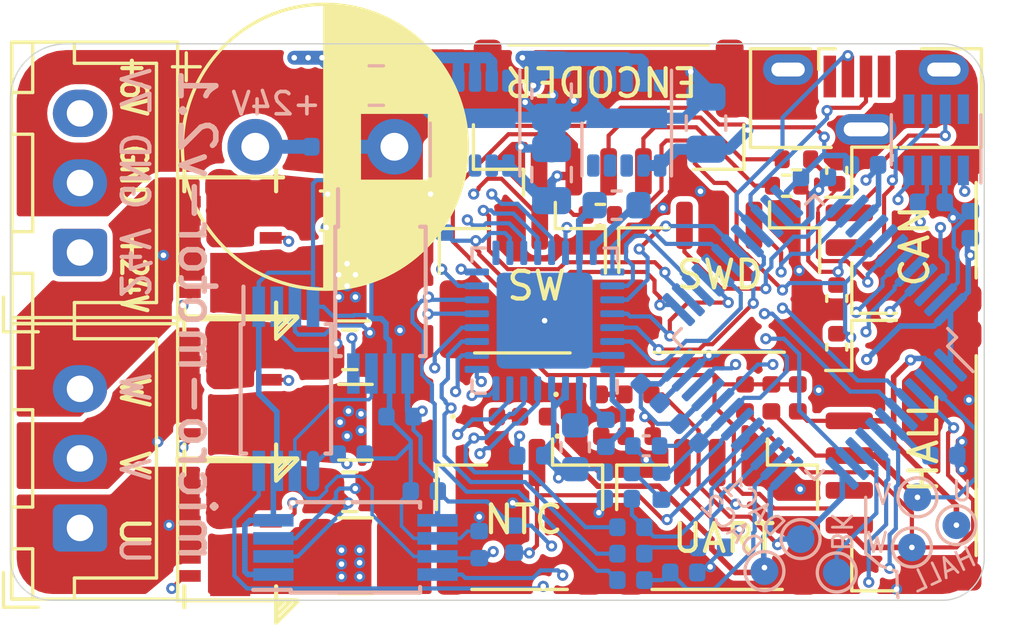
<source format=kicad_pcb>
(kicad_pcb (version 20171130) (host pcbnew 5.1.10-1.fc34)
  (layers (0 F.Cu signal) (1 In1.Cu signal) (2 In2.Cu signal) (31 B.Cu signal) (34 B.Paste user) (35 F.Paste user hide) (36 B.SilkS user) (37 F.SilkS user hide) (38 B.Mask user) (39 F.Mask user hide) (44 Edge.Cuts user))
  (net 0 "")
  (net 1 GND)
  (net 2 /Microcontroller/NRST)
  (net 3 /Microcontroller/VREF)
  (net 4 +3V3)
  (net 5 +24V)
  (net 6 /Motordriver/3V3_DRV)
  (net 7 /Motordriver/VCP)
  (net 8 /Motordriver/CPH)
  (net 9 /Motordriver/CPL)
  (net 10 +6V)
  (net 11 +5V)
  (net 12 "Net-(D301-Pad2)")
  (net 13 "Net-(D302-Pad2)")
  (net 14 "Net-(D303-Pad2)")
  (net 15 /Microcontroller/SWITCH)
  (net 16 /Microcontroller/HALL_W)
  (net 17 /Microcontroller/HALL_V)
  (net 18 /Microcontroller/HALL_U)
  (net 19 /Microcontroller/INDEX)
  (net 20 /Microcontroller/A)
  (net 21 /Microcontroller/B)
  (net 22 /Microcontroller/ADC_NTC)
  (net 23 /Motordriver/OUT_W)
  (net 24 /Motordriver/OUT_V)
  (net 25 /Motordriver/OUT_U)
  (net 26 /Microcontroller/USB_D-)
  (net 27 /Microcontroller/USB_D+)
  (net 28 /Microcontroller/UART_TX)
  (net 29 /Microcontroller/UART_RX)
  (net 30 /Microcontroller/SWDIO)
  (net 31 /Microcontroller/SWCLK)
  (net 32 "Net-(Q401-Pad4)")
  (net 33 "Net-(Q401-Pad12)")
  (net 34 "Net-(Q402-Pad4)")
  (net 35 "Net-(Q402-Pad12)")
  (net 36 "Net-(Q403-Pad4)")
  (net 37 "Net-(Q403-Pad12)")
  (net 38 /Microcontroller/Volt_W)
  (net 39 /Microcontroller/Volt_V)
  (net 40 /Microcontroller/Volt_U)
  (net 41 /Microcontroller/ADC_Vsupply)
  (net 42 /Microcontroller/DAC1)
  (net 43 /Microcontroller/DAC2)
  (net 44 /Motordriver/MISO)
  (net 45 /Microcontroller/BK)
  (net 46 /Can/CAN_RX)
  (net 47 /Can/CAN_TX)
  (net 48 /Motordriver/IN_W_P)
  (net 49 /Motordriver/IN_V_P)
  (net 50 /Motordriver/IN_U_P)
  (net 51 /Motordriver/IN_W_N)
  (net 52 /Motordriver/IN_V_N)
  (net 53 /Motordriver/IN_U_N)
  (net 54 /Motordriver/SCK)
  (net 55 /Motordriver/MOSI)
  (net 56 /Microcontroller/Curr_W)
  (net 57 /Microcontroller/Curr_V)
  (net 58 /Microcontroller/Curr_U)
  (net 59 /Microcontroller/~CS)
  (net 60 /Microcontroller/ENABLE)
  (net 61 /Motordriver/GND_A)
  (net 62 /Motordriver/GND_B)
  (net 63 /Motordriver/GND_C)
  (net 64 GNDPWR)
  (net 65 /Can/CANL)
  (net 66 /Can/CANH)
  (net 67 "Net-(J104-Pad4)")
  (net 68 "Net-(J104-Pad3)")
  (net 69 "Net-(J104-Pad1)")
  (module Package_LGA:Texas_SIL0010A_MicroSiP-10-1EP_3.8x3mm_P0.6mm_EP0.7x2.9mm (layer B.Cu) (at 166.7 102.85 270)
    (fp_text reference U502 hide)
    (fp_text value LMZM23601V5)
    (pad 11 smd rect (at -0.175 0 270) (size 0.7 2.9) (layers B.Cu B.Mask) (net 1 GND))
    (pad 10 smd roundrect (at 1.525 1.2 270) (size 0.8 0.45) (layers B.Cu B.Paste B.Mask))
    (pad 9 smd roundrect (at 1.525 0.6 270) (size 0.8 0.45) (layers B.Cu B.Paste B.Mask))
    (pad 8 smd roundrect (at 1.525 0 270) (size 0.8 0.45) (layers B.Cu B.Paste B.Mask))
    (pad 7 smd roundrect (at 1.525 -0.6 270) (size 0.8 0.45) (layers B.Cu B.Paste B.Mask) (net 11 +5V))
    (pad 6 smd roundrect (at 1.525 -1.2 270) (size 0.8 0.45) (layers B.Cu B.Paste B.Mask) (net 11 +5V))
    (pad 5 smd roundrect (at -1.525 -1.2 270) (size 0.8 0.45) (layers B.Cu B.Paste B.Mask))
    (pad 4 smd roundrect (at -1.525 -0.6 270) (size 0.8 0.45) (layers B.Cu B.Paste B.Mask) (net 10 +6V))
    (pad 3 smd roundrect (at -1.525 0 270) (size 0.8 0.45) (layers B.Cu B.Paste B.Mask) (net 10 +6V))
    (pad 2 smd roundrect (at -1.525 0.6 270) (size 0.8 0.45) (layers B.Cu B.Paste B.Mask) (net 10 +6V))
    (pad 1 smd roundrect (at -1.525 1.2 270) (size 0.8 0.45) (layers B.Cu B.Paste B.Mask) (net 1 GND))
  )
  (module Package_LGA:Texas_SIL0010A_MicroSiP-10-1EP_3.8x3mm_P0.6mm_EP0.7x2.9mm (layer B.Cu) (at 172.15 102.85 270)
    (fp_text reference U501 hide)
    (fp_text value LMZM23601V3)
    (pad 11 smd rect (at -0.175 0 270) (size 0.7 2.9) (layers B.Cu B.Mask) (net 1 GND))
    (pad 10 smd roundrect (at 1.525 1.2 270) (size 0.8 0.45) (layers B.Cu B.Paste B.Mask))
    (pad 9 smd roundrect (at 1.525 0.6 270) (size 0.8 0.45) (layers B.Cu B.Paste B.Mask))
    (pad 8 smd roundrect (at 1.525 0 270) (size 0.8 0.45) (layers B.Cu B.Paste B.Mask))
    (pad 7 smd roundrect (at 1.525 -0.6 270) (size 0.8 0.45) (layers B.Cu B.Paste B.Mask) (net 4 +3V3))
    (pad 6 smd roundrect (at 1.525 -1.2 270) (size 0.8 0.45) (layers B.Cu B.Paste B.Mask) (net 4 +3V3))
    (pad 5 smd roundrect (at -1.525 -1.2 270) (size 0.8 0.45) (layers B.Cu B.Paste B.Mask))
    (pad 4 smd roundrect (at -1.525 -0.6 270) (size 0.8 0.45) (layers B.Cu B.Paste B.Mask) (net 10 +6V))
    (pad 3 smd roundrect (at -1.525 0 270) (size 0.8 0.45) (layers B.Cu B.Paste B.Mask) (net 10 +6V))
    (pad 2 smd roundrect (at -1.525 0.6 270) (size 0.8 0.45) (layers B.Cu B.Paste B.Mask) (net 10 +6V))
    (pad 1 smd roundrect (at -1.525 1.2 270) (size 0.8 0.45) (layers B.Cu B.Paste B.Mask) (net 1 GND))
  )
  (module Resistor_SMD:R_0402_1005Metric (layer F.Cu) (at 177.9 105.1)
    (fp_text reference R117 hide)
    (fp_text value 10R)
    (pad 2 smd roundrect (at 0.51 0) (size 0.54 0.64) (layers F.Cu F.Paste F.Mask) (net 19 /Microcontroller/INDEX))
    (pad 1 smd roundrect (at -0.51 0) (size 0.54 0.64) (layers F.Cu F.Paste F.Mask) (net 67 "Net-(J104-Pad4)"))
  )
  (module Resistor_SMD:R_0402_1005Metric (layer F.Cu) (at 178.25 104.15)
    (fp_text reference R116 hide)
    (fp_text value 10R)
    (pad 2 smd roundrect (at 0.51 0) (size 0.54 0.64) (layers F.Cu F.Paste F.Mask) (net 20 /Microcontroller/A))
    (pad 1 smd roundrect (at -0.51 0) (size 0.54 0.64) (layers F.Cu F.Paste F.Mask) (net 68 "Net-(J104-Pad3)"))
  )
  (module Resistor_SMD:R_0402_1005Metric (layer F.Cu) (at 171.2 106.15)
    (fp_text reference R115 hide)
    (fp_text value 10R)
    (pad 2 smd roundrect (at 0.51 0) (size 0.54 0.64) (layers F.Cu F.Paste F.Mask) (net 21 /Microcontroller/B))
    (pad 1 smd roundrect (at -0.51 0) (size 0.54 0.64) (layers F.Cu F.Paste F.Mask) (net 69 "Net-(J104-Pad1)"))
  )
  (module Capacitor_SMD:C_0402_1005Metric (layer B.Cu) (at 172.85 114.45 180)
    (fp_text reference C307 hide)
    (fp_text value 1u)
    (pad 2 smd roundrect (at 0.48 0 180) (size 0.56 0.62) (layers B.Cu B.Paste B.Mask) (net 1 GND))
    (pad 1 smd roundrect (at -0.48 0 180) (size 0.56 0.62) (layers B.Cu B.Paste B.Mask) (net 3 /Microcontroller/VREF))
  )
  (module Capacitor_SMD:C_0402_1005Metric (layer F.Cu) (at 179.7 109.15 270)
    (fp_text reference C103 hide)
    (fp_text value 10n)
    (pad 2 smd roundrect (at 0.48 0 270) (size 0.56 0.62) (layers F.Cu F.Paste F.Mask) (net 1 GND))
    (pad 1 smd roundrect (at -0.48 0 270) (size 0.56 0.62) (layers F.Cu F.Paste F.Mask) (net 19 /Microcontroller/INDEX))
  )
  (module Capacitor_SMD:C_0402_1005Metric (layer F.Cu) (at 179.7 104.55 90)
    (fp_text reference C102 hide)
    (fp_text value 10n)
    (pad 2 smd roundrect (at 0.48 0 90) (size 0.56 0.62) (layers F.Cu F.Paste F.Mask) (net 1 GND))
    (pad 1 smd roundrect (at -0.48 0 90) (size 0.56 0.62) (layers F.Cu F.Paste F.Mask) (net 20 /Microcontroller/A))
  )
  (module Capacitor_SMD:C_0402_1005Metric (layer F.Cu) (at 179.7 110.9 270)
    (fp_text reference C101 hide)
    (fp_text value 10n)
    (pad 2 smd roundrect (at 0.48 0 270) (size 0.56 0.62) (layers F.Cu F.Paste F.Mask) (net 1 GND))
    (pad 1 smd roundrect (at -0.48 0 270) (size 0.56 0.62) (layers F.Cu F.Paste F.Mask) (net 21 /Microcontroller/B))
  )
  (module Package_DFN_QFN:QFN-32-1EP_5x5mm_P0.5mm_EP3.45x3.45mm (layer B.Cu) (at 169.2 109.95 90)
    (fp_text reference U401 hide)
    (fp_text value DRV8320S)
    (pad 32 smd roundrect (at -1.75 2.4375 90) (size 0.25 0.875) (layers B.Cu B.Paste B.Mask) (net 9 /Motordriver/CPL))
    (pad 31 smd roundrect (at -1.25 2.4375 90) (size 0.25 0.875) (layers B.Cu B.Paste B.Mask) (net 64 GNDPWR))
    (pad 30 smd roundrect (at -0.75 2.4375 90) (size 0.25 0.875) (layers B.Cu B.Paste B.Mask) (net 51 /Motordriver/IN_W_N))
    (pad 29 smd roundrect (at -0.25 2.4375 90) (size 0.25 0.875) (layers B.Cu B.Paste B.Mask) (net 48 /Motordriver/IN_W_P))
    (pad 28 smd roundrect (at 0.25 2.4375 90) (size 0.25 0.875) (layers B.Cu B.Paste B.Mask) (net 52 /Motordriver/IN_V_N))
    (pad 27 smd roundrect (at 0.75 2.4375 90) (size 0.25 0.875) (layers B.Cu B.Paste B.Mask) (net 49 /Motordriver/IN_V_P))
    (pad 26 smd roundrect (at 1.25 2.4375 90) (size 0.25 0.875) (layers B.Cu B.Paste B.Mask) (net 53 /Motordriver/IN_U_N))
    (pad 25 smd roundrect (at 1.75 2.4375 90) (size 0.25 0.875) (layers B.Cu B.Paste B.Mask) (net 50 /Motordriver/IN_U_P))
    (pad 24 smd roundrect (at 2.4375 1.75 90) (size 0.875 0.25) (layers B.Cu B.Paste B.Mask) (net 6 /Motordriver/3V3_DRV))
    (pad 23 smd roundrect (at 2.4375 1.25 90) (size 0.875 0.25) (layers B.Cu B.Paste B.Mask) (net 64 GNDPWR))
    (pad 22 smd roundrect (at 2.4375 0.75 90) (size 0.875 0.25) (layers B.Cu B.Paste B.Mask) (net 60 /Microcontroller/ENABLE))
    (pad 21 smd roundrect (at 2.4375 0.25 90) (size 0.875 0.25) (layers B.Cu B.Paste B.Mask) (net 59 /Microcontroller/~CS))
    (pad 20 smd roundrect (at 2.4375 -0.25 90) (size 0.875 0.25) (layers B.Cu B.Paste B.Mask) (net 54 /Motordriver/SCK))
    (pad 19 smd roundrect (at 2.4375 -0.75 90) (size 0.875 0.25) (layers B.Cu B.Paste B.Mask) (net 55 /Motordriver/MOSI))
    (pad 18 smd roundrect (at 2.4375 -1.25 90) (size 0.875 0.25) (layers B.Cu B.Paste B.Mask) (net 44 /Motordriver/MISO))
    (pad 17 smd roundrect (at 2.4375 -1.75 90) (size 0.875 0.25) (layers B.Cu B.Paste B.Mask))
    (pad 16 smd roundrect (at 1.75 -2.4375 90) (size 0.25 0.875) (layers B.Cu B.Paste B.Mask) (net 63 /Motordriver/GND_C))
    (pad 15 smd roundrect (at 1.25 -2.4375 90) (size 0.25 0.875) (layers B.Cu B.Paste B.Mask) (net 36 "Net-(Q403-Pad4)"))
    (pad 14 smd roundrect (at 0.75 -2.4375 90) (size 0.25 0.875) (layers B.Cu B.Paste B.Mask) (net 23 /Motordriver/OUT_W))
    (pad 13 smd roundrect (at 0.25 -2.4375 90) (size 0.25 0.875) (layers B.Cu B.Paste B.Mask) (net 37 "Net-(Q403-Pad12)"))
    (pad 12 smd roundrect (at -0.25 -2.4375 90) (size 0.25 0.875) (layers B.Cu B.Paste B.Mask) (net 35 "Net-(Q402-Pad12)"))
    (pad 11 smd roundrect (at -0.75 -2.4375 90) (size 0.25 0.875) (layers B.Cu B.Paste B.Mask) (net 24 /Motordriver/OUT_V))
    (pad 10 smd roundrect (at -1.25 -2.4375 90) (size 0.25 0.875) (layers B.Cu B.Paste B.Mask) (net 34 "Net-(Q402-Pad4)"))
    (pad 9 smd roundrect (at -1.75 -2.4375 90) (size 0.25 0.875) (layers B.Cu B.Paste B.Mask) (net 62 /Motordriver/GND_B))
    (pad 8 smd roundrect (at -2.4375 -1.75 90) (size 0.875 0.25) (layers B.Cu B.Paste B.Mask) (net 61 /Motordriver/GND_A))
    (pad 7 smd roundrect (at -2.4375 -1.25 90) (size 0.875 0.25) (layers B.Cu B.Paste B.Mask) (net 32 "Net-(Q401-Pad4)"))
    (pad 6 smd roundrect (at -2.4375 -0.75 90) (size 0.875 0.25) (layers B.Cu B.Paste B.Mask) (net 25 /Motordriver/OUT_U))
    (pad 5 smd roundrect (at -2.4375 -0.25 90) (size 0.875 0.25) (layers B.Cu B.Paste B.Mask) (net 33 "Net-(Q401-Pad12)"))
    (pad 4 smd roundrect (at -2.4375 0.25 90) (size 0.875 0.25) (layers B.Cu B.Paste B.Mask) (net 5 +24V))
    (pad 3 smd roundrect (at -2.4375 0.75 90) (size 0.875 0.25) (layers B.Cu B.Paste B.Mask) (net 5 +24V))
    (pad 2 smd roundrect (at -2.4375 1.25 90) (size 0.875 0.25) (layers B.Cu B.Paste B.Mask) (net 7 /Motordriver/VCP))
    (pad 1 smd roundrect (at -2.4375 1.75 90) (size 0.875 0.25) (layers B.Cu B.Paste B.Mask) (net 8 /Motordriver/CPH))
    (pad 33 smd roundrect (at 0 0 90) (size 3.45 3.45) (layers B.Cu B.Mask) (roundrect_rratio 0.072464) (net 64 GNDPWR))
  )
  (module Resistor_SMD:R_0402_1005Metric (layer F.Cu) (at 165.4 101.2 180)
    (fp_text reference R114 hide)
    (fp_text value 0)
    (pad 2 smd rect (at 0.485 0 180) (size 1.6 2) (layers F.Cu) (net 64 GNDPWR))
    (pad 1 smd rect (at -0.485 0 180) (size 0.8 2) (layers F.Cu) (net 1 GND))
  )
  (module Capacitor_THT:CP_Radial_D10.0mm_P5.00mm (layer F.Cu) (at 158.8 103.7)
    (fp_text reference C401 hide)
    (fp_text value ">10µ 35V")
    (pad 2 thru_hole circle (at 5 0) (size 2 2) (drill 1) (layers *.Cu *.Mask) (net 64 GNDPWR))
    (pad 1 thru_hole circle (at 0 0) (size 2 2) (drill 1) (layers *.Cu *.Mask) (net 5 +24V))
  )
  (module Capacitor_SMD:C_1210_3225Metric (layer F.Cu) (at 162.4 118.4)
    (fp_text reference C409 hide)
    (fp_text value "22µ 35V 1210")
    (pad 2 smd roundrect (at 1.4 0) (size 1.25 2.65) (layers F.Cu F.Paste F.Mask) (roundrect_rratio 0.2) (net 64 GNDPWR))
    (pad 1 smd roundrect (at -1.4 0) (size 1.25 2.65) (layers F.Cu F.Paste F.Mask) (roundrect_rratio 0.2) (net 5 +24V))
  )
  (module Capacitor_SMD:C_1210_3225Metric (layer F.Cu) (at 162.4 113.6)
    (fp_text reference C408 hide)
    (fp_text value "22µ 35V 1210")
    (pad 2 smd roundrect (at 1.4 0) (size 1.25 2.65) (layers F.Cu F.Paste F.Mask) (roundrect_rratio 0.2) (net 64 GNDPWR))
    (pad 1 smd roundrect (at -1.4 0) (size 1.25 2.65) (layers F.Cu F.Paste F.Mask) (roundrect_rratio 0.2) (net 5 +24V))
  )
  (module Capacitor_SMD:C_1210_3225Metric (layer F.Cu) (at 162.3 108.6)
    (fp_text reference C407 hide)
    (fp_text value "22µ 35V 1210")
    (pad 2 smd roundrect (at 1.4 0) (size 1.25 2.65) (layers F.Cu F.Paste F.Mask) (roundrect_rratio 0.2) (net 64 GNDPWR))
    (pad 1 smd roundrect (at -1.4 0) (size 1.25 2.65) (layers F.Cu F.Paste F.Mask) (roundrect_rratio 0.2) (net 5 +24V))
  )
  (module Capacitor_SMD:C_0402_1005Metric (layer B.Cu) (at 164 113.4 180)
    (fp_text reference C412 hide)
    (fp_text value 100n)
    (pad 2 smd roundrect (at 0.485 0 180) (size 0.59 0.64) (layers B.Cu B.Paste B.Mask) (net 1 GND))
    (pad 1 smd roundrect (at -0.485 0 180) (size 0.59 0.64) (layers B.Cu B.Paste B.Mask) (net 4 +3V3))
  )
  (module Capacitor_SMD:C_0402_1005Metric (layer B.Cu) (at 162.25 114.75)
    (fp_text reference C411 hide)
    (fp_text value 100n)
    (pad 2 smd roundrect (at 0.485 0) (size 0.59 0.64) (layers B.Cu B.Paste B.Mask) (net 1 GND))
    (pad 1 smd roundrect (at -0.485 0) (size 0.59 0.64) (layers B.Cu B.Paste B.Mask) (net 4 +3V3))
  )
  (module Capacitor_SMD:C_0402_1005Metric (layer B.Cu) (at 164.875 116.075 180)
    (fp_text reference C410 hide)
    (fp_text value 100n)
    (pad 2 smd roundrect (at 0.485 0 180) (size 0.59 0.64) (layers B.Cu B.Paste B.Mask) (net 1 GND))
    (pad 1 smd roundrect (at -0.485 0 180) (size 0.59 0.64) (layers B.Cu B.Paste B.Mask) (net 4 +3V3))
  )
  (module Resistor_SMD:R_0402_1005Metric (layer F.Cu) (at 178.3 112.725 270)
    (fp_text reference R113 hide)
    (fp_text value 10k)
    (pad 2 smd roundrect (at 0.485 0 270) (size 0.59 0.64) (layers F.Cu F.Paste F.Mask) (net 18 /Microcontroller/HALL_U))
    (pad 1 smd roundrect (at -0.485 0 270) (size 0.59 0.64) (layers F.Cu F.Paste F.Mask) (net 11 +5V))
  )
  (module Resistor_SMD:R_0402_1005Metric (layer F.Cu) (at 177.35 112.725 270)
    (fp_text reference R112 hide)
    (fp_text value 10k)
    (pad 2 smd roundrect (at 0.485 0 270) (size 0.59 0.64) (layers F.Cu F.Paste F.Mask) (net 17 /Microcontroller/HALL_V))
    (pad 1 smd roundrect (at -0.485 0 270) (size 0.59 0.64) (layers F.Cu F.Paste F.Mask) (net 11 +5V))
  )
  (module Resistor_SMD:R_0402_1005Metric (layer F.Cu) (at 176.4 112.725 270)
    (fp_text reference R111 hide)
    (fp_text value 10k)
    (pad 2 smd roundrect (at 0.485 0 270) (size 0.59 0.64) (layers F.Cu F.Paste F.Mask) (net 16 /Microcontroller/HALL_W))
    (pad 1 smd roundrect (at -0.485 0 270) (size 0.59 0.64) (layers F.Cu F.Paste F.Mask) (net 11 +5V))
  )
  (module Capacitor_SMD:C_0402_1005Metric (layer B.Cu) (at 183.1 105.7)
    (fp_text reference C201 hide)
    (fp_text value 100n)
    (pad 2 smd roundrect (at 0.485 0) (size 0.59 0.64) (layers B.Cu B.Paste B.Mask) (net 1 GND))
    (pad 1 smd roundrect (at -0.485 0) (size 0.59 0.64) (layers B.Cu B.Paste B.Mask) (net 4 +3V3))
  )
  (module Capacitor_SMD:C_0805_2012Metric (layer B.Cu) (at 169.45 101.7 270)
    (fp_text reference C502 hide)
    (fp_text value "22µ 10V 0805")
    (pad 2 smd roundrect (at 0.9375 0 270) (size 0.975 1.4) (layers B.Cu B.Paste B.Mask) (net 1 GND))
    (pad 1 smd roundrect (at -0.9375 0 270) (size 0.975 1.4) (layers B.Cu B.Paste B.Mask) (net 10 +6V))
  )
  (module Capacitor_SMD:C_0805_2012Metric (layer B.Cu) (at 163.15 101.5)
    (fp_text reference C501 hide)
    (fp_text value "22µ 10V 0805")
    (pad 2 smd roundrect (at 0.9375 0) (size 0.975 1.4) (layers B.Cu B.Paste B.Mask) (net 1 GND))
    (pad 1 smd roundrect (at -0.9375 0) (size 0.975 1.4) (layers B.Cu B.Paste B.Mask) (net 10 +6V))
  )
  (module Capacitor_SMD:C_0805_2012Metric (layer B.Cu) (at 169.45 104.7 90)
    (fp_text reference C504 hide)
    (fp_text value "22µ 10V 0805")
    (pad 2 smd roundrect (at 0.9375 0 90) (size 0.975 1.4) (layers B.Cu B.Paste B.Mask) (net 1 GND))
    (pad 1 smd roundrect (at -0.9375 0 90) (size 0.975 1.4) (layers B.Cu B.Paste B.Mask) (net 11 +5V))
  )
  (module Capacitor_SMD:C_0805_2012Metric (layer B.Cu) (at 175 102.85 90)
    (fp_text reference C503 hide)
    (fp_text value "22µ 10V 0805")
    (pad 2 smd roundrect (at 0.9375 0 90) (size 0.975 1.4) (layers B.Cu B.Paste B.Mask) (net 1 GND))
    (pad 1 smd roundrect (at -0.9375 0 90) (size 0.975 1.4) (layers B.Cu B.Paste B.Mask) (net 4 +3V3))
  )
  (module Package_SO:TSSOP-8_4.4x3mm_P0.65mm (layer B.Cu) (at 163.3 108.9 270)
    (fp_text reference U404 hide)
    (fp_text value INA240A2PW)
    (pad 8 smd rect (at 2.95 0.975 270) (size 1.45 0.45) (layers B.Cu B.Paste B.Mask) (net 56 /Microcontroller/Curr_W))
    (pad 7 smd rect (at 2.95 0.325 270) (size 1.45 0.45) (layers B.Cu B.Paste B.Mask) (net 3 /Microcontroller/VREF))
    (pad 6 smd rect (at 2.95 -0.325 270) (size 1.45 0.45) (layers B.Cu B.Paste B.Mask) (net 1 GND))
    (pad 5 smd rect (at 2.95 -0.975 270) (size 1.45 0.45) (layers B.Cu B.Paste B.Mask) (net 4 +3V3))
    (pad 4 smd rect (at -2.95 -0.975 270) (size 1.45 0.45) (layers B.Cu B.Paste B.Mask) (net 1 GND))
    (pad 3 smd rect (at -2.95 -0.325 270) (size 1.45 0.45) (layers B.Cu B.Paste B.Mask) (net 64 GNDPWR))
    (pad 2 smd rect (at -2.95 0.325 270) (size 1.45 0.45) (layers B.Cu B.Paste B.Mask) (net 63 /Motordriver/GND_C))
    (pad 1 smd rect (at -2.95 0.975 270) (size 1.45 0.45) (layers B.Cu B.Paste B.Mask) (net 1 GND))
  )
  (module Package_SO:TSSOP-8_4.4x3mm_P0.65mm (layer B.Cu) (at 159.9 112.4 270)
    (fp_text reference U403 hide)
    (fp_text value INA240A2PW)
    (pad 8 smd rect (at 2.95 0.975 270) (size 1.45 0.45) (layers B.Cu B.Paste B.Mask) (net 57 /Microcontroller/Curr_V))
    (pad 7 smd rect (at 2.95 0.325 270) (size 1.45 0.45) (layers B.Cu B.Paste B.Mask) (net 1 GND))
    (pad 6 smd rect (at 2.95 -0.325 270) (size 1.45 0.45) (layers B.Cu B.Paste B.Mask) (net 3 /Microcontroller/VREF))
    (pad 5 smd roundrect (at 2.95 -0.975 270) (size 1.45 0.45) (layers B.Cu B.Paste B.Mask) (roundrect_rratio 0.444) (net 4 +3V3))
    (pad 4 smd rect (at -2.95 -0.975 270) (size 1.45 0.45) (layers B.Cu B.Paste B.Mask) (net 1 GND))
    (pad 3 smd rect (at -2.95 -0.325 270) (size 1.45 0.45) (layers B.Cu B.Paste B.Mask) (net 64 GNDPWR))
    (pad 2 smd rect (at -2.95 0.325 270) (size 1.45 0.45) (layers B.Cu B.Paste B.Mask) (net 62 /Motordriver/GND_B))
    (pad 1 smd rect (at -2.95 0.975 270) (size 1.45 0.45) (layers B.Cu B.Paste B.Mask) (net 1 GND))
  )
  (module Package_SO:TSSOP-8_4.4x3mm_P0.65mm (layer B.Cu) (at 162.4 118.1)
    (fp_text reference U402 hide)
    (fp_text value INA240A2PW)
    (pad 8 smd rect (at 2.95 0.975) (size 1.45 0.45) (layers B.Cu B.Paste B.Mask) (net 58 /Microcontroller/Curr_U))
    (pad 7 smd rect (at 2.95 0.325) (size 1.45 0.45) (layers B.Cu B.Paste B.Mask) (net 3 /Microcontroller/VREF))
    (pad 6 smd rect (at 2.95 -0.325) (size 1.45 0.45) (layers B.Cu B.Paste B.Mask) (net 1 GND))
    (pad 5 smd rect (at 2.95 -0.975) (size 1.45 0.45) (layers B.Cu B.Paste B.Mask) (net 4 +3V3))
    (pad 4 smd rect (at -2.95 -0.975) (size 1.45 0.45) (layers B.Cu B.Paste B.Mask) (net 1 GND))
    (pad 3 smd rect (at -2.95 -0.325) (size 1.45 0.45) (layers B.Cu B.Paste B.Mask) (net 64 GNDPWR))
    (pad 2 smd rect (at -2.95 0.325) (size 1.45 0.45) (layers B.Cu B.Paste B.Mask) (net 61 /Motordriver/GND_A))
    (pad 1 smd rect (at -2.95 0.975) (size 1.45 0.45) (layers B.Cu B.Paste B.Mask) (net 1 GND))
  )
  (module Package_QFP:LQFP-48_7x7mm_P0.5mm (layer B.Cu) (at 178.9 110.55 135)
    (fp_text reference U301 hide)
    (fp_text value STM32G474CET6)
    (pad 48 smd roundrect (at -2.75 4.1625 135) (size 0.3 1.475) (layers B.Cu B.Paste B.Mask) (net 4 +3V3))
    (pad 47 smd roundrect (at -2.25 4.1625 135) (size 0.3 1.475) (layers B.Cu B.Paste B.Mask) (net 1 GND))
    (pad 46 smd roundrect (at -1.75 4.1625 135) (size 0.3 1.475) (layers B.Cu B.Paste B.Mask) (net 47 /Can/CAN_TX))
    (pad 45 smd roundrect (at -1.25 4.1625 135) (size 0.3 1.475) (layers B.Cu B.Paste B.Mask) (net 46 /Can/CAN_RX))
    (pad 44 smd roundrect (at -0.75 4.1625 135) (size 0.3 1.475) (layers B.Cu B.Paste B.Mask) (net 29 /Microcontroller/UART_RX))
    (pad 43 smd roundrect (at -0.25 4.1625 135) (size 0.3 1.475) (layers B.Cu B.Paste B.Mask) (net 28 /Microcontroller/UART_TX))
    (pad 42 smd roundrect (at 0.25 4.1625 135) (size 0.3 1.475) (layers B.Cu B.Paste B.Mask) (net 20 /Microcontroller/A))
    (pad 41 smd roundrect (at 0.75 4.1625 135) (size 0.3 1.475) (layers B.Cu B.Paste B.Mask) (net 21 /Microcontroller/B))
    (pad 40 smd roundrect (at 1.25 4.1625 135) (size 0.3 1.475) (layers B.Cu B.Paste B.Mask) (net 19 /Microcontroller/INDEX))
    (pad 39 smd roundrect (at 1.75 4.1625 135) (size 0.3 1.475) (layers B.Cu B.Paste B.Mask) (net 15 /Microcontroller/SWITCH))
    (pad 38 smd roundrect (at 2.25 4.1625 135) (size 0.3 1.475) (layers B.Cu B.Paste B.Mask) (net 31 /Microcontroller/SWCLK))
    (pad 37 smd roundrect (at 2.75 4.1625 135) (size 0.3 1.475) (layers B.Cu B.Paste B.Mask) (net 30 /Microcontroller/SWDIO))
    (pad 36 smd roundrect (at 4.1625 2.75 135) (size 1.475 0.3) (layers B.Cu B.Paste B.Mask) (net 4 +3V3))
    (pad 35 smd roundrect (at 4.1625 2.25 135) (size 1.475 0.3) (layers B.Cu B.Paste B.Mask) (net 1 GND))
    (pad 34 smd roundrect (at 4.1625 1.75 135) (size 1.475 0.3) (layers B.Cu B.Paste B.Mask) (net 27 /Microcontroller/USB_D+))
    (pad 33 smd roundrect (at 4.1625 1.25 135) (size 1.475 0.3) (layers B.Cu B.Paste B.Mask) (net 26 /Microcontroller/USB_D-))
    (pad 32 smd roundrect (at 4.1625 0.75 135) (size 1.475 0.3) (layers B.Cu B.Paste B.Mask) (net 48 /Motordriver/IN_W_P))
    (pad 31 smd roundrect (at 4.1625 0.25 135) (size 1.475 0.3) (layers B.Cu B.Paste B.Mask) (net 49 /Motordriver/IN_V_P))
    (pad 30 smd roundrect (at 4.1625 -0.25 135) (size 1.475 0.3) (layers B.Cu B.Paste B.Mask) (net 50 /Motordriver/IN_U_P))
    (pad 29 smd roundrect (at 4.1625 -0.75 135) (size 1.475 0.3) (layers B.Cu B.Paste B.Mask) (net 51 /Motordriver/IN_W_N))
    (pad 28 smd roundrect (at 4.1625 -1.25 135) (size 1.475 0.3) (layers B.Cu B.Paste B.Mask) (net 52 /Motordriver/IN_V_N))
    (pad 27 smd roundrect (at 4.1625 -1.75 135) (size 1.475 0.3) (layers B.Cu B.Paste B.Mask) (net 53 /Motordriver/IN_U_N))
    (pad 26 smd roundrect (at 4.1625 -2.25 135) (size 1.475 0.3) (layers B.Cu B.Paste B.Mask) (net 54 /Motordriver/SCK))
    (pad 25 smd roundrect (at 4.1625 -2.75 135) (size 1.475 0.3) (layers B.Cu B.Paste B.Mask) (net 44 /Motordriver/MISO))
    (pad 24 smd roundrect (at 2.75 -4.1625 135) (size 0.3 1.475) (layers B.Cu B.Paste B.Mask) (net 4 +3V3))
    (pad 23 smd roundrect (at 2.25 -4.1625 135) (size 0.3 1.475) (layers B.Cu B.Paste B.Mask) (net 1 GND))
    (pad 22 smd roundrect (at 1.75 -4.1625 135) (size 0.3 1.475) (layers B.Cu B.Paste B.Mask) (net 55 /Motordriver/MOSI))
    (pad 21 smd roundrect (at 1.25 -4.1625 135) (size 0.3 1.475) (layers B.Cu B.Paste B.Mask) (net 4 +3V3))
    (pad 20 smd roundrect (at 0.75 -4.1625 135) (size 0.3 1.475) (layers B.Cu B.Paste B.Mask) (net 3 /Microcontroller/VREF))
    (pad 19 smd roundrect (at 0.25 -4.1625 135) (size 0.3 1.475) (layers B.Cu B.Paste B.Mask) (net 1 GND))
    (pad 18 smd roundrect (at -0.25 -4.1625 135) (size 0.3 1.475) (layers B.Cu B.Paste B.Mask) (net 41 /Microcontroller/ADC_Vsupply))
    (pad 17 smd roundrect (at -0.75 -4.1625 135) (size 0.3 1.475) (layers B.Cu B.Paste B.Mask) (net 22 /Microcontroller/ADC_NTC))
    (pad 16 smd roundrect (at -1.25 -4.1625 135) (size 0.3 1.475) (layers B.Cu B.Paste B.Mask) (net 40 /Microcontroller/Volt_U))
    (pad 15 smd roundrect (at -1.75 -4.1625 135) (size 0.3 1.475) (layers B.Cu B.Paste B.Mask) (net 39 /Microcontroller/Volt_V))
    (pad 14 smd roundrect (at -2.25 -4.1625 135) (size 0.3 1.475) (layers B.Cu B.Paste B.Mask) (net 38 /Microcontroller/Volt_W))
    (pad 13 smd roundrect (at -2.75 -4.1625 135) (size 0.3 1.475) (layers B.Cu B.Paste B.Mask) (net 43 /Microcontroller/DAC2))
    (pad 12 smd roundrect (at -4.1625 -2.75 135) (size 1.475 0.3) (layers B.Cu B.Paste B.Mask) (net 42 /Microcontroller/DAC1))
    (pad 11 smd roundrect (at -4.1625 -2.25 135) (size 1.475 0.3) (layers B.Cu B.Paste B.Mask) (net 56 /Microcontroller/Curr_W))
    (pad 10 smd roundrect (at -4.1625 -1.75 135) (size 1.475 0.3) (layers B.Cu B.Paste B.Mask) (net 45 /Microcontroller/BK))
    (pad 9 smd roundrect (at -4.1625 -1.25 135) (size 1.475 0.3) (layers B.Cu B.Paste B.Mask) (net 57 /Microcontroller/Curr_V))
    (pad 8 smd roundrect (at -4.1625 -0.75 135) (size 1.475 0.3) (layers B.Cu B.Paste B.Mask) (net 58 /Microcontroller/Curr_U))
    (pad 7 smd roundrect (at -4.1625 -0.25 135) (size 1.475 0.3) (layers B.Cu B.Paste B.Mask) (net 2 /Microcontroller/NRST))
    (pad 6 smd roundrect (at -4.1625 0.25 135) (size 1.475 0.3) (layers B.Cu B.Paste B.Mask) (net 59 /Microcontroller/~CS))
    (pad 5 smd roundrect (at -4.1625 0.75 135) (size 1.475 0.3) (layers B.Cu B.Paste B.Mask) (net 60 /Microcontroller/ENABLE))
    (pad 4 smd roundrect (at -4.1625 1.25 135) (size 1.475 0.3) (layers B.Cu B.Paste B.Mask) (net 16 /Microcontroller/HALL_W))
    (pad 3 smd roundrect (at -4.1625 1.75 135) (size 1.475 0.3) (layers B.Cu B.Paste B.Mask) (net 17 /Microcontroller/HALL_V))
    (pad 2 smd roundrect (at -4.1625 2.25 135) (size 1.475 0.3) (layers B.Cu B.Paste B.Mask) (net 18 /Microcontroller/HALL_U))
    (pad 1 smd roundrect (at -4.1625 2.75 135) (size 1.475 0.3) (layers B.Cu B.Paste B.Mask) (net 4 +3V3))
  )
  (module Package_TO_SOT_SMD:SOT-23-8 (layer B.Cu) (at 183.27 103.45 90)
    (fp_text reference U201 hide)
    (fp_text value TCAN332)
    (pad 8 smd rect (at 1.1 0.98 90) (size 1.06 0.4) (layers B.Cu B.Paste B.Mask))
    (pad 7 smd rect (at 1.1 0.33 90) (size 1.06 0.4) (layers B.Cu B.Paste B.Mask) (net 66 /Can/CANH))
    (pad 6 smd rect (at 1.1 -0.33 90) (size 1.06 0.4) (layers B.Cu B.Paste B.Mask) (net 65 /Can/CANL))
    (pad 5 smd rect (at 1.1 -0.98 90) (size 1.06 0.4) (layers B.Cu B.Paste B.Mask))
    (pad 4 smd rect (at -1.1 -0.98 90) (size 1.06 0.4) (layers B.Cu B.Paste B.Mask) (net 46 /Can/CAN_RX))
    (pad 3 smd rect (at -1.1 -0.33 90) (size 1.06 0.4) (layers B.Cu B.Paste B.Mask) (net 4 +3V3))
    (pad 2 smd rect (at -1.1 0.33 90) (size 1.06 0.4) (layers B.Cu B.Paste B.Mask) (net 1 GND))
    (pad 1 smd rect (at -1.1 0.98 90) (size 1.06 0.4) (layers B.Cu B.Paste B.Mask) (net 47 /Can/CAN_TX))
  )
  (module TestPoint:TestPoint_Pad_D1.0mm (layer B.Cu) (at 179.7 119)
    (fp_text reference TP303 hide)
    (fp_text value BK)
    (pad 1 smd circle (at 0 0) (size 1 1) (layers B.Cu B.Mask) (net 45 /Microcontroller/BK))
  )
  (module TestPoint:TestPoint_Pad_D1.0mm (layer B.Cu) (at 178.4 117.8)
    (fp_text reference TP302 hide)
    (fp_text value DAC1)
    (pad 1 smd circle (at 0 0) (size 1 1) (layers B.Cu B.Mask) (net 42 /Microcontroller/DAC1))
  )
  (module TestPoint:TestPoint_Pad_D1.0mm (layer B.Cu) (at 177.1 118.95)
    (fp_text reference TP301 hide)
    (fp_text value DAC2)
    (pad 1 smd circle (at 0 0) (size 1 1) (layers B.Cu B.Mask) (net 43 /Microcontroller/DAC2))
  )
  (module TestPoint:TestPoint_Pad_D1.0mm (layer B.Cu) (at 182.4 118.1)
    (fp_text reference TP103 hide)
    (fp_text value W)
    (pad 1 smd circle (at 0 0) (size 1 1) (layers B.Cu B.Mask) (net 16 /Microcontroller/HALL_W))
  )
  (module TestPoint:TestPoint_Pad_D1.0mm (layer B.Cu) (at 182.6 116.3)
    (fp_text reference TP102 hide)
    (fp_text value V)
    (pad 1 smd circle (at 0 0) (size 1 1) (layers B.Cu B.Mask) (net 17 /Microcontroller/HALL_V))
  )
  (module TestPoint:TestPoint_Pad_D1.0mm (layer B.Cu) (at 184 117.3)
    (fp_text reference TP101 hide)
    (fp_text value U)
    (pad 1 smd circle (at 0 0) (size 1 1) (layers B.Cu B.Mask) (net 18 /Microcontroller/HALL_U))
  )
  (module Resistor_SMD:R_0805_2012Metric (layer F.Cu) (at 161.4 106)
    (fp_text reference R404 hide)
    (fp_text value 5m)
    (pad 2 smd roundrect (at 0.9375 0) (size 0.975 1.4) (layers F.Cu F.Paste F.Mask) (net 64 GNDPWR))
    (pad 1 smd roundrect (at -0.9375 0) (size 0.975 1.4) (layers F.Cu F.Paste F.Mask) (net 63 /Motordriver/GND_C))
  )
  (module Resistor_SMD:R_0805_2012Metric (layer F.Cu) (at 162.2 111)
    (fp_text reference R403 hide)
    (fp_text value 5m)
    (pad 2 smd roundrect (at 0.9375 0) (size 0.975 1.4) (layers F.Cu F.Paste F.Mask) (net 64 GNDPWR))
    (pad 1 smd roundrect (at -0.9375 0) (size 0.975 1.4) (layers F.Cu F.Paste F.Mask) (net 62 /Motordriver/GND_B))
  )
  (module Resistor_SMD:R_0805_2012Metric (layer F.Cu) (at 162.2 116.1)
    (fp_text reference R402 hide)
    (fp_text value 5m)
    (pad 2 smd roundrect (at 0.9375 0) (size 0.975 1.4) (layers F.Cu F.Paste F.Mask) (net 64 GNDPWR))
    (pad 1 smd roundrect (at -0.9375 0) (size 0.975 1.4) (layers F.Cu F.Paste F.Mask) (net 61 /Motordriver/GND_A))
  )
  (module Resistor_SMD:R_0402_1005Metric (layer B.Cu) (at 165.6 106.3 270)
    (fp_text reference R401 hide)
    (fp_text value 10k)
    (pad 2 smd roundrect (at 0.485 0 270) (size 0.59 0.64) (layers B.Cu B.Paste B.Mask) (net 44 /Motordriver/MISO))
    (pad 1 smd roundrect (at -0.485 0 270) (size 0.59 0.64) (layers B.Cu B.Paste B.Mask) (net 4 +3V3))
  )
  (module Resistor_SMD:R_0402_1005Metric (layer F.Cu) (at 168.8 113.4 180)
    (fp_text reference R306 hide)
    (fp_text value 1k)
    (pad 2 smd roundrect (at 0.485 0 180) (size 0.59 0.64) (layers F.Cu F.Paste F.Mask) (net 14 "Net-(D303-Pad2)"))
    (pad 1 smd roundrect (at -0.485 0 180) (size 0.59 0.64) (layers F.Cu F.Paste F.Mask) (net 43 /Microcontroller/DAC2))
  )
  (module Resistor_SMD:R_0402_1005Metric (layer F.Cu) (at 172.55 112.6 180)
    (fp_text reference R305 hide)
    (fp_text value 1k)
    (pad 2 smd roundrect (at 0.485 0 180) (size 0.59 0.64) (layers F.Cu F.Paste F.Mask) (net 13 "Net-(D302-Pad2)"))
    (pad 1 smd roundrect (at -0.485 0 180) (size 0.59 0.64) (layers F.Cu F.Paste F.Mask) (net 42 /Microcontroller/DAC1))
  )
  (module Resistor_SMD:R_0402_1005Metric (layer F.Cu) (at 172.6 114.1 180)
    (fp_text reference R304 hide)
    (fp_text value 1k)
    (pad 2 smd roundrect (at 0.485 0 180) (size 0.59 0.64) (layers F.Cu F.Paste F.Mask) (net 12 "Net-(D301-Pad2)"))
    (pad 1 smd roundrect (at -0.485 0 180) (size 0.59 0.64) (layers F.Cu F.Paste F.Mask) (net 4 +3V3))
  )
  (module Resistor_SMD:R_0402_1005Metric (layer B.Cu) (at 173.4 115.9 90)
    (fp_text reference R110 hide)
    (fp_text value 1k)
    (pad 2 smd roundrect (at 0.485 0 90) (size 0.59 0.64) (layers B.Cu B.Paste B.Mask) (net 1 GND))
    (pad 1 smd roundrect (at -0.485 0 90) (size 0.59 0.64) (layers B.Cu B.Paste B.Mask) (net 41 /Microcontroller/ADC_Vsupply))
  )
  (module Resistor_SMD:R_0402_1005Metric (layer B.Cu) (at 171.85 115.4)
    (fp_text reference R109 hide)
    (fp_text value 20k)
    (pad 2 smd roundrect (at 0.485 0) (size 0.59 0.64) (layers B.Cu B.Paste B.Mask) (net 41 /Microcontroller/ADC_Vsupply))
    (pad 1 smd roundrect (at -0.485 0) (size 0.59 0.64) (layers B.Cu B.Paste B.Mask) (net 5 +24V))
  )
  (module Resistor_SMD:R_0402_1005Metric (layer B.Cu) (at 168.1 117.8 270)
    (fp_text reference R108 hide)
    (fp_text value 10k)
    (pad 2 smd roundrect (at 0.485 0 270) (size 0.59 0.64) (layers B.Cu B.Paste B.Mask) (net 22 /Microcontroller/ADC_NTC))
    (pad 1 smd roundrect (at -0.485 0 270) (size 0.59 0.64) (layers B.Cu B.Paste B.Mask) (net 4 +3V3))
  )
  (module Resistor_SMD:R_0402_1005Metric (layer B.Cu) (at 174.2 119)
    (fp_text reference R107 hide)
    (fp_text value 1k)
    (pad 2 smd roundrect (at 0.485 0) (size 0.59 0.64) (layers B.Cu B.Paste B.Mask) (net 1 GND))
    (pad 1 smd roundrect (at -0.485 0) (size 0.59 0.64) (layers B.Cu B.Paste B.Mask) (net 38 /Microcontroller/Volt_W))
  )
  (module Resistor_SMD:R_0402_1005Metric (layer B.Cu) (at 172.3 119.275)
    (fp_text reference R106 hide)
    (fp_text value 20k)
    (pad 2 smd roundrect (at 0.485 0) (size 0.59 0.64) (layers B.Cu B.Paste B.Mask) (net 38 /Microcontroller/Volt_W))
    (pad 1 smd roundrect (at -0.485 0) (size 0.59 0.64) (layers B.Cu B.Paste B.Mask) (net 23 /Motordriver/OUT_W))
  )
  (module Resistor_SMD:R_0402_1005Metric (layer B.Cu) (at 175.2 118.1)
    (fp_text reference R105 hide)
    (fp_text value 1k)
    (pad 2 smd roundrect (at 0.485 0) (size 0.59 0.64) (layers B.Cu B.Paste B.Mask) (net 1 GND))
    (pad 1 smd roundrect (at -0.485 0) (size 0.59 0.64) (layers B.Cu B.Paste B.Mask) (net 39 /Microcontroller/Volt_V))
  )
  (module Resistor_SMD:R_0402_1005Metric (layer B.Cu) (at 172.3 118.325)
    (fp_text reference R104 hide)
    (fp_text value 20k)
    (pad 2 smd roundrect (at 0.485 0) (size 0.59 0.64) (layers B.Cu B.Paste B.Mask) (net 39 /Microcontroller/Volt_V))
    (pad 1 smd roundrect (at -0.485 0) (size 0.59 0.64) (layers B.Cu B.Paste B.Mask) (net 24 /Motordriver/OUT_V))
  )
  (module Resistor_SMD:R_0402_1005Metric (layer B.Cu) (at 171.85 116.35 180)
    (fp_text reference R103 hide)
    (fp_text value 1k)
    (pad 2 smd roundrect (at 0.485 0 180) (size 0.59 0.64) (layers B.Cu B.Paste B.Mask) (net 1 GND))
    (pad 1 smd roundrect (at -0.485 0 180) (size 0.59 0.64) (layers B.Cu B.Paste B.Mask) (net 40 /Microcontroller/Volt_U))
  )
  (module Resistor_SMD:R_0402_1005Metric (layer B.Cu) (at 172.3 117.375)
    (fp_text reference R102 hide)
    (fp_text value 20k)
    (pad 2 smd roundrect (at 0.485 0) (size 0.59 0.64) (layers B.Cu B.Paste B.Mask) (net 40 /Microcontroller/Volt_U))
    (pad 1 smd roundrect (at -0.485 0) (size 0.59 0.64) (layers B.Cu B.Paste B.Mask) (net 25 /Motordriver/OUT_U))
  )
  (module Resistor_SMD:R_0402_1005Metric (layer B.Cu) (at 180.7 104.35 180)
    (fp_text reference R101 hide)
    (fp_text value 10k)
    (pad 2 smd roundrect (at 0.485 0 180) (size 0.59 0.64) (layers B.Cu B.Paste B.Mask) (net 4 +3V3))
    (pad 1 smd roundrect (at -0.485 0 180) (size 0.59 0.64) (layers B.Cu B.Paste B.Mask) (net 15 /Microcontroller/SWITCH))
  )
  (module FDMD82xx:DFN-12-2EP_3.3x5mm_Pitch0.65mm (layer F.Cu) (at 157.9 107.3 270)
    (fp_text reference Q403 hide)
    (fp_text value FDMD82xx)
    (pad 14 smd rect (at -1.2825 0 270) (size 2.135 1.44) (layers F.Cu F.Mask) (net 63 /Motordriver/GND_C))
    (pad 13 smd rect (at 1.2825 0 270) (size 2.135 1.44) (layers F.Cu F.Mask) (net 5 +24V))
    (pad 9 smd rect (at -0.325 1.455 270) (size 0.42 0.79) (layers F.Cu F.Paste F.Mask) (net 23 /Motordriver/OUT_W))
    (pad 10 smd rect (at 0.325 1.455 270) (size 0.42 0.79) (layers F.Cu F.Paste F.Mask) (net 23 /Motordriver/OUT_W))
    (pad 8 smd rect (at -0.975 1.455 270) (size 0.42 0.79) (layers F.Cu F.Paste F.Mask) (net 23 /Motordriver/OUT_W))
    (pad 6 smd rect (at -1.625 -1.455 270) (size 0.42 0.79) (layers F.Cu F.Paste F.Mask) (net 63 /Motordriver/GND_C))
    (pad 7 smd rect (at -1.625 1.455 270) (size 0.42 0.79) (layers F.Cu F.Paste F.Mask) (net 23 /Motordriver/OUT_W))
    (pad 5 smd rect (at -0.975 -1.455 270) (size 0.42 0.79) (layers F.Cu F.Paste F.Mask) (net 63 /Motordriver/GND_C))
    (pad 4 smd rect (at -0.325 -1.455 270) (size 0.42 0.79) (layers F.Cu F.Paste F.Mask) (net 36 "Net-(Q403-Pad4)"))
    (pad 3 smd rect (at 0.325 -1.455 270) (size 0.42 0.79) (layers F.Cu F.Paste F.Mask) (net 5 +24V))
    (pad 11 smd rect (at 0.975 1.455 270) (size 0.42 0.79) (layers F.Cu F.Paste F.Mask) (net 23 /Motordriver/OUT_W))
    (pad 1 smd rect (at 1.625 -1.455 270) (size 0.42 0.79) (layers F.Cu F.Paste F.Mask) (net 5 +24V))
    (pad 2 smd rect (at 0.975 -1.455 270) (size 0.42 0.79) (layers F.Cu F.Paste F.Mask) (net 5 +24V))
    (pad 12 smd rect (at 1.625 1.455 270) (size 0.42 0.79) (layers F.Cu F.Paste F.Mask) (net 37 "Net-(Q403-Pad12)"))
  )
  (module FDMD82xx:DFN-12-2EP_3.3x5mm_Pitch0.65mm (layer F.Cu) (at 157.9 112.4 270)
    (fp_text reference Q402 hide)
    (fp_text value FDMD82xx)
    (pad 14 smd rect (at -1.2825 0 270) (size 2.135 1.44) (layers F.Cu F.Mask) (net 62 /Motordriver/GND_B))
    (pad 13 smd rect (at 1.2825 0 270) (size 2.135 1.44) (layers F.Cu F.Mask) (net 5 +24V))
    (pad 9 smd rect (at -0.325 1.455 270) (size 0.42 0.79) (layers F.Cu F.Paste F.Mask) (net 24 /Motordriver/OUT_V))
    (pad 10 smd rect (at 0.325 1.455 270) (size 0.42 0.79) (layers F.Cu F.Paste F.Mask) (net 24 /Motordriver/OUT_V))
    (pad 8 smd rect (at -0.975 1.455 270) (size 0.42 0.79) (layers F.Cu F.Paste F.Mask) (net 24 /Motordriver/OUT_V))
    (pad 6 smd rect (at -1.625 -1.455 270) (size 0.42 0.79) (layers F.Cu F.Paste F.Mask) (net 62 /Motordriver/GND_B))
    (pad 7 smd rect (at -1.625 1.455 270) (size 0.42 0.79) (layers F.Cu F.Paste F.Mask) (net 24 /Motordriver/OUT_V))
    (pad 5 smd rect (at -0.975 -1.455 270) (size 0.42 0.79) (layers F.Cu F.Paste F.Mask) (net 62 /Motordriver/GND_B))
    (pad 4 smd rect (at -0.325 -1.455 270) (size 0.42 0.79) (layers F.Cu F.Paste F.Mask) (net 34 "Net-(Q402-Pad4)"))
    (pad 3 smd rect (at 0.325 -1.455 270) (size 0.42 0.79) (layers F.Cu F.Paste F.Mask) (net 5 +24V))
    (pad 11 smd rect (at 0.975 1.455 270) (size 0.42 0.79) (layers F.Cu F.Paste F.Mask) (net 24 /Motordriver/OUT_V))
    (pad 1 smd rect (at 1.625 -1.455 270) (size 0.42 0.79) (layers F.Cu F.Paste F.Mask) (net 5 +24V))
    (pad 2 smd rect (at 0.975 -1.455 270) (size 0.42 0.79) (layers F.Cu F.Paste F.Mask) (net 5 +24V))
    (pad 12 smd rect (at 1.625 1.455 270) (size 0.42 0.79) (layers F.Cu F.Paste F.Mask) (net 35 "Net-(Q402-Pad12)"))
  )
  (module FDMD82xx:DFN-12-2EP_3.3x5mm_Pitch0.65mm (layer F.Cu) (at 157.9 117.5 270)
    (fp_text reference Q401 hide)
    (fp_text value FDMD82xx)
    (pad 14 smd rect (at -1.2825 0 270) (size 2.135 1.44) (layers F.Cu F.Mask) (net 61 /Motordriver/GND_A))
    (pad 13 smd rect (at 1.2825 0 270) (size 2.135 1.44) (layers F.Cu F.Mask) (net 5 +24V))
    (pad 9 smd rect (at -0.325 1.455 270) (size 0.42 0.79) (layers F.Cu F.Paste F.Mask) (net 25 /Motordriver/OUT_U))
    (pad 10 smd rect (at 0.325 1.455 270) (size 0.42 0.79) (layers F.Cu F.Paste F.Mask) (net 25 /Motordriver/OUT_U))
    (pad 8 smd rect (at -0.975 1.455 270) (size 0.42 0.79) (layers F.Cu F.Paste F.Mask) (net 25 /Motordriver/OUT_U))
    (pad 6 smd rect (at -1.625 -1.455 270) (size 0.42 0.79) (layers F.Cu F.Paste F.Mask) (net 61 /Motordriver/GND_A))
    (pad 7 smd rect (at -1.625 1.455 270) (size 0.42 0.79) (layers F.Cu F.Paste F.Mask) (net 25 /Motordriver/OUT_U))
    (pad 5 smd rect (at -0.975 -1.455 270) (size 0.42 0.79) (layers F.Cu F.Paste F.Mask) (net 61 /Motordriver/GND_A))
    (pad 4 smd rect (at -0.325 -1.455 270) (size 0.42 0.79) (layers F.Cu F.Paste F.Mask) (net 32 "Net-(Q401-Pad4)"))
    (pad 3 smd rect (at 0.325 -1.455 270) (size 0.42 0.79) (layers F.Cu F.Paste F.Mask) (net 5 +24V))
    (pad 11 smd rect (at 0.975 1.455 270) (size 0.42 0.79) (layers F.Cu F.Paste F.Mask) (net 25 /Motordriver/OUT_U))
    (pad 1 smd rect (at 1.625 -1.455 270) (size 0.42 0.79) (layers F.Cu F.Paste F.Mask) (net 5 +24V))
    (pad 2 smd rect (at 0.975 -1.455 270) (size 0.42 0.79) (layers F.Cu F.Paste F.Mask) (net 5 +24V))
    (pad 12 smd rect (at 1.625 1.455 270) (size 0.42 0.79) (layers F.Cu F.Paste F.Mask) (net 33 "Net-(Q401-Pad12)"))
  )
  (module Connector_JST:JST_GH_BM03B-GHS-TBT_1x03-1MP_P1.25mm_Vertical (layer F.Cu) (at 175.475 108.475 180)
    (fp_text reference J303 hide)
    (fp_text value SWD)
    (pad MP smd roundrect (at 3.1 -1.4 180) (size 1 2.8) (layers F.Cu F.Paste F.Mask) (net 1 GND))
    (pad MP smd roundrect (at -3.1 -1.4 180) (size 1 2.8) (layers F.Cu F.Paste F.Mask) (net 1 GND))
    (pad 3 smd roundrect (at 1.25 1.95 180) (size 0.6 1.7) (layers F.Cu F.Paste F.Mask) (net 30 /Microcontroller/SWDIO))
    (pad 2 smd roundrect (at 0 1.95 180) (size 0.6 1.7) (layers F.Cu F.Paste F.Mask) (net 1 GND))
    (pad 1 smd roundrect (at -1.25 1.95 180) (size 0.6 1.7) (layers F.Cu F.Paste F.Mask) (net 31 /Microcontroller/SWCLK))
  )
  (module Connector_JST:JST_GH_BM03B-GHS-TBT_1x03-1MP_P1.25mm_Vertical (layer F.Cu) (at 175.4 117 180)
    (fp_text reference J302 hide)
    (fp_text value UART)
    (pad MP smd roundrect (at 3.1 -1.4 180) (size 1 2.8) (layers F.Cu F.Paste F.Mask) (net 1 GND))
    (pad MP smd roundrect (at -3.1 -1.4 180) (size 1 2.8) (layers F.Cu F.Paste F.Mask) (net 1 GND))
    (pad 3 smd roundrect (at 1.25 1.95 180) (size 0.6 1.7) (layers F.Cu F.Paste F.Mask) (net 28 /Microcontroller/UART_TX))
    (pad 2 smd roundrect (at 0 1.95 180) (size 0.6 1.7) (layers F.Cu F.Paste F.Mask) (net 29 /Microcontroller/UART_RX))
    (pad 1 smd roundrect (at -1.25 1.95 180) (size 0.6 1.7) (layers F.Cu F.Paste F.Mask) (net 1 GND))
  )
  (module Connector_USB:USB_Micro-B_Molex-105133-0001 (layer F.Cu) (at 180.75 102)
    (fp_text reference J301 hide)
    (fp_text value USB)
    (pad 6 thru_hole oval (at 0 1.075) (size 2.2 1.1) (drill oval 1.6 0.5) (layers *.Cu *.Mask) (net 1 GND))
    (pad 6 thru_hole oval (at 2.8 -1.075) (size 1.8 1.1) (drill oval 1.2 0.5) (layers *.Cu *.Mask) (net 1 GND))
    (pad 6 thru_hole oval (at -2.8 -1.075) (size 1.8 1.1) (drill oval 1.2 0.5) (layers *.Cu *.Mask) (net 1 GND))
    (pad 1 smd rect (at -1.3 -0.825) (size 0.45 1.5) (layers F.Cu F.Paste F.Mask))
    (pad 5 smd rect (at 1.3 -0.825) (size 0.45 1.5) (layers F.Cu F.Paste F.Mask) (net 1 GND))
    (pad 2 smd rect (at -0.65 -0.825) (size 0.45 1.5) (layers F.Cu F.Paste F.Mask) (net 26 /Microcontroller/USB_D-))
    (pad 4 smd rect (at 0.65 -0.825) (size 0.45 1.5) (layers F.Cu F.Paste F.Mask))
    (pad 3 smd rect (at 0 -0.825) (size 0.45 1.5) (layers F.Cu F.Paste F.Mask) (net 27 /Microcontroller/USB_D+))
  )
  (module Connector_JST:JST_GH_BM02B-GHS-TBT_1x02-1MP_P1.25mm_Vertical (layer F.Cu) (at 182.1 106.7 270)
    (fp_text reference J201 hide)
    (fp_text value CAN)
    (pad MP smd roundrect (at 2.475 -1.4 270) (size 1 2.8) (layers F.Cu F.Paste F.Mask) (net 1 GND))
    (pad MP smd roundrect (at -2.475 -1.4 270) (size 1 2.8) (layers F.Cu F.Paste F.Mask) (net 1 GND))
    (pad 2 smd roundrect (at 0.625 1.95 270) (size 0.6 1.7) (layers F.Cu F.Paste F.Mask) (net 65 /Can/CANL))
    (pad 1 smd roundrect (at -0.625 1.95 270) (size 0.6 1.7) (layers F.Cu F.Paste F.Mask) (net 66 /Can/CANH))
  )
  (module Connector_JST:JST_XH_B3B-XH-A_1x03_P2.50mm_Vertical (layer F.Cu) (at 152.5 117.4 90)
    (fp_text reference J106 hide)
    (fp_text value Motor)
    (pad 3 thru_hole oval (at 5 0 90) (size 1.7 1.95) (drill 0.95) (layers *.Cu *.Mask) (net 23 /Motordriver/OUT_W))
    (pad 2 thru_hole oval (at 2.5 0 90) (size 1.7 1.95) (drill 0.95) (layers *.Cu *.Mask) (net 24 /Motordriver/OUT_V))
    (pad 1 thru_hole roundrect (at 0 0 90) (size 1.7 1.95) (drill 0.95) (layers *.Cu *.Mask) (roundrect_rratio 0.147059) (net 25 /Motordriver/OUT_U))
  )
  (module Connector_JST:JST_GH_BM02B-GHS-TBT_1x02-1MP_P1.25mm_Vertical (layer F.Cu) (at 168.3 117 180)
    (fp_text reference J105 hide)
    (fp_text value NTC)
    (pad MP smd roundrect (at 2.475 -1.4 180) (size 1 2.8) (layers F.Cu F.Paste F.Mask) (net 1 GND))
    (pad MP smd roundrect (at -2.475 -1.4 180) (size 1 2.8) (layers F.Cu F.Paste F.Mask) (net 1 GND))
    (pad 2 smd roundrect (at 0.625 1.95 180) (size 0.6 1.7) (layers F.Cu F.Paste F.Mask) (net 1 GND))
    (pad 1 smd roundrect (at -0.625 1.95 180) (size 0.6 1.7) (layers F.Cu F.Paste F.Mask) (net 22 /Microcontroller/ADC_NTC))
  )
  (module Connector_JST:JST_GH_BM05B-GHS-TBT_1x05-1MP_P1.25mm_Vertical (layer F.Cu) (at 171.5 102.65)
    (fp_text reference J104 hide)
    (fp_text value Encoder)
    (pad MP smd roundrect (at 4.35 -1.4) (size 1 2.8) (layers F.Cu F.Paste F.Mask) (net 1 GND))
    (pad MP smd roundrect (at -4.35 -1.4) (size 1 2.8) (layers F.Cu F.Paste F.Mask) (net 1 GND))
    (pad 5 smd roundrect (at 2.5 1.95) (size 0.6 1.7) (layers F.Cu F.Paste F.Mask) (net 1 GND))
    (pad 4 smd roundrect (at 1.25 1.95) (size 0.6 1.7) (layers F.Cu F.Paste F.Mask) (net 67 "Net-(J104-Pad4)"))
    (pad 3 smd roundrect (at 0 1.95) (size 0.6 1.7) (layers F.Cu F.Paste F.Mask) (net 68 "Net-(J104-Pad3)"))
    (pad 2 smd roundrect (at -1.25 1.95) (size 0.6 1.7) (layers F.Cu F.Paste F.Mask) (net 11 +5V))
    (pad 1 smd roundrect (at -2.5 1.95) (size 0.6 1.7) (layers F.Cu F.Paste F.Mask) (net 69 "Net-(J104-Pad1)"))
  )
  (module Connector_JST:JST_GH_BM05B-GHS-TBT_1x05-1MP_P1.25mm_Vertical (layer F.Cu) (at 182.1 114.8 270)
    (fp_text reference J103 hide)
    (fp_text value Hall)
    (pad MP smd roundrect (at 4.35 -1.4 270) (size 1 2.8) (layers F.Cu F.Paste F.Mask) (net 1 GND))
    (pad MP smd roundrect (at -4.35 -1.4 270) (size 1 2.8) (layers F.Cu F.Paste F.Mask) (net 1 GND))
    (pad 5 smd roundrect (at 2.5 1.95 270) (size 0.6 1.7) (layers F.Cu F.Paste F.Mask) (net 16 /Microcontroller/HALL_W))
    (pad 4 smd roundrect (at 1.25 1.95 270) (size 0.6 1.7) (layers F.Cu F.Paste F.Mask) (net 11 +5V))
    (pad 3 smd roundrect (at 0 1.95 270) (size 0.6 1.7) (layers F.Cu F.Paste F.Mask) (net 17 /Microcontroller/HALL_V))
    (pad 2 smd roundrect (at -1.25 1.95 270) (size 0.6 1.7) (layers F.Cu F.Paste F.Mask) (net 18 /Microcontroller/HALL_U))
    (pad 1 smd roundrect (at -2.5 1.95 270) (size 0.6 1.7) (layers F.Cu F.Paste F.Mask) (net 1 GND))
  )
  (module Connector_JST:JST_GH_BM02B-GHS-TBT_1x02-1MP_P1.25mm_Vertical (layer F.Cu) (at 168.4 108.5 180)
    (fp_text reference J102 hide)
    (fp_text value SW)
    (pad MP smd roundrect (at 2.475 -1.4 180) (size 1 2.8) (layers F.Cu F.Paste F.Mask) (net 1 GND))
    (pad MP smd roundrect (at -2.475 -1.4 180) (size 1 2.8) (layers F.Cu F.Paste F.Mask) (net 1 GND))
    (pad 2 smd roundrect (at 0.625 1.95 180) (size 0.6 1.7) (layers F.Cu F.Paste F.Mask) (net 1 GND))
    (pad 1 smd roundrect (at -0.625 1.95 180) (size 0.6 1.7) (layers F.Cu F.Paste F.Mask) (net 15 /Microcontroller/SWITCH))
  )
  (module Connector_JST:JST_XH_B3B-XH-A_1x03_P2.50mm_Vertical (layer F.Cu) (at 152.5 107.5 90)
    (fp_text reference J101 hide)
    (fp_text value SUPPLY)
    (pad 3 thru_hole oval (at 5 0 90) (size 1.7 1.95) (drill 0.95) (layers *.Cu *.Mask) (net 10 +6V))
    (pad 2 thru_hole oval (at 2.5 0 90) (size 1.7 1.95) (drill 0.95) (layers *.Cu *.Mask) (net 64 GNDPWR))
    (pad 1 thru_hole roundrect (at 0 0 90) (size 1.7 1.95) (drill 0.95) (layers *.Cu *.Mask) (roundrect_rratio 0.147059) (net 5 +24V))
  )
  (module LED_SMD:LED_0402_1005Metric (layer F.Cu) (at 167 113.4)
    (fp_text reference D303 hide)
    (fp_text value DAC2/green)
    (pad 2 smd roundrect (at 0.485 0) (size 0.59 0.64) (layers F.Cu F.Paste F.Mask) (net 14 "Net-(D303-Pad2)"))
    (pad 1 smd roundrect (at -0.485 0) (size 0.59 0.64) (layers F.Cu F.Paste F.Mask) (net 1 GND))
  )
  (module LED_SMD:LED_0402_1005Metric (layer F.Cu) (at 170.7 112.6)
    (fp_text reference D302 hide)
    (fp_text value DAC1/red)
    (pad 2 smd roundrect (at 0.485 0) (size 0.59 0.64) (layers F.Cu F.Paste F.Mask) (net 13 "Net-(D302-Pad2)"))
    (pad 1 smd roundrect (at -0.485 0) (size 0.59 0.64) (layers F.Cu F.Paste F.Mask) (net 1 GND))
  )
  (module LED_SMD:LED_0402_1005Metric (layer F.Cu) (at 170.75 114.1)
    (fp_text reference D301 hide)
    (fp_text value POWER/blue)
    (pad 2 smd roundrect (at 0.485 0) (size 0.59 0.64) (layers F.Cu F.Paste F.Mask) (net 12 "Net-(D301-Pad2)"))
    (pad 1 smd roundrect (at -0.485 0) (size 0.59 0.64) (layers F.Cu F.Paste F.Mask) (net 1 GND))
  )
  (module Capacitor_SMD:C_0402_1005Metric (layer B.Cu) (at 171.4 114 90)
    (fp_text reference C406 hide)
    (fp_text value "47n 50V X7R")
    (pad 2 smd roundrect (at 0.485 0 90) (size 0.59 0.64) (layers B.Cu B.Paste B.Mask) (net 8 /Motordriver/CPH))
    (pad 1 smd roundrect (at -0.485 0 90) (size 0.59 0.64) (layers B.Cu B.Paste B.Mask) (net 9 /Motordriver/CPL))
  )
  (module Capacitor_SMD:C_0603_1608Metric (layer B.Cu) (at 170.3 114.5 270)
    (fp_text reference C405 hide)
    (fp_text value "1µ 16V X7R")
    (pad 2 smd roundrect (at 0.7875 0 270) (size 0.875 0.95) (layers B.Cu B.Paste B.Mask) (net 5 +24V))
    (pad 1 smd roundrect (at -0.7875 0 270) (size 0.875 0.95) (layers B.Cu B.Paste B.Mask) (net 7 /Motordriver/VCP))
  )
  (module Capacitor_SMD:C_0603_1608Metric (layer B.Cu) (at 171.7875 105.8 180)
    (fp_text reference C404 hide)
    (fp_text value "1µ 6V3 X7R")
    (pad 2 smd roundrect (at 0.7875 0 180) (size 0.875 0.95) (layers B.Cu B.Paste B.Mask) (net 64 GNDPWR))
    (pad 1 smd roundrect (at -0.7875 0 180) (size 0.875 0.95) (layers B.Cu B.Paste B.Mask) (net 6 /Motordriver/3V3_DRV))
  )
  (module Capacitor_SMD:C_0402_1005Metric (layer B.Cu) (at 161.3 103.7)
    (fp_text reference C403 hide)
    (fp_text value 100n)
    (pad 2 smd roundrect (at 0.485 0) (size 0.59 0.64) (layers B.Cu B.Paste B.Mask) (net 64 GNDPWR))
    (pad 1 smd roundrect (at -0.485 0) (size 0.59 0.64) (layers B.Cu B.Paste B.Mask) (net 5 +24V))
  )
  (module Capacitor_SMD:C_0402_1005Metric (layer B.Cu) (at 168.7 114.8 180)
    (fp_text reference C402 hide)
    (fp_text value 100n)
    (pad 2 smd roundrect (at 0.485 0 180) (size 0.59 0.64) (layers B.Cu B.Paste B.Mask) (net 64 GNDPWR))
    (pad 1 smd roundrect (at -0.485 0 180) (size 0.59 0.64) (layers B.Cu B.Paste B.Mask) (net 5 +24V))
  )
  (module Capacitor_SMD:C_0402_1005Metric (layer B.Cu) (at 174.4 114 315)
    (fp_text reference C306 hide)
    (fp_text value 100n)
    (pad 2 smd roundrect (at 0.485 0 315) (size 0.59 0.64) (layers B.Cu B.Paste B.Mask) (net 1 GND))
    (pad 1 smd roundrect (at -0.485 0 315) (size 0.59 0.64) (layers B.Cu B.Paste B.Mask) (net 4 +3V3))
  )
  (module Capacitor_SMD:C_0402_1005Metric (layer B.Cu) (at 184.5 106.5 90)
    (fp_text reference C305 hide)
    (fp_text value 100n)
    (pad 2 smd roundrect (at 0.485 0 90) (size 0.59 0.64) (layers B.Cu B.Paste B.Mask) (net 1 GND))
    (pad 1 smd roundrect (at -0.485 0 90) (size 0.59 0.64) (layers B.Cu B.Paste B.Mask) (net 4 +3V3))
  )
  (module Capacitor_SMD:C_0402_1005Metric (layer B.Cu) (at 173 112.565 315)
    (fp_text reference C304 hide)
    (fp_text value 100n)
    (pad 2 smd roundrect (at 0.485 0 315) (size 0.59 0.64) (layers B.Cu B.Paste B.Mask) (net 1 GND))
    (pad 1 smd roundrect (at -0.485 0 315) (size 0.59 0.64) (layers B.Cu B.Paste B.Mask) (net 4 +3V3))
  )
  (module Capacitor_SMD:C_0402_1005Metric (layer B.Cu) (at 178.9 104.8)
    (fp_text reference C303 hide)
    (fp_text value 100n)
    (pad 2 smd roundrect (at 0.485 0) (size 0.59 0.64) (layers B.Cu B.Paste B.Mask) (net 1 GND))
    (pad 1 smd roundrect (at -0.485 0) (size 0.59 0.64) (layers B.Cu B.Paste B.Mask) (net 4 +3V3))
  )
  (module Capacitor_SMD:C_0402_1005Metric (layer B.Cu) (at 166.85 118 90)
    (fp_text reference C302 hide)
    (fp_text value 100n)
    (pad 2 smd roundrect (at 0.485 0 90) (size 0.59 0.64) (layers B.Cu B.Paste B.Mask) (net 1 GND))
    (pad 1 smd roundrect (at -0.485 0 90) (size 0.59 0.64) (layers B.Cu B.Paste B.Mask) (net 3 /Microcontroller/VREF))
  )
  (module Capacitor_SMD:C_0402_1005Metric (layer B.Cu) (at 183.55 114.8)
    (fp_text reference C301 hide)
    (fp_text value 100n)
    (pad 2 smd roundrect (at 0.485 0) (size 0.59 0.64) (layers B.Cu B.Paste B.Mask) (net 1 GND))
    (pad 1 smd roundrect (at -0.485 0) (size 0.59 0.64) (layers B.Cu B.Paste B.Mask) (net 2 /Microcontroller/NRST))
  )
  (gr_text "U   V   W" (at 154.45 115.25 -90) (layer B.SilkS) (effects (font (size 1 0.9)) (justify mirror)))
  (gr_text "24V GND 7V" (at 154.45 105 -90) (layer B.SilkS) (effects (font (size 1 0.9)) (justify mirror)))
  (gr_text "W  V  U" (at 154.46 115.01 270) (layer F.SilkS) (effects (font (size 1 1))))
  (gr_text "+6V  GND  +24V" (at 154.43 105.04 270) (layer F.SilkS) (effects (font (size 0.9 0.7))))
  (gr_text HALL (at 182.82 114.38 90) (layer F.SilkS) (effects (font (size 1 1))))
  (gr_text UART (at 175.65 117.77) (layer F.SilkS) (effects (font (size 1 1))))
  (gr_text NTC (at 168.44 117.1) (layer F.SilkS) (effects (font (size 1 1))))
  (gr_text CAN (at 182.5 107.27 90) (layer F.SilkS) (effects (font (size 1 1))))
  (gr_text SWD (at 175.5 108.3) (layer F.SilkS) (effects (font (size 1 1))))
  (gr_text SW (at 168.91 108.7) (layer F.SilkS) (effects (font (size 1 1))))
  (gr_text ENCODER (at 171.24 101.33 180) (layer F.SilkS) (effects (font (size 1 1))))
  (gr_line (start 181.88 119.78) (end 181.9 119.9) (layer B.SilkS) (width 0.12))
  (gr_line (start 181.86 118.97) (end 181.88 119.78) (layer B.SilkS) (width 0.12))
  (gr_line (start 181.26 118.75) (end 181.86 118.97) (layer B.SilkS) (width 0.12))
  (gr_line (start 180.74 118.31) (end 181.26 118.75) (layer B.SilkS) (width 0.12))
  (gr_line (start 180.74 116.3) (end 180.74 118.31) (layer B.SilkS) (width 0.12))
  (gr_text U (at 184.2 116.08) (layer B.SilkS) (effects (font (size 0.7 0.7) (thickness 0.1)) (justify mirror)))
  (gr_text V (at 181.36 116.21) (layer B.SilkS) (effects (font (size 0.7 0.7) (thickness 0.1)) (justify mirror)))
  (gr_text W (at 181.15 117.93) (layer B.SilkS) (effects (font (size 0.7 0.7) (thickness 0.1)) (justify mirror)))
  (gr_text HALL (at 183.53 118.89 25) (layer B.SilkS) (effects (font (size 0.7 0.7) (thickness 0.1)) (justify mirror)))
  (gr_text DAC1 (at 176.71 116.59 315) (layer B.SilkS) (effects (font (size 0.7 0.7) (thickness 0.1)) (justify mirror)))
  (gr_text DAC2 (at 175.92 117.3 315) (layer B.SilkS) (effects (font (size 0.7 0.7) (thickness 0.1)) (justify mirror)))
  (gr_text BK (at 179.86 117.54 270) (layer B.SilkS) (effects (font (size 0.7 0.7) (thickness 0.1)) (justify mirror)))
  (gr_text +24V (at 159.55 102.15) (layer B.SilkS) (effects (font (size 0.8 0.8) (thickness 0.13)) (justify mirror)))
  (gr_text micro-motor-v2.1 (at 156.7 109.75 -90) (layer B.SilkS) (effects (font (size 1.25 1.25) (thickness 0.2)) (justify mirror)))
  (gr_arc (start 151.5 118.5) (end 150 118.5) (angle -90) (layer Edge.Cuts) (width 0.05))
  (gr_arc (start 152 102) (end 152 100) (angle -90) (layer Edge.Cuts) (width 0.05))
  (gr_arc (start 183.5 101.5) (end 185 101.5) (angle -90) (layer Edge.Cuts) (width 0.05))
  (gr_arc (start 183.5 118.5) (end 183.5 120) (angle -90) (layer Edge.Cuts) (width 0.05))
  (gr_line (start 150 118.5) (end 150 102) (layer Edge.Cuts) (width 0.05))
  (gr_line (start 183.5 120) (end 151.5 120) (layer Edge.Cuts) (width 0.05))
  (gr_line (start 185 101.5) (end 185 118.5) (layer Edge.Cuts) (width 0.05))
  (gr_line (start 152 100) (end 183.5 100) (layer Edge.Cuts) (width 0.05))
  (via (at 184.2 114.3) (size 0.4) (drill 0.2) (layers F.Cu B.Cu) (net 1))
  (segment (start 184.035 114.8) (end 184.035 114.465) (width 0.2) (layer B.Cu) (net 1))
  (segment (start 184.035 114.465) (end 184.2 114.3) (width 0.2) (layer B.Cu) (net 1))
  (segment (start 184.035 114.8) (end 184.035 115.135) (width 0.2) (layer B.Cu) (net 1))
  (via (at 184.2 115.3) (size 0.4) (drill 0.2) (layers F.Cu B.Cu) (net 1))
  (segment (start 184.035 115.135) (end 184.2 115.3) (width 0.2) (layer B.Cu) (net 1))
  (segment (start 183.585 104.565) (end 183.6 104.55) (width 0.2) (layer B.Cu) (net 1))
  (segment (start 183.585 105.7) (end 183.585 104.565) (width 0.2) (layer B.Cu) (net 1))
  (segment (start 184.4 106.215) (end 184.1 106.215) (width 0.2) (layer B.Cu) (net 1))
  (segment (start 184.1 106.215) (end 183.8925 106.0075) (width 0.2) (layer B.Cu) (net 1))
  (segment (start 183.8925 106.0075) (end 183.585 105.7) (width 0.2) (layer B.Cu) (net 1))
  (segment (start 159.45 115.475) (end 159.575 115.35) (width 0.2) (layer B.Cu) (net 1))
  (segment (start 159.45 117.125) (end 159.45 115.475) (width 0.2) (layer B.Cu) (net 1))
  (segment (start 164.39 114.39) (end 164.385 114.385) (width 0.15) (layer B.Cu) (net 1))
  (segment (start 164.39 116.075) (end 164.39 114.39) (width 0.15) (layer B.Cu) (net 1))
  (segment (start 164.385 114.27) (end 164.385 114.385) (width 0.15) (layer B.Cu) (net 1))
  (segment (start 163.515 113.4) (end 164.385 114.27) (width 0.15) (layer B.Cu) (net 1))
  (segment (start 160.875 109.45) (end 160.875 109.475) (width 0.15) (layer B.Cu) (net 1))
  (segment (start 162.325 105.075) (end 162.15 104.9) (width 0.15) (layer B.Cu) (net 1))
  (segment (start 162.325 105.95) (end 162.325 105.075) (width 0.15) (layer B.Cu) (net 1))
  (segment (start 162.15 104.9) (end 161 104.9) (width 0.15) (layer B.Cu) (net 1))
  (segment (start 160.874985 108.574985) (end 160.875 108.575) (width 0.15) (layer B.Cu) (net 1))
  (segment (start 160.875 108.575) (end 160.875 109.45) (width 0.15) (layer B.Cu) (net 1))
  (segment (start 161 104.9) (end 160.874985 105.025015) (width 0.15) (layer B.Cu) (net 1))
  (segment (start 159.274985 108.225015) (end 160.874985 108.225015) (width 0.15) (layer B.Cu) (net 1))
  (segment (start 158.925 109.45) (end 158.925 108.575) (width 0.15) (layer B.Cu) (net 1))
  (segment (start 158.925 108.575) (end 159.274985 108.225015) (width 0.15) (layer B.Cu) (net 1))
  (segment (start 160.874985 105.025015) (end 160.874985 108.225015) (width 0.15) (layer B.Cu) (net 1))
  (segment (start 160.874985 108.225015) (end 160.874985 108.574985) (width 0.15) (layer B.Cu) (net 1))
  (segment (start 164.275 106.825) (end 164.275 105.95) (width 0.15) (layer B.Cu) (net 1))
  (segment (start 164.275 106.977998) (end 164.275 106.825) (width 0.15) (layer B.Cu) (net 1))
  (segment (start 162.975 109.875) (end 162.975 108.277998) (width 0.15) (layer B.Cu) (net 1))
  (segment (start 162.975 108.277998) (end 164.275 106.977998) (width 0.15) (layer B.Cu) (net 1))
  (segment (start 175.769339 113.316555) (end 174.742947 114.342947) (width 0.2) (layer B.Cu) (net 1))
  (segment (start 175.779891 113.316555) (end 175.769339 113.316555) (width 0.2) (layer B.Cu) (net 1))
  (segment (start 173.360073 112.907947) (end 174.365678 111.902342) (width 0.2) (layer B.Cu) (net 1))
  (segment (start 173.342947 112.907947) (end 173.360073 112.907947) (width 0.2) (layer B.Cu) (net 1))
  (segment (start 174.365678 111.902342) (end 174.397658 111.902342) (width 0.15) (layer B.Cu) (net 1))
  (segment (start 174.397658 111.902342) (end 175.1 111.2) (width 0.15) (layer B.Cu) (net 1))
  (segment (start 184.050011 107.760355) (end 184.02499 107.735334) (width 0.15) (layer B.Cu) (net 1))
  (segment (start 184.02499 107.735334) (end 184.02499 107.42751) (width 0.15) (layer B.Cu) (net 1))
  (segment (start 183.90499 106.66249) (end 184.35248 106.215) (width 0.15) (layer B.Cu) (net 1))
  (segment (start 183.90499 107.30751) (end 183.90499 106.66249) (width 0.15) (layer B.Cu) (net 1))
  (segment (start 183.434322 109.197658) (end 184.050011 108.581969) (width 0.15) (layer B.Cu) (net 1))
  (segment (start 184.02499 107.42751) (end 183.90499 107.30751) (width 0.15) (layer B.Cu) (net 1))
  (segment (start 184.35248 106.215) (end 184.4 106.215) (width 0.15) (layer B.Cu) (net 1))
  (segment (start 184.050011 108.581969) (end 184.050011 107.760355) (width 0.15) (layer B.Cu) (net 1))
  (segment (start 183.8925 106.239258) (end 183.878604 106.253154) (width 0.2) (layer B.Cu) (net 1))
  (segment (start 183.8925 106.0075) (end 183.8925 106.239258) (width 0.2) (layer B.Cu) (net 1))
  (via (at 183.878604 106.253154) (size 0.4) (drill 0.2) (layers F.Cu B.Cu) (net 1))
  (segment (start 170.215 114.05) (end 170.265 114.1) (width 0.2) (layer F.Cu) (net 1))
  (segment (start 170.215 112.6) (end 170.215 114.05) (width 0.2) (layer F.Cu) (net 1))
  (segment (start 177.524989 119.375011) (end 177.92929 118.97071) (width 0.15) (layer F.Cu) (net 1))
  (segment (start 173.275011 119.375011) (end 177.524989 119.375011) (width 0.15) (layer F.Cu) (net 1))
  (segment (start 177.92929 118.97071) (end 178.5 118.4) (width 0.15) (layer F.Cu) (net 1))
  (segment (start 172.3 118.4) (end 173.275011 119.375011) (width 0.15) (layer F.Cu) (net 1))
  (segment (start 171.375 118.4) (end 172.3 118.4) (width 0.15) (layer F.Cu) (net 1))
  (segment (start 170.775 118.4) (end 171.375 118.4) (width 0.15) (layer F.Cu) (net 1))
  (via (at 175.1 111.2) (size 0.4) (drill 0.2) (layers F.Cu B.Cu) (net 1))
  (via (at 178.383815 116.004619) (size 0.4) (drill 0.2) (layers F.Cu B.Cu) (net 1))
  (segment (start 176.65 115.05) (end 177.429196 115.05) (width 0.15) (layer F.Cu) (net 1))
  (segment (start 177.429196 115.05) (end 178.383815 116.004619) (width 0.15) (layer F.Cu) (net 1))
  (segment (start 174.685 119) (end 174.785 119) (width 0.15) (layer B.Cu) (net 1))
  (segment (start 169.82 112.6) (end 170.215 112.6) (width 0.2) (layer F.Cu) (net 1))
  (segment (start 166.866292 113.065832) (end 167.332124 112.6) (width 0.2) (layer F.Cu) (net 1))
  (segment (start 166.849168 113.065832) (end 166.866292 113.065832) (width 0.2) (layer F.Cu) (net 1))
  (segment (start 166.515 113.4) (end 166.849168 113.065832) (width 0.2) (layer F.Cu) (net 1))
  (segment (start 178.797713 105.387287) (end 178.797713 106.232885) (width 0.2) (layer B.Cu) (net 1))
  (segment (start 178.090605 106.558625) (end 177.547658 106.015678) (width 0.2) (layer B.Cu) (net 1))
  (segment (start 178.471973 106.558625) (end 178.090605 106.558625) (width 0.2) (layer B.Cu) (net 1))
  (segment (start 178.797713 106.232885) (end 178.471973 106.558625) (width 0.2) (layer B.Cu) (net 1))
  (segment (start 179.385 104.8) (end 178.797713 105.387287) (width 0.2) (layer B.Cu) (net 1))
  (segment (start 175.475 105.675) (end 175.475 106.525) (width 0.15) (layer F.Cu) (net 1))
  (segment (start 174 104.6) (end 174.4 104.6) (width 0.15) (layer F.Cu) (net 1))
  (segment (start 174.4 104.6) (end 175.25 105.45) (width 0.15) (layer F.Cu) (net 1))
  (segment (start 175.25 105.45) (end 175.475 105.675) (width 0.15) (layer F.Cu) (net 1))
  (via (at 179.05 105.25) (size 0.4) (drill 0.2) (layers F.Cu B.Cu) (net 1))
  (segment (start 179.385 104.8) (end 179.385 104.915) (width 0.15) (layer B.Cu) (net 1))
  (segment (start 179.385 104.915) (end 179.05 105.25) (width 0.15) (layer B.Cu) (net 1))
  (segment (start 167.675 115.05) (end 167.675 114.50752) (width 0.15) (layer F.Cu) (net 1))
  (segment (start 166.849168 113.734168) (end 166.515 113.4) (width 0.15) (layer F.Cu) (net 1))
  (segment (start 167.675 114.50752) (end 166.901648 113.734168) (width 0.15) (layer F.Cu) (net 1))
  (segment (start 166.901648 113.734168) (end 166.849168 113.734168) (width 0.15) (layer F.Cu) (net 1))
  (segment (start 175.1925 118.7575) (end 175.15 118.8) (width 0.15) (layer B.Cu) (net 1))
  (via (at 175.15 118.8) (size 0.4) (drill 0.2) (layers F.Cu B.Cu) (net 1))
  (segment (start 175.1925 118.5925) (end 175.1925 118.7575) (width 0.15) (layer B.Cu) (net 1))
  (segment (start 174.785 119) (end 175.1925 118.5925) (width 0.15) (layer B.Cu) (net 1))
  (segment (start 175.1925 118.5925) (end 175.685 118.1) (width 0.15) (layer B.Cu) (net 1))
  (via (at 171.15 116.85) (size 0.4) (drill 0.2) (layers F.Cu B.Cu) (net 1))
  (segment (start 171.365 116.35) (end 171.365 116.635) (width 0.15) (layer B.Cu) (net 1))
  (segment (start 171.365 116.635) (end 171.15 116.85) (width 0.15) (layer B.Cu) (net 1))
  (segment (start 161.25 109.45) (end 161.575001 109.775001) (width 0.15) (layer B.Cu) (net 1))
  (segment (start 162.849989 109.749989) (end 162.975 109.875) (width 0.15) (layer B.Cu) (net 1))
  (segment (start 161.575001 109.775001) (end 162.328001 109.775001) (width 0.15) (layer B.Cu) (net 1))
  (segment (start 162.353013 109.749989) (end 162.849989 109.749989) (width 0.15) (layer B.Cu) (net 1))
  (segment (start 162.328001 109.775001) (end 162.353013 109.749989) (width 0.15) (layer B.Cu) (net 1))
  (segment (start 160.875 109.45) (end 161.25 109.45) (width 0.15) (layer B.Cu) (net 1))
  (segment (start 176.372092 112.724354) (end 175.779891 113.316555) (width 0.15) (layer B.Cu) (net 1))
  (segment (start 176.945926 112.724354) (end 176.372092 112.724354) (width 0.15) (layer B.Cu) (net 1))
  (segment (start 177.906567 111.763713) (end 176.945926 112.724354) (width 0.15) (layer B.Cu) (net 1))
  (segment (start 177.906567 111.256567) (end 177.906567 111.763713) (width 0.15) (layer B.Cu) (net 1))
  (segment (start 175.396996 111.2) (end 175.546996 111.05) (width 0.15) (layer B.Cu) (net 1))
  (segment (start 175.1 111.2) (end 175.396996 111.2) (width 0.15) (layer B.Cu) (net 1))
  (segment (start 175.546996 111.05) (end 177.7 111.05) (width 0.15) (layer B.Cu) (net 1))
  (segment (start 177.7 111.05) (end 177.906567 111.256567) (width 0.15) (layer B.Cu) (net 1))
  (segment (start 158.424999 117.309999) (end 158.609998 117.125) (width 0.2) (layer B.Cu) (net 1))
  (segment (start 159.45 119.075) (end 158.535342 119.075) (width 0.2) (layer B.Cu) (net 1))
  (segment (start 158.535342 119.075) (end 158.424999 118.964657) (width 0.2) (layer B.Cu) (net 1))
  (segment (start 158.609998 117.125) (end 159.45 117.125) (width 0.2) (layer B.Cu) (net 1))
  (segment (start 158.424999 118.964657) (end 158.424999 117.309999) (width 0.2) (layer B.Cu) (net 1))
  (via (at 181.85 119.6) (size 0.4) (drill 0.2) (layers F.Cu B.Cu) (net 1))
  (segment (start 181.85 119.3) (end 181.85 119.6) (width 0.15) (layer F.Cu) (net 1))
  (segment (start 183.5 119.15) (end 182 119.15) (width 0.15) (layer F.Cu) (net 1))
  (segment (start 182 119.15) (end 181.85 119.3) (width 0.15) (layer F.Cu) (net 1))
  (segment (start 168.14571 106.92071) (end 168.14571 107.14571) (width 0.15) (layer F.Cu) (net 1))
  (segment (start 167.775 106.55) (end 168.14571 106.92071) (width 0.15) (layer F.Cu) (net 1))
  (segment (start 168.67501 107.67501) (end 169.351048 107.67501) (width 0.15) (layer F.Cu) (net 1))
  (segment (start 168.14571 107.14571) (end 168.67501 107.67501) (width 0.15) (layer F.Cu) (net 1))
  (segment (start 169.351048 107.67501) (end 169.776058 107.25) (width 0.15) (layer F.Cu) (net 1))
  (segment (start 163.87 114.9) (end 162.685 114.9) (width 0.15) (layer B.Cu) (net 1))
  (segment (start 164.385 114.385) (end 163.87 114.9) (width 0.15) (layer B.Cu) (net 1))
  (segment (start 163.625 113.29) (end 163.515 113.4) (width 0.2) (layer B.Cu) (net 1))
  (segment (start 163.625 111.85) (end 163.625 113.29) (width 0.2) (layer B.Cu) (net 1))
  (segment (start 163.625 111.85) (end 163.625 110.675) (width 0.2) (layer B.Cu) (net 1))
  (segment (start 163.625 110.675) (end 163.5 110.55) (width 0.2) (layer B.Cu) (net 1))
  (segment (start 163.5 110.55) (end 163.5 110.05) (width 0.2) (layer B.Cu) (net 1))
  (segment (start 163.325 109.875) (end 162.975 109.875) (width 0.2) (layer B.Cu) (net 1))
  (segment (start 163.5 110.05) (end 163.325 109.875) (width 0.2) (layer B.Cu) (net 1))
  (via (at 166.85 117) (size 0.4) (drill 0.2) (layers F.Cu B.Cu) (net 1))
  (segment (start 166.85 117.515) (end 166.85 117) (width 0.125) (layer B.Cu) (net 1))
  (segment (start 166.17 117.775) (end 165.35 117.775) (width 0.125) (layer B.Cu) (net 1))
  (segment (start 166.85 117.515) (end 166.43 117.515) (width 0.125) (layer B.Cu) (net 1))
  (segment (start 166.43 117.515) (end 166.17 117.775) (width 0.125) (layer B.Cu) (net 1))
  (segment (start 164.055832 116.409168) (end 164.39 116.075) (width 0.125) (layer B.Cu) (net 1))
  (segment (start 164.055832 117.330832) (end 164.055832 116.409168) (width 0.125) (layer B.Cu) (net 1))
  (segment (start 165.35 117.775) (end 164.5 117.775) (width 0.125) (layer B.Cu) (net 1))
  (segment (start 164.5 117.775) (end 164.055832 117.330832) (width 0.125) (layer B.Cu) (net 1))
  (segment (start 158.925 109.45) (end 158.925 112.575) (width 0.2) (layer B.Cu) (net 1))
  (segment (start 159.575 113.225) (end 159.575 115.35) (width 0.2) (layer B.Cu) (net 1))
  (segment (start 158.925 112.575) (end 159.575 113.225) (width 0.2) (layer B.Cu) (net 1))
  (segment (start 165.825 118.025) (end 166.85 117) (width 0.2) (layer F.Cu) (net 1))
  (segment (start 165.825 118.4) (end 165.825 118.025) (width 0.2) (layer F.Cu) (net 1))
  (segment (start 167.15 101.25) (end 166.21501 101.25) (width 0.2) (layer F.Cu) (net 1))
  (segment (start 174 105) (end 174 104.6) (width 0.125) (layer F.Cu) (net 1))
  (segment (start 173.68751 105.31249) (end 174 105) (width 0.125) (layer F.Cu) (net 1))
  (segment (start 173.537521 105.562479) (end 173.68751 105.41249) (width 0.125) (layer F.Cu) (net 1))
  (segment (start 171.85 107.25) (end 173.162479 105.937521) (width 0.125) (layer F.Cu) (net 1))
  (segment (start 173.537521 105.564071) (end 173.537521 105.562479) (width 0.125) (layer F.Cu) (net 1))
  (segment (start 169.776058 107.25) (end 171.85 107.25) (width 0.125) (layer F.Cu) (net 1))
  (segment (start 173.162479 105.937521) (end 173.164072 105.93752) (width 0.125) (layer F.Cu) (net 1))
  (segment (start 173.68751 105.41249) (end 173.68751 105.31249) (width 0.125) (layer F.Cu) (net 1))
  (segment (start 170.265 114.1) (end 170.265 114.42) (width 0.2) (layer F.Cu) (net 1))
  (segment (start 170.265 114.42) (end 170.629575 114.784575) (width 0.2) (layer F.Cu) (net 1))
  (segment (start 170.629575 114.784575) (end 172.655276 114.784575) (width 0.2) (layer F.Cu) (net 1))
  (via (at 172.85 114.95) (size 0.4) (drill 0.2) (layers F.Cu B.Cu) (net 1))
  (segment (start 173.670894 115.415) (end 173.4 115.415) (width 0.15) (layer B.Cu) (net 1))
  (segment (start 174.742947 114.342947) (end 173.670894 115.415) (width 0.15) (layer B.Cu) (net 1))
  (segment (start 172.935 114.95) (end 173.4 115.415) (width 0.15) (layer B.Cu) (net 1))
  (segment (start 172.85 114.95) (end 172.935 114.95) (width 0.15) (layer B.Cu) (net 1))
  (segment (start 172.37 114.47) (end 172.85 114.95) (width 0.15) (layer B.Cu) (net 1))
  (segment (start 172.37 114.45) (end 172.37 114.47) (width 0.15) (layer B.Cu) (net 1))
  (via (at 173.45 105.9) (size 0.4) (drill 0.2) (layers F.Cu B.Cu) (net 1))
  (segment (start 173.400796 105.850796) (end 173.45 105.9) (width 0.15) (layer F.Cu) (net 1))
  (segment (start 173.250796 105.850796) (end 173.400796 105.850796) (width 0.15) (layer F.Cu) (net 1))
  (segment (start 173.164072 105.93752) (end 173.250796 105.850796) (width 0.125) (layer F.Cu) (net 1))
  (segment (start 173.250796 105.850796) (end 173.537521 105.564071) (width 0.125) (layer F.Cu) (net 1))
  (segment (start 170.95 101.325) (end 170.95 101.725) (width 0.4) (layer B.Cu) (net 1))
  (segment (start 170.95 101.725) (end 170.95 102.15) (width 0.4) (layer B.Cu) (net 1))
  (segment (start 171.475 102.675) (end 170.95 102.15) (width 0.4) (layer B.Cu) (net 1))
  (segment (start 172.15 102.675) (end 171.475 102.675) (width 0.4) (layer B.Cu) (net 1))
  (segment (start 170.95 102.15) (end 170.95 102.2) (width 0.4) (layer B.Cu) (net 1))
  (segment (start 170.5125 102.6375) (end 169.45 102.6375) (width 0.4) (layer B.Cu) (net 1))
  (segment (start 170.95 102.2) (end 170.5125 102.6375) (width 0.4) (layer B.Cu) (net 1))
  (segment (start 169.45 103.7625) (end 169.45 102.6375) (width 1) (layer B.Cu) (net 1))
  (segment (start 166.7375 102.6375) (end 166.7 102.675) (width 0.4) (layer B.Cu) (net 1))
  (segment (start 169.45 102.6375) (end 166.7375 102.6375) (width 0.4) (layer B.Cu) (net 1))
  (segment (start 164.2625 101.325) (end 164.0875 101.5) (width 0.4) (layer B.Cu) (net 1))
  (segment (start 165.5 101.325) (end 164.2625 101.325) (width 0.4) (layer B.Cu) (net 1))
  (segment (start 166.7 102.675) (end 165.2625 102.675) (width 0.4) (layer B.Cu) (net 1))
  (segment (start 165.5 101.325) (end 165.5 102.15) (width 0.4) (layer B.Cu) (net 1))
  (segment (start 166.025 102.675) (end 165.5 102.15) (width 0.4) (layer B.Cu) (net 1))
  (segment (start 166.7 102.675) (end 166.025 102.675) (width 0.4) (layer B.Cu) (net 1))
  (segment (start 165.45 102.15) (end 165.09375 102.50625) (width 0.4) (layer B.Cu) (net 1))
  (segment (start 165.5 102.15) (end 165.45 102.15) (width 0.4) (layer B.Cu) (net 1))
  (segment (start 165.09375 102.50625) (end 164.0875 101.5) (width 0.4) (layer B.Cu) (net 1))
  (segment (start 165.2625 102.675) (end 165.09375 102.50625) (width 0.4) (layer B.Cu) (net 1))
  (via (at 174.45 101) (size 0.4) (drill 0.2) (layers F.Cu B.Cu) (net 1))
  (segment (start 175 101.55) (end 174.45 101) (width 0.4) (layer B.Cu) (net 1))
  (segment (start 175 101.9125) (end 175 101.55) (width 0.4) (layer B.Cu) (net 1))
  (segment (start 174.2375 102.675) (end 172.15 102.675) (width 0.4) (layer B.Cu) (net 1))
  (segment (start 175 101.9125) (end 174.2375 102.675) (width 0.4) (layer B.Cu) (net 1))
  (segment (start 168.6 112.575) (end 168.6 112.6) (width 0.3) (layer F.Cu) (net 1))
  (segment (start 165.925 109.9) (end 168.6 112.575) (width 0.3) (layer F.Cu) (net 1))
  (segment (start 168.6 112.6) (end 169.82 112.6) (width 0.2) (layer F.Cu) (net 1))
  (segment (start 167.332124 112.6) (end 168.6 112.6) (width 0.2) (layer F.Cu) (net 1))
  (via (at 168.5 102.1) (size 0.4) (drill 0.2) (layers F.Cu B.Cu) (net 1))
  (segment (start 169.0375 102.6375) (end 168.5 102.1) (width 0.3) (layer B.Cu) (net 1))
  (segment (start 169.45 102.6375) (end 169.0375 102.6375) (width 0.3) (layer B.Cu) (net 1))
  (via (at 169.5 101.85) (size 0.4) (drill 0.2) (layers F.Cu B.Cu) (net 1))
  (segment (start 169.45 101.9) (end 169.5 101.85) (width 0.3) (layer B.Cu) (net 1))
  (segment (start 169.45 102.6375) (end 169.45 101.9) (width 0.3) (layer B.Cu) (net 1))
  (via (at 170.25 102.05) (size 0.4) (drill 0.2) (layers F.Cu B.Cu) (net 1))
  (segment (start 169.6625 102.6375) (end 170.25 102.05) (width 0.3) (layer B.Cu) (net 1))
  (segment (start 169.45 102.6375) (end 169.6625 102.6375) (width 0.3) (layer B.Cu) (net 1))
  (via (at 168.35 103.7) (size 0.4) (drill 0.2) (layers F.Cu B.Cu) (net 1))
  (segment (start 168.4125 103.7625) (end 168.35 103.7) (width 0.3) (layer B.Cu) (net 1))
  (segment (start 169.45 103.7625) (end 168.4125 103.7625) (width 0.3) (layer B.Cu) (net 1))
  (via (at 179.05 112.45) (size 0.4) (drill 0.2) (layers F.Cu B.Cu) (net 1))
  (segment (start 179.2 112.3) (end 179.05 112.45) (width 0.3) (layer F.Cu) (net 1))
  (segment (start 180.15 112.3) (end 179.2 112.3) (width 0.3) (layer F.Cu) (net 1))
  (segment (start 178.575 108.375) (end 178.35 108.15) (width 0.3) (layer F.Cu) (net 1))
  (via (at 178.35 108.15) (size 0.4) (drill 0.2) (layers F.Cu B.Cu) (net 1))
  (segment (start 178.575 109.875) (end 178.575 108.375) (width 0.3) (layer F.Cu) (net 1))
  (via (at 184.45 112.8) (size 0.4) (drill 0.2) (layers F.Cu B.Cu) (net 1))
  (via (at 168.05 116.5) (size 0.4) (drill 0.2) (layers F.Cu B.Cu) (net 1))
  (segment (start 167.55 117) (end 168.05 116.5) (width 0.3) (layer F.Cu) (net 1))
  (segment (start 166.85 117) (end 167.55 117) (width 0.3) (layer F.Cu) (net 1))
  (via (at 174.8 105.3) (size 0.4) (drill 0.2) (layers F.Cu B.Cu) (net 1))
  (segment (start 174.1 104.6) (end 174.8 105.3) (width 0.15) (layer F.Cu) (net 1))
  (segment (start 174 104.6) (end 174.1 104.6) (width 0.15) (layer F.Cu) (net 1))
  (segment (start 182.796446 114.8) (end 183.065 114.8) (width 0.2) (layer B.Cu) (net 2))
  (segment (start 181.666555 113.670109) (end 182.796446 114.8) (width 0.2) (layer B.Cu) (net 2))
  (segment (start 175.426338 112.963002) (end 176.86433 111.52501) (width 0.15) (layer B.Cu) (net 3))
  (segment (start 177.119966 111.52501) (end 177.402808 111.52501) (width 0.15) (layer B.Cu) (net 3))
  (segment (start 176.86433 111.52501) (end 177.119966 111.52501) (width 0.15) (layer B.Cu) (net 3))
  (via (at 177.402808 111.52501) (size 0.4) (drill 0.2) (layers F.Cu B.Cu) (net 3))
  (via (at 167.35 118.25) (size 0.4) (drill 0.2) (layers F.Cu B.Cu) (net 3))
  (segment (start 167.115 118.485) (end 167.35 118.25) (width 0.125) (layer B.Cu) (net 3))
  (segment (start 166.85 118.485) (end 167.115 118.485) (width 0.125) (layer B.Cu) (net 3))
  (segment (start 165.41 118.485) (end 165.35 118.425) (width 0.125) (layer B.Cu) (net 3))
  (segment (start 166.85 118.485) (end 165.41 118.485) (width 0.125) (layer B.Cu) (net 3))
  (segment (start 161.091698 116.33751) (end 160.658302 116.33751) (width 0.125) (layer B.Cu) (net 3))
  (segment (start 160.225 115.904208) (end 160.225 115.35) (width 0.125) (layer B.Cu) (net 3))
  (segment (start 161.36251 116.066698) (end 161.091698 116.33751) (width 0.125) (layer B.Cu) (net 3))
  (segment (start 161.36251 115.93749) (end 161.36251 116.066698) (width 0.125) (layer B.Cu) (net 3))
  (segment (start 161.754931 115.545069) (end 161.36251 115.93749) (width 0.125) (layer B.Cu) (net 3))
  (segment (start 164.5 118.425) (end 163 116.925) (width 0.125) (layer B.Cu) (net 3))
  (segment (start 162.603765 115.545069) (end 161.754931 115.545069) (width 0.125) (layer B.Cu) (net 3))
  (segment (start 160.658302 116.33751) (end 160.225 115.904208) (width 0.125) (layer B.Cu) (net 3))
  (segment (start 165.35 118.425) (end 164.5 118.425) (width 0.125) (layer B.Cu) (net 3))
  (segment (start 163 115.941304) (end 162.603765 115.545069) (width 0.125) (layer B.Cu) (net 3))
  (segment (start 163 116.925) (end 163 115.941304) (width 0.125) (layer B.Cu) (net 3))
  (segment (start 162.975 112.7) (end 162.975 111.85) (width 0.125) (layer B.Cu) (net 3))
  (segment (start 160.225 115.35) (end 160.225 114.225) (width 0.125) (layer B.Cu) (net 3))
  (segment (start 162.885 112.79) (end 162.975 112.7) (width 0.125) (layer B.Cu) (net 3))
  (segment (start 161.66 112.79) (end 162.885 112.79) (width 0.125) (layer B.Cu) (net 3))
  (segment (start 160.225 114.225) (end 161.66 112.79) (width 0.125) (layer B.Cu) (net 3))
  (segment (start 175.426338 112.966606) (end 175.426338 112.963002) (width 0.15) (layer B.Cu) (net 3))
  (segment (start 173.942944 114.45) (end 175.426338 112.966606) (width 0.15) (layer B.Cu) (net 3))
  (segment (start 173.33 114.45) (end 173.942944 114.45) (width 0.15) (layer B.Cu) (net 3))
  (via (at 164.8 113.2) (size 0.4) (drill 0.2) (layers F.Cu B.Cu) (net 4))
  (segment (start 183.787876 111.548788) (end 183.787876 109.551212) (width 0.2) (layer B.Cu) (net 4))
  (segment (start 177.901212 105.313788) (end 178.415 104.8) (width 0.2) (layer B.Cu) (net 4))
  (segment (start 177.901212 105.662124) (end 177.901212 105.313788) (width 0.2) (layer B.Cu) (net 4))
  (segment (start 178.749168 104.465832) (end 178.415 104.8) (width 0.2) (layer B.Cu) (net 4))
  (segment (start 179.199168 104.015832) (end 178.749168 104.465832) (width 0.2) (layer B.Cu) (net 4))
  (segment (start 180.33 104.35) (end 179.995832 104.015832) (width 0.2) (layer B.Cu) (net 4))
  (segment (start 179.995832 104.015832) (end 179.199168 104.015832) (width 0.2) (layer B.Cu) (net 4))
  (segment (start 164.275 113.19) (end 164.485 113.4) (width 0.2) (layer B.Cu) (net 4))
  (segment (start 164.275 111.85) (end 164.275 113.19) (width 0.2) (layer B.Cu) (net 4))
  (segment (start 165.35 116.085) (end 165.36 116.075) (width 0.2) (layer B.Cu) (net 4))
  (segment (start 165.35 117.125) (end 165.35 116.085) (width 0.2) (layer B.Cu) (net 4))
  (segment (start 174.057053 113.625181) (end 175.072785 112.609449) (width 0.2) (layer B.Cu) (net 4))
  (segment (start 174.057053 113.657053) (end 174.057053 113.625181) (width 0.2) (layer B.Cu) (net 4))
  (segment (start 173.338859 112.222053) (end 174.012124 111.548788) (width 0.2) (layer B.Cu) (net 4))
  (segment (start 172.657053 112.222053) (end 173.338859 112.222053) (width 0.2) (layer B.Cu) (net 4))
  (segment (start 173.585021 113.657053) (end 174.057053 113.657053) (width 0.15) (layer B.Cu) (net 4))
  (segment (start 173.250581 113.657053) (end 173.585021 113.657053) (width 0.15) (layer B.Cu) (net 4))
  (segment (start 172.657053 112.222053) (end 172.657053 113.063525) (width 0.15) (layer B.Cu) (net 4))
  (segment (start 172.657053 113.063525) (end 173.250581 113.657053) (width 0.15) (layer B.Cu) (net 4))
  (via (at 172.8 113.4) (size 0.4) (drill 0.2) (layers F.Cu B.Cu) (net 4))
  (segment (start 173.085 114.1) (end 173.085 113.685) (width 0.15) (layer F.Cu) (net 4))
  (segment (start 173.085 113.685) (end 172.8 113.4) (width 0.15) (layer F.Cu) (net 4))
  (segment (start 172.803236 113.403236) (end 172.996764 113.403236) (width 0.15) (layer B.Cu) (net 4))
  (segment (start 172.8 113.4) (end 172.803236 113.403236) (width 0.15) (layer B.Cu) (net 4))
  (segment (start 164.485 113.875012) (end 164.485 113.4) (width 0.15) (layer B.Cu) (net 4))
  (segment (start 164.74001 114.130022) (end 164.485 113.875012) (width 0.15) (layer B.Cu) (net 4))
  (segment (start 164.74001 115.03501) (end 164.74001 114.130022) (width 0.15) (layer B.Cu) (net 4))
  (segment (start 165.36 116.075) (end 165.36 115.655) (width 0.15) (layer B.Cu) (net 4))
  (segment (start 165.36 115.655) (end 164.74001 115.03501) (width 0.15) (layer B.Cu) (net 4))
  (segment (start 182.94 105.375) (end 182.615 105.7) (width 0.15) (layer B.Cu) (net 4))
  (segment (start 182.94 104.55) (end 182.94 105.375) (width 0.15) (layer B.Cu) (net 4))
  (segment (start 183.787876 109.551212) (end 184.425022 108.914066) (width 0.2) (layer B.Cu) (net 4))
  (segment (start 184.4 107.58) (end 184.4 107.185) (width 0.2) (layer B.Cu) (net 4))
  (segment (start 184.425022 108.914066) (end 184.425022 107.605022) (width 0.2) (layer B.Cu) (net 4))
  (segment (start 184.425022 107.605022) (end 184.4 107.58) (width 0.2) (layer B.Cu) (net 4))
  (via (at 182.7 106.4) (size 0.4) (drill 0.2) (layers F.Cu B.Cu) (net 4))
  (segment (start 182.615 105.7) (end 182.615 106.315) (width 0.15) (layer B.Cu) (net 4))
  (segment (start 182.615 106.315) (end 182.7 106.4) (width 0.15) (layer B.Cu) (net 4))
  (segment (start 184.425022 107.605022) (end 184.494978 107.605022) (width 0.15) (layer B.Cu) (net 4))
  (via (at 184.5 107.6) (size 0.4) (drill 0.2) (layers F.Cu B.Cu) (net 4))
  (segment (start 184.494978 107.605022) (end 184.5 107.6) (width 0.15) (layer B.Cu) (net 4))
  (via (at 169.45 118.05) (size 0.4) (drill 0.2) (layers F.Cu B.Cu) (net 4))
  (segment (start 168 117.315) (end 168.715 117.315) (width 0.15) (layer B.Cu) (net 4))
  (segment (start 168.715 117.315) (end 169.45 118.05) (width 0.15) (layer B.Cu) (net 4))
  (segment (start 164.6 113.4) (end 164.8 113.2) (width 0.15) (layer B.Cu) (net 4))
  (segment (start 164.485 113.4) (end 164.6 113.4) (width 0.15) (layer B.Cu) (net 4))
  (via (at 180.77499 111.345919) (size 0.4) (drill 0.2) (layers F.Cu B.Cu) (net 4))
  (segment (start 181.977496 110.143413) (end 180.974989 111.14592) (width 0.2) (layer B.Cu) (net 4))
  (segment (start 183.787876 109.551212) (end 183.195675 110.143413) (width 0.2) (layer B.Cu) (net 4))
  (segment (start 180.974989 111.14592) (end 180.77499 111.345919) (width 0.2) (layer B.Cu) (net 4))
  (segment (start 183.195675 110.143413) (end 181.977496 110.143413) (width 0.2) (layer B.Cu) (net 4))
  (segment (start 161.715 114.9) (end 161.715 114.92552) (width 0.15) (layer B.Cu) (net 4))
  (segment (start 165.735 116.45) (end 167.135 116.45) (width 0.15) (layer B.Cu) (net 4))
  (segment (start 167.135 116.45) (end 167.665832 116.980832) (width 0.15) (layer B.Cu) (net 4))
  (segment (start 165.36 116.075) (end 165.735 116.45) (width 0.15) (layer B.Cu) (net 4))
  (segment (start 167.665832 116.980832) (end 168 117.315) (width 0.15) (layer B.Cu) (net 4))
  (segment (start 160.875 115.35) (end 160.875 115.175) (width 0.15) (layer B.Cu) (net 4))
  (segment (start 161.3 114.75) (end 161.75 114.75) (width 0.15) (layer B.Cu) (net 4))
  (segment (start 160.875 115.175) (end 161.3 114.75) (width 0.15) (layer B.Cu) (net 4))
  (via (at 162.09282 115.091698) (size 0.4) (drill 0.2) (layers F.Cu B.Cu) (net 4))
  (segment (start 161.765 114.75) (end 162.099168 115.084168) (width 0.125) (layer B.Cu) (net 4))
  (segment (start 162.099168 115.08535) (end 162.09282 115.091698) (width 0.125) (layer B.Cu) (net 4))
  (segment (start 162.099168 115.084168) (end 162.099168 115.08535) (width 0.125) (layer B.Cu) (net 4))
  (segment (start 179.25 103.965) (end 179.25 103.35) (width 0.15) (layer B.Cu) (net 4))
  (via (at 179.25 103.35) (size 0.4) (drill 0.2) (layers F.Cu B.Cu) (net 4))
  (segment (start 178.9075 104.3075) (end 179.25 103.965) (width 0.15) (layer B.Cu) (net 4))
  (via (at 165.1 105.4) (size 0.4) (drill 0.2) (layers F.Cu B.Cu) (net 4))
  (segment (start 165.515 105.815) (end 165.1 105.4) (width 0.15) (layer B.Cu) (net 4))
  (segment (start 165.6 105.815) (end 165.515 105.815) (width 0.15) (layer B.Cu) (net 4))
  (segment (start 172.75 104.375) (end 173.35 104.375) (width 0.4) (layer B.Cu) (net 4))
  (segment (start 173.9375 103.7875) (end 173.35 104.375) (width 0.4) (layer B.Cu) (net 4))
  (segment (start 175 103.7875) (end 173.9375 103.7875) (width 0.4) (layer B.Cu) (net 4))
  (via (at 176.5 103.1) (size 0.4) (drill 0.2) (layers F.Cu B.Cu) (net 4))
  (segment (start 175.8125 103.7875) (end 176.5 103.1) (width 0.4) (layer B.Cu) (net 4))
  (segment (start 175 103.7875) (end 175.8125 103.7875) (width 0.4) (layer B.Cu) (net 4))
  (segment (start 178.9 103) (end 179.25 103.35) (width 0.15) (layer F.Cu) (net 4))
  (segment (start 176.350002 102.9) (end 176.450002 103) (width 0.15) (layer F.Cu) (net 4))
  (segment (start 175.467158 102.9) (end 176.350002 102.9) (width 0.15) (layer F.Cu) (net 4))
  (segment (start 171.94627 102.29997) (end 174.867128 102.29997) (width 0.15) (layer F.Cu) (net 4))
  (segment (start 165.800011 102.949989) (end 171.296251 102.949989) (width 0.15) (layer F.Cu) (net 4))
  (segment (start 176.450002 103) (end 178.9 103) (width 0.15) (layer F.Cu) (net 4))
  (segment (start 171.296251 102.949989) (end 171.94627 102.29997) (width 0.15) (layer F.Cu) (net 4))
  (segment (start 165.1 103.65) (end 165.800011 102.949989) (width 0.15) (layer F.Cu) (net 4))
  (segment (start 174.867128 102.29997) (end 175.467158 102.9) (width 0.15) (layer F.Cu) (net 4))
  (segment (start 165.1 105.4) (end 165.1 103.65) (width 0.15) (layer F.Cu) (net 4))
  (via (at 161.8 108.3) (size 0.4) (drill 0.2) (layers F.Cu B.Cu) (net 5))
  (via (at 161.8 109.1) (size 0.4) (drill 0.2) (layers F.Cu B.Cu) (net 5))
  (via (at 162.1 107.9) (size 0.4) (drill 0.2) (layers F.Cu B.Cu) (net 5))
  (via (at 162.4 108.3) (size 0.4) (drill 0.2) (layers F.Cu B.Cu) (net 5))
  (via (at 162.4 109.1) (size 0.4) (drill 0.2) (layers F.Cu B.Cu) (net 5))
  (via (at 161.85 113.6) (size 0.4) (drill 0.2) (layers F.Cu B.Cu) (net 5))
  (via (at 162.6 113.3) (size 0.4) (drill 0.2) (layers F.Cu B.Cu) (net 5))
  (via (at 162.6 113.9) (size 0.4) (drill 0.2) (layers F.Cu B.Cu) (net 5))
  (via (at 161.9 119.15) (size 0.4) (drill 0.2) (layers F.Cu B.Cu) (net 5))
  (via (at 161.9 118.7) (size 0.4) (drill 0.2) (layers F.Cu B.Cu) (net 5))
  (via (at 162.55 119.15) (size 0.4) (drill 0.2) (layers F.Cu B.Cu) (net 5))
  (via (at 161.9 118.2) (size 0.4) (drill 0.2) (layers F.Cu B.Cu) (net 5))
  (via (at 162.55 118.2) (size 0.4) (drill 0.2) (layers F.Cu B.Cu) (net 5))
  (via (at 162.55 118.65) (size 0.4) (drill 0.2) (layers F.Cu B.Cu) (net 5))
  (segment (start 169.8725 115.2875) (end 169.185 114.6) (width 0.2) (layer B.Cu) (net 5))
  (segment (start 170.3 115.2875) (end 169.8725 115.2875) (width 0.2) (layer B.Cu) (net 5))
  (segment (start 169.519168 114.265832) (end 169.185 114.6) (width 0.2) (layer B.Cu) (net 5))
  (segment (start 169.52499 114.26001) (end 169.519168 114.265832) (width 0.2) (layer B.Cu) (net 5))
  (segment (start 169.52499 113.07501) (end 169.52499 114.26001) (width 0.2) (layer B.Cu) (net 5))
  (segment (start 169.9 112.7) (end 169.52499 113.07501) (width 0.2) (layer B.Cu) (net 5))
  (segment (start 169.95 112.3875) (end 169.9 112.4375) (width 0.2) (layer B.Cu) (net 5))
  (segment (start 169.9 112.4375) (end 169.9 112.7) (width 0.2) (layer B.Cu) (net 5))
  (segment (start 169.52499 112.8375) (end 169.52499 113.07501) (width 0.2) (layer B.Cu) (net 5))
  (segment (start 169.5 112.81251) (end 169.52499 112.8375) (width 0.2) (layer B.Cu) (net 5))
  (via (at 169.7 115.6) (size 0.4) (drill 0.2) (layers F.Cu B.Cu) (net 5))
  (segment (start 160.815 103.7) (end 158.8 103.7) (width 0.5) (layer B.Cu) (net 5))
  (via (at 162.15 113.2) (size 0.4) (drill 0.2) (layers F.Cu B.Cu) (net 5))
  (via (at 162.1 114.1) (size 0.4) (drill 0.2) (layers F.Cu B.Cu) (net 5))
  (segment (start 171.2525 115.2875) (end 171.365 115.4) (width 0.15) (layer B.Cu) (net 5))
  (segment (start 170.3 115.2875) (end 171.2525 115.2875) (width 0.15) (layer B.Cu) (net 5))
  (via (at 162.1 108.7) (size 0.4) (drill 0.2) (layers F.Cu B.Cu) (net 5))
  (segment (start 169.7 115.315) (end 169.185 114.8) (width 0.3) (layer B.Cu) (net 5))
  (segment (start 169.7 115.6) (end 169.7 115.315) (width 0.3) (layer B.Cu) (net 5))
  (segment (start 170.0125 115.2875) (end 169.7 115.6) (width 0.3) (layer B.Cu) (net 5))
  (segment (start 170.3 115.2875) (end 170.0125 115.2875) (width 0.3) (layer B.Cu) (net 5))
  (segment (start 172.575 105.8) (end 172.45 105.8) (width 0.25) (layer B.Cu) (net 6))
  (segment (start 172.45 105.8) (end 170.95 107.3) (width 0.25) (layer B.Cu) (net 6))
  (segment (start 170.95 107.3) (end 170.95 107.5125) (width 0.25) (layer B.Cu) (net 6))
  (segment (start 170.45 113.5625) (end 170.3 113.7125) (width 0.2) (layer B.Cu) (net 7))
  (segment (start 170.45 112.3875) (end 170.45 113.5625) (width 0.2) (layer B.Cu) (net 7))
  (segment (start 170.95 113.065) (end 171.4 113.515) (width 0.2) (layer B.Cu) (net 8))
  (segment (start 170.95 112.3875) (end 170.95 113.065) (width 0.2) (layer B.Cu) (net 8))
  (segment (start 171.734168 114.150832) (end 171.4 114.485) (width 0.2) (layer B.Cu) (net 9))
  (segment (start 172.02001 113.86499) (end 171.734168 114.150832) (width 0.2) (layer B.Cu) (net 9))
  (segment (start 172.02001 113.182134) (end 172.02001 113.86499) (width 0.2) (layer B.Cu) (net 9))
  (segment (start 171.6375 111.7) (end 171.6375 112.799624) (width 0.2) (layer B.Cu) (net 9))
  (segment (start 171.6375 112.799624) (end 172.02001 113.182134) (width 0.2) (layer B.Cu) (net 9))
  (via (at 161.2 100.5) (size 0.4) (drill 0.2) (layers F.Cu B.Cu) (net 10))
  (segment (start 162.2125 101.5) (end 162.2 101.5) (width 0.5) (layer B.Cu) (net 10))
  (segment (start 162.2 101.5) (end 161.2 100.5) (width 0.5) (layer B.Cu) (net 10))
  (via (at 160.7 100.5) (size 0.4) (drill 0.2) (layers F.Cu B.Cu) (net 10))
  (segment (start 161.2 100.5) (end 160.7 100.5) (width 0.5) (layer B.Cu) (net 10))
  (via (at 160.2 100.5) (size 0.4) (drill 0.2) (layers F.Cu B.Cu) (net 10))
  (segment (start 160.7 100.5) (end 160.2 100.5) (width 0.5) (layer B.Cu) (net 10))
  (via (at 168.4 100.5) (size 0.4) (drill 0.2) (layers F.Cu B.Cu) (net 10))
  (segment (start 169.1875 100.5) (end 169.45 100.7625) (width 0.5) (layer B.Cu) (net 10))
  (segment (start 168.4 100.5) (end 169.1875 100.5) (width 0.5) (layer B.Cu) (net 10))
  (via (at 168.8 101.5) (size 0.4) (drill 0.2) (layers F.Cu B.Cu) (net 10))
  (segment (start 168.8 101.4125) (end 169.45 100.7625) (width 0.5) (layer B.Cu) (net 10))
  (segment (start 168.8 101.5) (end 168.8 101.4125) (width 0.5) (layer B.Cu) (net 10))
  (segment (start 168.8 100.9) (end 168.8 101.5) (width 0.5) (layer B.Cu) (net 10))
  (segment (start 168.4 100.5) (end 168.8 100.9) (width 0.5) (layer B.Cu) (net 10))
  (segment (start 169.6625 100.55) (end 169.45 100.7625) (width 0.5) (layer B.Cu) (net 10))
  (segment (start 171.55 100.55) (end 169.6625 100.55) (width 0.5) (layer B.Cu) (net 10))
  (segment (start 172.15 100.55) (end 171.55 100.55) (width 0.5) (layer B.Cu) (net 10))
  (segment (start 171.55 101.325) (end 171.55 100.55) (width 0.4) (layer B.Cu) (net 10))
  (segment (start 172.75 101.325) (end 172.75 100.65) (width 0.4) (layer B.Cu) (net 10))
  (segment (start 172.65 100.55) (end 172.15 100.55) (width 0.4) (layer B.Cu) (net 10))
  (segment (start 172.75 100.65) (end 172.65 100.55) (width 0.4) (layer B.Cu) (net 10))
  (segment (start 172.15 101.325) (end 172.15 100.55) (width 0.4) (layer B.Cu) (net 10))
  (segment (start 167.3 101.325) (end 167.3 100.65) (width 0.4) (layer B.Cu) (net 10))
  (segment (start 167.3 100.65) (end 167.15 100.5) (width 0.4) (layer B.Cu) (net 10))
  (segment (start 163.22251 100.48999) (end 162.2125 101.5) (width 0.4) (layer B.Cu) (net 10))
  (segment (start 164.68999 100.48999) (end 163.22251 100.48999) (width 0.4) (layer B.Cu) (net 10))
  (segment (start 164.7 100.5) (end 164.68999 100.48999) (width 0.4) (layer B.Cu) (net 10))
  (segment (start 166.1 100.55) (end 166.15 100.5) (width 0.4) (layer B.Cu) (net 10))
  (segment (start 166.1 101.325) (end 166.1 100.55) (width 0.4) (layer B.Cu) (net 10))
  (segment (start 166.15 100.5) (end 164.7 100.5) (width 0.4) (layer B.Cu) (net 10))
  (segment (start 166.7 101.325) (end 166.7 100.6) (width 0.4) (layer B.Cu) (net 10))
  (segment (start 166.6 100.5) (end 166.15 100.5) (width 0.4) (layer B.Cu) (net 10))
  (segment (start 166.7 100.6) (end 166.6 100.5) (width 0.4) (layer B.Cu) (net 10))
  (segment (start 167.15 100.5) (end 166.6 100.5) (width 0.4) (layer B.Cu) (net 10))
  (segment (start 169.9 103.3) (end 169 103.3) (width 0.3) (layer F.Cu) (net 11))
  (segment (start 170.25 104.6) (end 170.25 103.65) (width 0.3) (layer F.Cu) (net 11))
  (segment (start 170.25 103.65) (end 169.9 103.3) (width 0.3) (layer F.Cu) (net 11))
  (segment (start 176.4 112.24) (end 177.35 112.24) (width 0.15) (layer F.Cu) (net 11))
  (segment (start 177.35 112.24) (end 178.3 112.24) (width 0.15) (layer F.Cu) (net 11))
  (segment (start 175.98 112.24) (end 176.4 112.24) (width 0.15) (layer F.Cu) (net 11))
  (segment (start 175.64 112.24) (end 175.98 112.24) (width 0.15) (layer F.Cu) (net 11))
  (segment (start 175.305832 111.905832) (end 175.64 112.24) (width 0.15) (layer F.Cu) (net 11))
  (segment (start 176 113.72752) (end 175.305832 113.033352) (width 0.15) (layer F.Cu) (net 11))
  (segment (start 176.323952 116.17501) (end 176 115.851058) (width 0.15) (layer F.Cu) (net 11))
  (segment (start 175.305832 113.033352) (end 175.305832 111.905832) (width 0.15) (layer F.Cu) (net 11))
  (segment (start 177.44499 116.7) (end 176.92 116.17501) (width 0.15) (layer F.Cu) (net 11))
  (segment (start 180.15 116.05) (end 179.5 116.7) (width 0.15) (layer F.Cu) (net 11))
  (segment (start 176 115.851058) (end 176 113.72752) (width 0.15) (layer F.Cu) (net 11))
  (segment (start 176.92 116.17501) (end 176.323952 116.17501) (width 0.15) (layer F.Cu) (net 11))
  (segment (start 179.5 116.7) (end 177.44499 116.7) (width 0.15) (layer F.Cu) (net 11))
  (segment (start 167.3 104.375) (end 167.9 104.375) (width 0.4) (layer B.Cu) (net 11))
  (segment (start 169.1625 105.6375) (end 167.9 104.375) (width 0.4) (layer B.Cu) (net 11))
  (segment (start 169.45 105.6375) (end 169.1625 105.6375) (width 0.4) (layer B.Cu) (net 11))
  (via (at 169.65 104.75) (size 0.4) (drill 0.2) (layers F.Cu B.Cu) (net 11))
  (segment (start 169.45 104.95) (end 169.65 104.75) (width 0.3) (layer B.Cu) (net 11))
  (segment (start 169.45 105.6375) (end 169.45 104.95) (width 0.3) (layer B.Cu) (net 11))
  (segment (start 170.1 104.75) (end 170.25 104.6) (width 0.3) (layer F.Cu) (net 11))
  (segment (start 169.65 104.75) (end 170.1 104.75) (width 0.3) (layer F.Cu) (net 11))
  (segment (start 169.305832 111.905832) (end 175.305832 111.905832) (width 0.15) (layer F.Cu) (net 11))
  (segment (start 168.5 111.1) (end 169.305832 111.905832) (width 0.15) (layer F.Cu) (net 11))
  (segment (start 168.5 109.716036) (end 168.5 111.1) (width 0.15) (layer F.Cu) (net 11))
  (segment (start 166.5 107.716036) (end 168.5 109.716036) (width 0.15) (layer F.Cu) (net 11))
  (segment (start 166.5 107.7) (end 166.5 107.716036) (width 0.15) (layer F.Cu) (net 11))
  (segment (start 165.9 107.1) (end 166.5 107.7) (width 0.15) (layer F.Cu) (net 11))
  (segment (start 165.9 105.25) (end 165.9 107.1) (width 0.15) (layer F.Cu) (net 11))
  (segment (start 167.9 103.25) (end 165.9 105.25) (width 0.15) (layer F.Cu) (net 11))
  (segment (start 168.95 103.25) (end 167.9 103.25) (width 0.15) (layer F.Cu) (net 11))
  (segment (start 169 103.3) (end 168.95 103.25) (width 0.15) (layer F.Cu) (net 11))
  (segment (start 172.115 114.1) (end 171.235 114.1) (width 0.2) (layer F.Cu) (net 12))
  (segment (start 171.185 112.6) (end 172.065 112.6) (width 0.2) (layer F.Cu) (net 13))
  (segment (start 167.485 113.4) (end 168.315 113.4) (width 0.2) (layer F.Cu) (net 14))
  (segment (start 181.201975 105.773151) (end 181.201975 104.252333) (width 0.2) (layer B.Cu) (net 15))
  (segment (start 181.299642 104.35) (end 181.201975 104.252333) (width 0.2) (layer B.Cu) (net 15))
  (segment (start 181.3 104.35) (end 181.299642 104.35) (width 0.2) (layer B.Cu) (net 15))
  (segment (start 180.605895 106.369231) (end 181.201975 105.773151) (width 0.2) (layer B.Cu) (net 15))
  (segment (start 181.201975 104.448027) (end 180.924999 104.725003) (width 0.2) (layer B.Cu) (net 15))
  (via (at 180.75 104.900002) (size 0.4) (drill 0.2) (layers F.Cu B.Cu) (net 15))
  (segment (start 180.924999 104.725003) (end 180.75 104.900002) (width 0.2) (layer B.Cu) (net 15))
  (segment (start 181.201975 104.252333) (end 181.201975 104.448027) (width 0.2) (layer B.Cu) (net 15))
  (via (at 166.65 105.4) (size 0.4) (drill 0.2) (layers F.Cu B.Cu) (net 15))
  (segment (start 167.15 104.85) (end 167.65 104.85) (width 0.15) (layer F.Cu) (net 15))
  (segment (start 169.025 106.225) (end 169.025 106.55) (width 0.15) (layer F.Cu) (net 15))
  (segment (start 166.824999 105.175001) (end 167.15 104.85) (width 0.15) (layer F.Cu) (net 15))
  (segment (start 166.824999 105.225001) (end 166.824999 105.175001) (width 0.15) (layer F.Cu) (net 15))
  (segment (start 167.65 104.85) (end 169.025 106.225) (width 0.15) (layer F.Cu) (net 15))
  (segment (start 166.65 105.4) (end 166.824999 105.225001) (width 0.15) (layer F.Cu) (net 15))
  (via (at 182.4 118.1) (size 0.4) (drill 0.2) (layers F.Cu B.Cu) (net 16))
  (segment (start 180.7 118.1) (end 182.4 118.1) (width 0.2) (layer F.Cu) (net 16))
  (segment (start 180.15 117.55) (end 180.7 118.1) (width 0.2) (layer F.Cu) (net 16))
  (segment (start 182.4 118.1) (end 183.107106 118.1) (width 0.15) (layer F.Cu) (net 16))
  (segment (start 183.107106 118.1) (end 184 118.1) (width 0.15) (layer F.Cu) (net 16))
  (segment (start 184 118.1) (end 184.6 117.5) (width 0.15) (layer F.Cu) (net 16))
  (segment (start 184.6 117.5) (end 184.6 116.4) (width 0.15) (layer F.Cu) (net 16))
  (segment (start 184.6 116.4) (end 183.7 115.5) (width 0.15) (layer F.Cu) (net 16))
  (via (at 183.9 113.8) (size 0.4) (drill 0.2) (layers F.Cu B.Cu) (net 16))
  (segment (start 183.7 115.5) (end 183.7 114) (width 0.15) (layer F.Cu) (net 16))
  (segment (start 183.7 114) (end 183.9 113.8) (width 0.15) (layer F.Cu) (net 16))
  (segment (start 183.9 113.782234) (end 183.9 113.8) (width 0.15) (layer B.Cu) (net 16))
  (segment (start 182.727215 112.609449) (end 183.9 113.782234) (width 0.15) (layer B.Cu) (net 16))
  (segment (start 176.4 113.21) (end 178.59 115.4) (width 0.15) (layer F.Cu) (net 16))
  (segment (start 182.4 116.848942) (end 182.4 117.392894) (width 0.15) (layer F.Cu) (net 16))
  (segment (start 178.59 115.4) (end 180.951058 115.4) (width 0.15) (layer F.Cu) (net 16))
  (segment (start 182.4 117.392894) (end 182.4 118.1) (width 0.15) (layer F.Cu) (net 16))
  (segment (start 180.951058 115.4) (end 182.4 116.848942) (width 0.15) (layer F.Cu) (net 16))
  (via (at 182.6 116.3) (size 0.4) (drill 0.2) (layers F.Cu B.Cu) (net 17))
  (segment (start 181.1 114.8) (end 180.15 114.8) (width 0.25) (layer F.Cu) (net 17))
  (segment (start 182.6 116.3) (end 181.1 114.8) (width 0.25) (layer F.Cu) (net 17))
  (segment (start 182.6 116.3) (end 184 116.3) (width 0.15) (layer B.Cu) (net 17))
  (segment (start 184 116.3) (end 184.7 115.6) (width 0.15) (layer B.Cu) (net 17))
  (segment (start 184.7 113.875126) (end 183.080769 112.255895) (width 0.15) (layer B.Cu) (net 17))
  (segment (start 184.7 115.6) (end 184.7 113.875126) (width 0.15) (layer B.Cu) (net 17))
  (segment (start 178.94 114.8) (end 180.15 114.8) (width 0.15) (layer F.Cu) (net 17))
  (segment (start 177.35 113.21) (end 178.94 114.8) (width 0.15) (layer F.Cu) (net 17))
  (via (at 184 117.3) (size 0.4) (drill 0.2) (layers F.Cu B.Cu) (net 18))
  (segment (start 184 117.3) (end 184 116.592894) (width 0.2) (layer F.Cu) (net 18))
  (segment (start 184 116.592894) (end 181.744149 114.337043) (width 0.2) (layer F.Cu) (net 18))
  (segment (start 181.738298 113.55) (end 180.15 113.55) (width 0.2) (layer F.Cu) (net 18))
  (segment (start 181.744149 113.544149) (end 181.738298 113.55) (width 0.2) (layer F.Cu) (net 18))
  (segment (start 181.744149 114.337043) (end 181.744149 113.544149) (width 0.2) (layer F.Cu) (net 18))
  (segment (start 178.64 113.55) (end 178.3 113.21) (width 0.15) (layer F.Cu) (net 18))
  (segment (start 180.15 113.55) (end 178.64 113.55) (width 0.15) (layer F.Cu) (net 18))
  (segment (start 182.175011 111.539667) (end 182.35001 111.364668) (width 0.2) (layer F.Cu) (net 18))
  (segment (start 183.434322 111.902342) (end 182.842121 111.310141) (width 0.2) (layer B.Cu) (net 18))
  (segment (start 182.842121 111.310141) (end 182.404537 111.310141) (width 0.2) (layer B.Cu) (net 18))
  (segment (start 181.744149 111.970529) (end 182.175011 111.539667) (width 0.2) (layer F.Cu) (net 18))
  (via (at 182.35001 111.364668) (size 0.4) (drill 0.2) (layers F.Cu B.Cu) (net 18))
  (segment (start 182.404537 111.310141) (end 182.35001 111.364668) (width 0.2) (layer B.Cu) (net 18))
  (segment (start 181.744149 113.544149) (end 181.744149 111.970529) (width 0.2) (layer F.Cu) (net 18))
  (segment (start 180.959449 106.722785) (end 179.834644 107.84759) (width 0.15) (layer B.Cu) (net 19))
  (segment (start 179.834644 108.115356) (end 179.829664 108.115356) (width 0.15) (layer B.Cu) (net 19))
  (segment (start 179.834644 107.84759) (end 179.834644 108.115356) (width 0.15) (layer B.Cu) (net 19))
  (via (at 179.75 108.19502) (size 0.4) (drill 0.2) (layers F.Cu B.Cu) (net 19))
  (segment (start 179.829664 108.115356) (end 179.75 108.19502) (width 0.15) (layer B.Cu) (net 19))
  (segment (start 179.75 108.72) (end 179.7 108.77) (width 0.15) (layer F.Cu) (net 19))
  (segment (start 179.75 108.19502) (end 179.75 108.72) (width 0.15) (layer F.Cu) (net 19))
  (segment (start 178.67498 105.36498) (end 178.41 105.1) (width 0.15) (layer F.Cu) (net 19))
  (segment (start 178.67498 107.796028) (end 178.67498 105.36498) (width 0.15) (layer F.Cu) (net 19))
  (segment (start 179.073972 108.19502) (end 178.67498 107.796028) (width 0.15) (layer F.Cu) (net 19))
  (segment (start 179.75 108.19502) (end 179.073972 108.19502) (width 0.15) (layer F.Cu) (net 19))
  (segment (start 181.666555 107.429891) (end 180.814493 108.281953) (width 0.15) (layer B.Cu) (net 20))
  (via (at 180.814493 108.563741) (size 0.4) (drill 0.2) (layers F.Cu B.Cu) (net 20))
  (segment (start 180.814493 108.281953) (end 180.814493 108.563741) (width 0.15) (layer B.Cu) (net 20))
  (segment (start 179.7 105.229506) (end 179.7 105.03) (width 0.11) (layer F.Cu) (net 20))
  (segment (start 179.02499 105.904516) (end 179.7 105.229506) (width 0.11) (layer F.Cu) (net 20))
  (segment (start 179.02499 106.07499) (end 179.02499 105.904516) (width 0.11) (layer F.Cu) (net 20))
  (segment (start 179.02499 106.07499) (end 179.024991 107.651049) (width 0.15) (layer F.Cu) (net 20))
  (segment (start 179.183952 107.81001) (end 180.060762 107.81001) (width 0.15) (layer F.Cu) (net 20))
  (segment (start 179.024991 107.651049) (end 179.183952 107.81001) (width 0.15) (layer F.Cu) (net 20))
  (segment (start 180.060762 107.81001) (end 180.814493 108.563741) (width 0.15) (layer F.Cu) (net 20))
  (segment (start 179.64 105.03) (end 178.76 104.15) (width 0.15) (layer F.Cu) (net 20))
  (segment (start 179.7 105.03) (end 179.64 105.03) (width 0.15) (layer F.Cu) (net 20))
  (segment (start 181.313002 107.076338) (end 180.339492 108.049848) (width 0.15) (layer B.Cu) (net 21))
  (segment (start 175.3 105) (end 174.6 104.3) (width 0.15) (layer F.Cu) (net 21))
  (segment (start 174.6 104.3) (end 174.6 103.748942) (width 0.15) (layer F.Cu) (net 21))
  (segment (start 174.6 103.748942) (end 174.326048 103.47499) (width 0.15) (layer F.Cu) (net 21))
  (segment (start 174.326048 103.47499) (end 173.57501 103.47499) (width 0.15) (layer F.Cu) (net 21))
  (via (at 180.2 110.55) (size 0.4) (drill 0.2) (layers F.Cu B.Cu) (net 21))
  (segment (start 180.07 110.42) (end 180.2 110.55) (width 0.15) (layer F.Cu) (net 21))
  (segment (start 179.7 110.42) (end 180.07 110.42) (width 0.15) (layer F.Cu) (net 21))
  (segment (start 180.339492 108.049848) (end 180.339492 108.260508) (width 0.15) (layer B.Cu) (net 21))
  (segment (start 180.339492 108.260508) (end 180 108.6) (width 0.15) (layer B.Cu) (net 21))
  (segment (start 180 108.6) (end 178.834697 108.6) (width 0.15) (layer B.Cu) (net 21))
  (segment (start 180.000001 110.350001) (end 180.2 110.55) (width 0.15) (layer B.Cu) (net 21))
  (segment (start 180 108.6) (end 180.000001 110.350001) (width 0.15) (layer B.Cu) (net 21))
  (via (at 177.75 108.85) (size 0.4) (drill 0.2) (layers F.Cu B.Cu) (net 21))
  (segment (start 178 108.6) (end 177.75 108.85) (width 0.15) (layer B.Cu) (net 21))
  (segment (start 178.834697 108.6) (end 178 108.6) (width 0.15) (layer B.Cu) (net 21))
  (segment (start 176.436232 107.56001) (end 176.1 107.223778) (width 0.15) (layer F.Cu) (net 21))
  (segment (start 176.46001 107.56001) (end 176.436232 107.56001) (width 0.15) (layer F.Cu) (net 21))
  (segment (start 177.75 108.85) (end 176.46001 107.56001) (width 0.15) (layer F.Cu) (net 21))
  (segment (start 176.1 105.35) (end 175.75 105) (width 0.15) (layer F.Cu) (net 21))
  (segment (start 176.1 107.223778) (end 176.1 105.35) (width 0.15) (layer F.Cu) (net 21))
  (segment (start 175.75 105) (end 175.3 105) (width 0.15) (layer F.Cu) (net 21))
  (segment (start 172.523778 106.15) (end 173.4 105.273778) (width 0.15) (layer F.Cu) (net 21))
  (segment (start 171.71 106.15) (end 172.523778 106.15) (width 0.15) (layer F.Cu) (net 21))
  (segment (start 173.4 103.65) (end 173.57501 103.47499) (width 0.15) (layer F.Cu) (net 21))
  (segment (start 173.4 105.273778) (end 173.4 103.65) (width 0.15) (layer F.Cu) (net 21))
  (segment (start 168 118.285) (end 168.635 118.285) (width 0.15) (layer B.Cu) (net 22))
  (via (at 168.65 118.3) (size 0.4) (drill 0.2) (layers F.Cu B.Cu) (net 22))
  (segment (start 168.635 118.285) (end 168.65 118.3) (width 0.15) (layer B.Cu) (net 22))
  (segment (start 168.65 118.3) (end 168.925 118.025) (width 0.15) (layer F.Cu) (net 22))
  (segment (start 168.925 118.025) (end 168.925 116.225) (width 0.15) (layer F.Cu) (net 22))
  (segment (start 168.925 116.225) (end 168.925 115.05) (width 0.15) (layer F.Cu) (net 22))
  (segment (start 173.622792 117.1) (end 173.6 117.1) (width 0.15) (layer B.Cu) (net 22))
  (segment (start 176.486998 114.235794) (end 173.622792 117.1) (width 0.15) (layer B.Cu) (net 22))
  (segment (start 176.486998 114.023662) (end 176.486998 114.235794) (width 0.15) (layer B.Cu) (net 22))
  (via (at 173.6 117.1) (size 0.4) (drill 0.2) (layers F.Cu B.Cu) (net 22))
  (segment (start 173.45 117.1) (end 173.6 117.1) (width 0.15) (layer F.Cu) (net 22))
  (segment (start 172.575 116.225) (end 173.45 117.1) (width 0.15) (layer F.Cu) (net 22))
  (segment (start 168.925 116.225) (end 172.575 116.225) (width 0.15) (layer F.Cu) (net 22))
  (via (at 155.5 107.6) (size 0.4) (drill 0.2) (layers F.Cu B.Cu) (net 23))
  (via (at 165.024577 109.100491) (size 0.4) (drill 0.2) (layers F.Cu B.Cu) (net 23))
  (segment (start 166.7625 109.2) (end 165.124086 109.2) (width 0.15) (layer B.Cu) (net 23))
  (segment (start 165.124086 109.2) (end 165.024577 109.100491) (width 0.15) (layer B.Cu) (net 23))
  (segment (start 164.85 111.315504) (end 164.85 110.4) (width 0.15) (layer B.Cu) (net 23))
  (segment (start 164.85 110.4) (end 164.45 110) (width 0.15) (layer B.Cu) (net 23))
  (segment (start 164.889186 109.235882) (end 165.024577 109.100491) (width 0.15) (layer B.Cu) (net 23))
  (segment (start 164.782882 109.235882) (end 164.889186 109.235882) (width 0.15) (layer B.Cu) (net 23))
  (segment (start 164.45 109.568764) (end 164.782882 109.235882) (width 0.15) (layer B.Cu) (net 23))
  (segment (start 164.45 110) (end 164.45 109.568764) (width 0.15) (layer B.Cu) (net 23))
  (segment (start 165 112.1) (end 164.787505 111.887505) (width 0.125) (layer B.Cu) (net 23))
  (segment (start 164.787505 111.377999) (end 164.85 111.315504) (width 0.125) (layer B.Cu) (net 23))
  (segment (start 164.787505 111.887505) (end 164.787505 111.377999) (width 0.125) (layer B.Cu) (net 23))
  (segment (start 171.480832 118.940832) (end 171.090832 118.940832) (width 0.15) (layer B.Cu) (net 23))
  (segment (start 165.15 112.85) (end 165.15 112.25) (width 0.15) (layer B.Cu) (net 23))
  (segment (start 165.25 112.95) (end 165.15 112.85) (width 0.15) (layer B.Cu) (net 23))
  (segment (start 166.399989 116.099989) (end 165.25 114.95) (width 0.15) (layer B.Cu) (net 23))
  (segment (start 171.090832 118.940832) (end 168.249989 116.099989) (width 0.15) (layer B.Cu) (net 23))
  (segment (start 171.815 119.275) (end 171.480832 118.940832) (width 0.15) (layer B.Cu) (net 23))
  (segment (start 168.249989 116.099989) (end 166.399989 116.099989) (width 0.15) (layer B.Cu) (net 23))
  (segment (start 165.25 114.95) (end 165.25 112.95) (width 0.15) (layer B.Cu) (net 23))
  (segment (start 165.15 112.25) (end 165 112.1) (width 0.15) (layer B.Cu) (net 23))
  (via (at 155.3 114.3) (size 0.4) (drill 0.2) (layers F.Cu B.Cu) (net 24))
  (via (at 165.837703 113.089409) (size 0.4) (drill 0.2) (layers F.Cu B.Cu) (net 24))
  (segment (start 165.725007 112.030025) (end 165.500011 112.255021) (width 0.15) (layer B.Cu) (net 24))
  (segment (start 166.7625 110.7) (end 166.225 110.7) (width 0.15) (layer B.Cu) (net 24))
  (segment (start 166.225 110.7) (end 165.725007 111.199993) (width 0.15) (layer B.Cu) (net 24))
  (segment (start 165.725007 111.199993) (end 165.725007 112.030025) (width 0.15) (layer B.Cu) (net 24))
  (segment (start 165.500011 112.255021) (end 165.500011 112.705021) (width 0.15) (layer B.Cu) (net 24))
  (segment (start 165.500011 112.705021) (end 165.637704 112.842714) (width 0.15) (layer B.Cu) (net 24))
  (segment (start 165.637704 112.842714) (end 165.637704 112.88941) (width 0.15) (layer B.Cu) (net 24))
  (segment (start 165.637704 112.88941) (end 165.837703 113.089409) (width 0.15) (layer B.Cu) (net 24))
  (segment (start 171.075 118.325) (end 168.499978 115.749978) (width 0.15) (layer B.Cu) (net 24))
  (segment (start 165.637704 113.289408) (end 165.837703 113.089409) (width 0.15) (layer B.Cu) (net 24))
  (segment (start 168.499978 115.749978) (end 166.544968 115.749978) (width 0.15) (layer B.Cu) (net 24))
  (segment (start 171.815 118.325) (end 171.075 118.325) (width 0.15) (layer B.Cu) (net 24))
  (segment (start 165.600011 114.805021) (end 165.600011 113.327101) (width 0.15) (layer B.Cu) (net 24))
  (segment (start 165.600011 113.327101) (end 165.637704 113.289408) (width 0.15) (layer B.Cu) (net 24))
  (segment (start 166.544968 115.749978) (end 165.600011 114.805021) (width 0.15) (layer B.Cu) (net 24))
  (via (at 155.7 117.3) (size 0.4) (drill 0.2) (layers F.Cu B.Cu) (net 25))
  (segment (start 155.825 117.175) (end 155.7 117.3) (width 0.15) (layer F.Cu) (net 25))
  (segment (start 156.445 117.175) (end 155.825 117.175) (width 0.15) (layer F.Cu) (net 25))
  (segment (start 167.947313 113.299989) (end 167.076429 114.170873) (width 0.15) (layer B.Cu) (net 25))
  (segment (start 167.076429 114.170873) (end 166.943298 114.170873) (width 0.15) (layer B.Cu) (net 25))
  (segment (start 168.075011 113.299989) (end 167.947313 113.299989) (width 0.15) (layer B.Cu) (net 25))
  (segment (start 168.45 112.3875) (end 168.45 112.925) (width 0.15) (layer B.Cu) (net 25))
  (via (at 166.660456 114.170873) (size 0.4) (drill 0.2) (layers F.Cu B.Cu) (net 25))
  (segment (start 166.943298 114.170873) (end 166.660456 114.170873) (width 0.15) (layer B.Cu) (net 25))
  (segment (start 168.45 112.925) (end 168.075011 113.299989) (width 0.15) (layer B.Cu) (net 25))
  (segment (start 166.460457 114.370872) (end 166.660456 114.170873) (width 0.15) (layer B.Cu) (net 25))
  (segment (start 166.689947 115.399967) (end 166.364701 115.074721) (width 0.15) (layer B.Cu) (net 25))
  (segment (start 166.364701 115.074721) (end 166.364701 114.466628) (width 0.15) (layer B.Cu) (net 25))
  (segment (start 166.364701 114.466628) (end 166.460457 114.370872) (width 0.15) (layer B.Cu) (net 25))
  (segment (start 168.699967 115.399967) (end 166.689947 115.399967) (width 0.15) (layer B.Cu) (net 25))
  (segment (start 171.815 117.375) (end 170.675 117.375) (width 0.15) (layer B.Cu) (net 25))
  (segment (start 170.675 117.375) (end 168.699967 115.399967) (width 0.15) (layer B.Cu) (net 25))
  (segment (start 156.445 118.475) (end 156.445 117.825) (width 0.3) (layer F.Cu) (net 25))
  (via (at 180.1 100.425) (size 0.4) (drill 0.2) (layers F.Cu B.Cu) (net 26))
  (segment (start 180.1 101.175) (end 180.1 100.425) (width 0.15) (layer F.Cu) (net 26))
  (segment (start 179.975 100.425) (end 180.1 100.425) (width 0.15) (layer B.Cu) (net 26))
  (segment (start 177.75 102.65) (end 179.975 100.425) (width 0.15) (layer B.Cu) (net 26))
  (segment (start 177.75 103.75) (end 177.75 102.65) (width 0.15) (layer B.Cu) (net 26))
  (segment (start 176.1 105.4) (end 177.75 103.75) (width 0.15) (layer B.Cu) (net 26))
  (segment (start 176.1 105.982234) (end 176.1 105.4) (width 0.15) (layer B.Cu) (net 26))
  (segment (start 176.840551 106.722785) (end 176.1 105.982234) (width 0.15) (layer B.Cu) (net 26))
  (via (at 179.35 102.400002) (size 0.4) (drill 0.2) (layers F.Cu B.Cu) (net 27))
  (segment (start 176.601904 105.43094) (end 179.35 102.682844) (width 0.15) (layer B.Cu) (net 27))
  (segment (start 177.194105 106.369231) (end 176.601904 105.77703) (width 0.15) (layer B.Cu) (net 27))
  (segment (start 176.601904 105.77703) (end 176.601904 105.43094) (width 0.15) (layer B.Cu) (net 27))
  (segment (start 179.35 102.682844) (end 179.35 102.400002) (width 0.15) (layer B.Cu) (net 27))
  (segment (start 180.75 101.175) (end 180.75 102.075) (width 0.15) (layer F.Cu) (net 27))
  (segment (start 180.75 102.075) (end 180.524999 102.300001) (width 0.15) (layer F.Cu) (net 27))
  (segment (start 180.524999 102.300001) (end 179.450001 102.300001) (width 0.15) (layer F.Cu) (net 27))
  (segment (start 179.450001 102.300001) (end 179.35 102.400002) (width 0.15) (layer F.Cu) (net 27))
  (via (at 176.2 117.45) (size 0.4) (drill 0.2) (layers F.Cu B.Cu) (net 28))
  (segment (start 174.15 116) (end 175.6 117.45) (width 0.15) (layer F.Cu) (net 28))
  (segment (start 174.15 115.05) (end 174.15 116) (width 0.15) (layer F.Cu) (net 28))
  (segment (start 175.6 117.45) (end 176.2 117.45) (width 0.15) (layer F.Cu) (net 28))
  (via (at 180.4 109.65) (size 0.4) (drill 0.2) (layers F.Cu B.Cu) (net 28))
  (segment (start 181.35 108.453554) (end 182.020109 107.783445) (width 0.15) (layer B.Cu) (net 28))
  (segment (start 180.4 109.65) (end 181.35 108.7) (width 0.15) (layer B.Cu) (net 28))
  (segment (start 181.35 108.7) (end 181.35 108.453554) (width 0.15) (layer B.Cu) (net 28))
  (via (at 176.068605 116.54556) (size 0.4) (drill 0.2) (layers F.Cu B.Cu) (net 29))
  (segment (start 175.4 115.05) (end 175.4 116) (width 0.15) (layer F.Cu) (net 29))
  (segment (start 175.4 116) (end 175.94556 116.54556) (width 0.15) (layer F.Cu) (net 29))
  (segment (start 175.94556 116.54556) (end 176.068605 116.54556) (width 0.15) (layer F.Cu) (net 29))
  (via (at 180.75 110.35) (size 0.4) (drill 0.2) (layers F.Cu B.Cu) (net 29))
  (segment (start 180.85 110.25) (end 180.75 110.35) (width 0.15) (layer B.Cu) (net 29))
  (segment (start 180.85 109.75) (end 180.85 110.25) (width 0.15) (layer B.Cu) (net 29))
  (segment (start 181.781461 108.818539) (end 180.85 109.75) (width 0.15) (layer B.Cu) (net 29))
  (segment (start 182.373662 108.136998) (end 181.781461 108.729199) (width 0.15) (layer B.Cu) (net 29))
  (segment (start 181.781461 108.729199) (end 181.781461 108.818539) (width 0.15) (layer B.Cu) (net 29))
  (via (at 177.15 108.8) (size 0.4) (drill 0.2) (layers F.Cu B.Cu) (net 30))
  (segment (start 175.55 108.8) (end 177.15 108.8) (width 0.15) (layer F.Cu) (net 30))
  (segment (start 174.225 106.525) (end 174.225 107.475) (width 0.15) (layer F.Cu) (net 30))
  (segment (start 174.225 107.475) (end 175.55 108.8) (width 0.15) (layer F.Cu) (net 30))
  (segment (start 179.898788 105.662124) (end 178.627277 106.933635) (width 0.15) (layer B.Cu) (net 30))
  (segment (start 178.627277 106.933635) (end 178.149083 106.933635) (width 0.15) (layer B.Cu) (net 30))
  (segment (start 178.149083 106.933635) (end 177.349999 107.732719) (width 0.15) (layer B.Cu) (net 30))
  (segment (start 177.349999 107.732719) (end 177.349999 108.017159) (width 0.15) (layer B.Cu) (net 30))
  (segment (start 177.349999 108.017159) (end 177.15 108.217158) (width 0.15) (layer B.Cu) (net 30))
  (segment (start 177.15 108.217158) (end 177.15 108.8) (width 0.15) (layer B.Cu) (net 30))
  (segment (start 176.725 106.525) (end 177.7 107.5) (width 0.15) (layer F.Cu) (net 31))
  (segment (start 178.720017 107.548003) (end 178.069155 107.548003) (width 0.15) (layer B.Cu) (net 31))
  (segment (start 177.7 107.917158) (end 177.7 108.2) (width 0.15) (layer B.Cu) (net 31))
  (segment (start 180.252342 106.015678) (end 178.720017 107.548003) (width 0.15) (layer B.Cu) (net 31))
  (via (at 177.7 108.2) (size 0.4) (drill 0.2) (layers F.Cu B.Cu) (net 31))
  (segment (start 178.069155 107.548003) (end 177.7 107.917158) (width 0.15) (layer B.Cu) (net 31))
  (segment (start 177.7 107.5) (end 177.7 108.2) (width 0.15) (layer F.Cu) (net 31))
  (segment (start 167.95 112.802312) (end 167.252312 113.5) (width 0.15) (layer B.Cu) (net 32))
  (segment (start 166.27502 113.839421) (end 166.075021 114.03942) (width 0.15) (layer B.Cu) (net 32))
  (segment (start 166.614441 113.5) (end 166.27502 113.839421) (width 0.15) (layer B.Cu) (net 32))
  (via (at 166.075021 114.03942) (size 0.4) (drill 0.2) (layers F.Cu B.Cu) (net 32))
  (segment (start 167.252312 113.5) (end 166.614441 113.5) (width 0.15) (layer B.Cu) (net 32))
  (segment (start 167.95 112.3875) (end 167.95 112.802312) (width 0.15) (layer B.Cu) (net 32))
  (segment (start 160.213124 116.784651) (end 160.213124 116.501809) (width 0.15) (layer F.Cu) (net 32))
  (via (at 160.15 116.5) (size 0.4) (drill 0.2) (layers F.Cu B.Cu) (net 32))
  (segment (start 160.213124 116.861876) (end 160.213124 116.784651) (width 0.15) (layer F.Cu) (net 32))
  (segment (start 159.9 117.175) (end 160.213124 116.861876) (width 0.15) (layer F.Cu) (net 32))
  (segment (start 159.355 117.175) (end 159.9 117.175) (width 0.15) (layer F.Cu) (net 32))
  (via (at 155.8 119.575) (size 0.4) (drill 0.2) (layers F.Cu B.Cu) (net 33))
  (segment (start 156.445 119.125) (end 156.25 119.125) (width 0.15) (layer F.Cu) (net 33))
  (segment (start 156.25 119.125) (end 155.8 119.575) (width 0.15) (layer F.Cu) (net 33))
  (segment (start 168.109711 113.65) (end 167.22795 114.531761) (width 0.15) (layer B.Cu) (net 33))
  (segment (start 168.95 112.925) (end 168.225 113.65) (width 0.15) (layer B.Cu) (net 33))
  (segment (start 168.225 113.65) (end 168.109711 113.65) (width 0.15) (layer B.Cu) (net 33))
  (segment (start 168.95 112.3875) (end 168.95 112.925) (width 0.15) (layer B.Cu) (net 33))
  (segment (start 167.22795 114.531761) (end 167.073575 114.531761) (width 0.15) (layer B.Cu) (net 33))
  (segment (start 167.073575 114.531761) (end 166.873576 114.73176) (width 0.15) (layer B.Cu) (net 33))
  (via (at 166.873576 114.73176) (size 0.4) (drill 0.2) (layers F.Cu B.Cu) (net 33))
  (via (at 160 112.1) (size 0.4) (drill 0.2) (layers F.Cu B.Cu) (net 34))
  (segment (start 159.975 112.075) (end 160 112.1) (width 0.15) (layer F.Cu) (net 34))
  (segment (start 159.355 112.075) (end 159.975 112.075) (width 0.15) (layer F.Cu) (net 34))
  (via (at 166 112.500004) (size 0.4) (drill 0.2) (layers F.Cu B.Cu) (net 34))
  (segment (start 166.7625 111.2) (end 166.225 111.2) (width 0.15) (layer B.Cu) (net 34))
  (segment (start 166.225 111.2) (end 166.075014 111.349986) (width 0.15) (layer B.Cu) (net 34))
  (segment (start 166.075014 111.349986) (end 166.075013 112.424991) (width 0.15) (layer B.Cu) (net 34))
  (segment (start 166.075013 112.424991) (end 166 112.500004) (width 0.15) (layer B.Cu) (net 34))
  (via (at 156.2 114.5) (size 0.4) (drill 0.2) (layers F.Cu B.Cu) (net 35))
  (segment (start 156.445 114.255) (end 156.2 114.5) (width 0.15) (layer F.Cu) (net 35))
  (segment (start 156.445 114.025) (end 156.445 114.255) (width 0.15) (layer F.Cu) (net 35))
  (via (at 165.250006 111.650021) (size 0.4) (drill 0.2) (layers F.Cu B.Cu) (net 35))
  (segment (start 166.7625 110.2) (end 166.225 110.2) (width 0.15) (layer B.Cu) (net 35))
  (segment (start 165.250006 111.174994) (end 165.250006 111.367179) (width 0.15) (layer B.Cu) (net 35))
  (segment (start 165.250006 111.367179) (end 165.250006 111.650021) (width 0.15) (layer B.Cu) (net 35))
  (segment (start 166.225 110.2) (end 165.250006 111.174994) (width 0.15) (layer B.Cu) (net 35))
  (via (at 165.5 108.1) (size 0.4) (drill 0.2) (layers F.Cu B.Cu) (net 36))
  (segment (start 166.7625 108.7) (end 166.1 108.7) (width 0.15) (layer B.Cu) (net 36))
  (segment (start 166.1 108.7) (end 165.5 108.1) (width 0.15) (layer B.Cu) (net 36))
  (via (at 160 107.1) (size 0.4) (drill 0.2) (layers F.Cu B.Cu) (net 36))
  (segment (start 159.875 106.975) (end 160 107.1) (width 0.15) (layer F.Cu) (net 36))
  (segment (start 159.355 106.975) (end 159.875 106.975) (width 0.15) (layer F.Cu) (net 36))
  (via (at 156.2 109.4) (size 0.4) (drill 0.2) (layers F.Cu B.Cu) (net 37))
  (segment (start 156.445 109.155) (end 156.2 109.4) (width 0.15) (layer F.Cu) (net 37))
  (segment (start 156.445 108.925) (end 156.445 109.155) (width 0.15) (layer F.Cu) (net 37))
  (segment (start 165.021766 109.7) (end 165.010883 109.710883) (width 0.15) (layer B.Cu) (net 37))
  (segment (start 166.7625 109.7) (end 165.021766 109.7) (width 0.15) (layer B.Cu) (net 37))
  (via (at 165.010883 109.710883) (size 0.4) (drill 0.2) (layers F.Cu B.Cu) (net 37))
  (segment (start 173.44 119.275) (end 173.715 119) (width 0.15) (layer B.Cu) (net 38))
  (segment (start 172.785 119.275) (end 173.44 119.275) (width 0.15) (layer B.Cu) (net 38))
  (segment (start 176.7 118.202998) (end 175.307988 119.59501) (width 0.15) (layer B.Cu) (net 38))
  (segment (start 174.31001 119.59501) (end 174.049168 119.334168) (width 0.15) (layer B.Cu) (net 38))
  (segment (start 177.547658 115.084322) (end 176.750001 115.881979) (width 0.15) (layer B.Cu) (net 38))
  (segment (start 176.750001 117.516001) (end 176.7 117.566002) (width 0.15) (layer B.Cu) (net 38))
  (segment (start 176.750001 115.881979) (end 176.750001 117.516001) (width 0.15) (layer B.Cu) (net 38))
  (segment (start 175.307988 119.59501) (end 174.31001 119.59501) (width 0.15) (layer B.Cu) (net 38))
  (segment (start 174.049168 119.334168) (end 173.715 119) (width 0.15) (layer B.Cu) (net 38))
  (segment (start 176.7 117.566002) (end 176.7 118.202998) (width 0.15) (layer B.Cu) (net 38))
  (segment (start 173.01 118.1) (end 172.785 118.325) (width 0.15) (layer B.Cu) (net 39))
  (segment (start 174.715 118.1) (end 173.01 118.1) (width 0.15) (layer B.Cu) (net 39))
  (segment (start 175.049168 117.765832) (end 174.715 118.1) (width 0.15) (layer B.Cu) (net 39))
  (segment (start 175.049168 117.653352) (end 175.049168 117.765832) (width 0.15) (layer B.Cu) (net 39))
  (segment (start 175.19501 117.50751) (end 175.049168 117.653352) (width 0.15) (layer B.Cu) (net 39))
  (segment (start 175.19501 117.0325) (end 175.19501 117.50751) (width 0.15) (layer B.Cu) (net 39))
  (segment (start 175.545021 116.204979) (end 175.545021 116.682489) (width 0.15) (layer B.Cu) (net 39))
  (segment (start 177.194105 114.730769) (end 176.049989 115.874885) (width 0.15) (layer B.Cu) (net 39))
  (segment (start 176.049989 115.874885) (end 175.875115 115.874885) (width 0.15) (layer B.Cu) (net 39))
  (segment (start 175.875115 115.874885) (end 175.545021 116.204979) (width 0.15) (layer B.Cu) (net 39))
  (segment (start 175.545021 116.682489) (end 175.19501 117.0325) (width 0.15) (layer B.Cu) (net 39))
  (segment (start 175.19501 116.022756) (end 176.24835 114.969416) (width 0.15) (layer B.Cu) (net 40))
  (segment (start 176.24835 114.969416) (end 176.840551 114.377215) (width 0.15) (layer B.Cu) (net 40))
  (segment (start 173.119168 117.709168) (end 174.023352 117.709168) (width 0.15) (layer B.Cu) (net 40))
  (segment (start 175.19501 116.53751) (end 175.19501 116.022756) (width 0.15) (layer B.Cu) (net 40))
  (segment (start 174.023352 117.709168) (end 175.19501 116.53751) (width 0.15) (layer B.Cu) (net 40))
  (segment (start 172.785 117.375) (end 173.119168 117.709168) (width 0.15) (layer B.Cu) (net 40))
  (segment (start 172.335 116.925) (end 172.785 117.375) (width 0.15) (layer B.Cu) (net 40))
  (segment (start 172.335 116.35) (end 172.335 116.925) (width 0.15) (layer B.Cu) (net 40))
  (segment (start 176.133445 113.670109) (end 175.541244 114.26231) (width 0.15) (layer B.Cu) (net 41))
  (segment (start 175.541244 114.350768) (end 173.882012 116.01) (width 0.15) (layer B.Cu) (net 41))
  (segment (start 175.541244 114.26231) (end 175.541244 114.350768) (width 0.15) (layer B.Cu) (net 41))
  (segment (start 172.415 115.4) (end 173.4 116.385) (width 0.15) (layer B.Cu) (net 41))
  (segment (start 172.335 115.4) (end 172.415 115.4) (width 0.15) (layer B.Cu) (net 41))
  (segment (start 173.507012 116.385) (end 173.882012 116.01) (width 0.15) (layer B.Cu) (net 41))
  (segment (start 173.4 116.385) (end 173.507012 116.385) (width 0.15) (layer B.Cu) (net 41))
  (segment (start 179.898788 116.301212) (end 178.4 117.8) (width 0.2) (layer B.Cu) (net 42))
  (segment (start 179.898788 115.437876) (end 179.898788 116.301212) (width 0.2) (layer B.Cu) (net 42))
  (segment (start 177.692894 117.8) (end 177.575021 117.917873) (width 0.2) (layer B.Cu) (net 42))
  (via (at 177.575021 118) (size 0.4) (drill 0.2) (layers F.Cu B.Cu) (net 42))
  (segment (start 177.575021 117.917873) (end 177.575021 118) (width 0.2) (layer B.Cu) (net 42))
  (segment (start 178.4 117.8) (end 177.692894 117.8) (width 0.2) (layer B.Cu) (net 42))
  (segment (start 174.735226 115.878185) (end 175.852603 116.995562) (width 0.15) (layer F.Cu) (net 42))
  (segment (start 177.375022 117.800001) (end 177.575021 118) (width 0.15) (layer F.Cu) (net 42))
  (segment (start 175.852603 116.995562) (end 176.570583 116.995562) (width 0.15) (layer F.Cu) (net 42))
  (segment (start 174.735226 113.905226) (end 174.735226 115.878185) (width 0.15) (layer F.Cu) (net 42))
  (segment (start 173.035 112.6) (end 173.43 112.6) (width 0.15) (layer F.Cu) (net 42))
  (segment (start 176.570583 116.995562) (end 177.375022 117.800001) (width 0.15) (layer F.Cu) (net 42))
  (segment (start 173.43 112.6) (end 174.735226 113.905226) (width 0.15) (layer F.Cu) (net 42))
  (segment (start 175.210529 117.810529) (end 175.210529 118.165011) (width 0.2) (layer F.Cu) (net 43))
  (segment (start 175.210529 118.165011) (end 176.045518 119) (width 0.2) (layer F.Cu) (net 43))
  (segment (start 169.619168 113.734168) (end 169.619168 114.407044) (width 0.2) (layer F.Cu) (net 43))
  (segment (start 171.112124 115.9) (end 173.3 115.9) (width 0.2) (layer F.Cu) (net 43))
  (segment (start 169.619168 114.407044) (end 171.112124 115.9) (width 0.2) (layer F.Cu) (net 43))
  (segment (start 169.285 113.4) (end 169.619168 113.734168) (width 0.2) (layer F.Cu) (net 43))
  (segment (start 176.045518 119) (end 177.1 119) (width 0.2) (layer F.Cu) (net 43))
  (segment (start 173.3 115.9) (end 175.210529 117.810529) (width 0.2) (layer F.Cu) (net 43))
  (via (at 177.1 118.82499) (size 0.4) (drill 0.2) (layers F.Cu B.Cu) (net 43))
  (segment (start 177.309011 117.487336) (end 177.075011 117.721336) (width 0.2) (layer B.Cu) (net 43))
  (segment (start 177.075011 118.517159) (end 177.1 118.542148) (width 0.2) (layer B.Cu) (net 43))
  (segment (start 177.1 118.542148) (end 177.1 118.82499) (width 0.2) (layer B.Cu) (net 43))
  (segment (start 177.075011 117.721336) (end 177.075011 118.517159) (width 0.2) (layer B.Cu) (net 43))
  (segment (start 177.901212 115.437876) (end 177.309011 116.030077) (width 0.2) (layer B.Cu) (net 43))
  (segment (start 177.309011 116.030077) (end 177.309011 117.487336) (width 0.2) (layer B.Cu) (net 43))
  (via (at 173.34233 109.388325) (size 0.4) (drill 0.2) (layers F.Cu B.Cu) (net 44))
  (segment (start 173.849237 109.388325) (end 174.012124 109.551212) (width 0.15) (layer B.Cu) (net 44))
  (segment (start 173.34233 109.388325) (end 173.849237 109.388325) (width 0.15) (layer B.Cu) (net 44))
  (via (at 166.72498 107.076487) (size 0.4) (drill 0.2) (layers F.Cu B.Cu) (net 44))
  (segment (start 167.95 106.975) (end 167.774991 106.799991) (width 0.15) (layer B.Cu) (net 44))
  (segment (start 167.95 107.5125) (end 167.95 106.975) (width 0.15) (layer B.Cu) (net 44))
  (segment (start 166.971201 107.076487) (end 166.72498 107.076487) (width 0.15) (layer B.Cu) (net 44))
  (segment (start 167.247698 106.79999) (end 166.971201 107.076487) (width 0.15) (layer B.Cu) (net 44))
  (segment (start 167.774991 106.799991) (end 167.247698 106.79999) (width 0.15) (layer B.Cu) (net 44))
  (segment (start 165.891487 107.076487) (end 165.6 106.785) (width 0.15) (layer B.Cu) (net 44))
  (segment (start 166.72498 107.076487) (end 165.891487 107.076487) (width 0.15) (layer B.Cu) (net 44))
  (segment (start 166.849988 107.484337) (end 166.72498 107.359329) (width 0.15) (layer F.Cu) (net 44))
  (segment (start 166.849988 107.571036) (end 166.849988 107.484337) (width 0.15) (layer F.Cu) (net 44))
  (segment (start 167.728974 108.450022) (end 166.849988 107.571036) (width 0.15) (layer F.Cu) (net 44))
  (segment (start 170.133019 108.2) (end 169.882997 108.450022) (width 0.15) (layer F.Cu) (net 44))
  (segment (start 172.84248 108.2) (end 170.133019 108.2) (width 0.15) (layer F.Cu) (net 44))
  (segment (start 173.15001 108.50753) (end 172.84248 108.2) (width 0.15) (layer F.Cu) (net 44))
  (segment (start 166.72498 107.359329) (end 166.72498 107.076487) (width 0.15) (layer F.Cu) (net 44))
  (segment (start 173.15001 108.913163) (end 173.15001 108.50753) (width 0.15) (layer F.Cu) (net 44))
  (segment (start 173.34233 109.105483) (end 173.15001 108.913163) (width 0.15) (layer F.Cu) (net 44))
  (segment (start 169.882997 108.450022) (end 167.728974 108.450022) (width 0.15) (layer F.Cu) (net 44))
  (segment (start 173.34233 109.388325) (end 173.34233 109.105483) (width 0.15) (layer F.Cu) (net 44))
  (segment (start 180.605895 114.730769) (end 181.123843 115.248717) (width 0.15) (layer B.Cu) (net 45))
  (segment (start 181.123843 116.869051) (end 179.7 118.292894) (width 0.15) (layer B.Cu) (net 45))
  (segment (start 181.123843 115.248717) (end 181.123843 116.869051) (width 0.15) (layer B.Cu) (net 45))
  (segment (start 179.7 118.292894) (end 179.7 119) (width 0.15) (layer B.Cu) (net 45))
  (via (at 181.9 105.6) (size 0.4) (drill 0.2) (layers F.Cu B.Cu) (net 46))
  (segment (start 181.612914 109.604852) (end 181.612914 109.623498) (width 0.15) (layer B.Cu) (net 46))
  (segment (start 182.727215 108.490551) (end 181.612914 109.604852) (width 0.15) (layer B.Cu) (net 46))
  (via (at 181.612914 109.623498) (size 0.4) (drill 0.2) (layers F.Cu B.Cu) (net 46))
  (segment (start 182.29 105.040992) (end 181.9 105.430992) (width 0.15) (layer B.Cu) (net 46))
  (segment (start 181.9 105.430992) (end 181.9 105.6) (width 0.15) (layer B.Cu) (net 46))
  (segment (start 182.29 104.55) (end 182.29 105.040992) (width 0.15) (layer B.Cu) (net 46))
  (segment (start 184.25 104.55) (end 184.25 105.25) (width 0.15) (layer B.Cu) (net 47))
  (via (at 184.3 105.3) (size 0.4) (drill 0.2) (layers F.Cu B.Cu) (net 47))
  (segment (start 184.25 105.25) (end 184.3 105.3) (width 0.15) (layer B.Cu) (net 47))
  (segment (start 183.428594 106.848528) (end 183.428594 106.601041) (width 0.15) (layer B.Cu) (net 47))
  (segment (start 183.428594 107.633928) (end 183.428594 106.848528) (width 0.15) (layer B.Cu) (net 47))
  (segment (start 183.080769 108.844105) (end 183.67297 108.251904) (width 0.15) (layer B.Cu) (net 47))
  (segment (start 183.67297 108.251904) (end 183.67297 107.878304) (width 0.15) (layer B.Cu) (net 47))
  (via (at 183.428594 106.601041) (size 0.4) (drill 0.2) (layers F.Cu B.Cu) (net 47))
  (segment (start 183.67297 107.878304) (end 183.428594 107.633928) (width 0.15) (layer B.Cu) (net 47))
  (segment (start 172.504223 110.2) (end 173.296156 110.991933) (width 0.15) (layer B.Cu) (net 48))
  (via (at 173.296156 110.991933) (size 0.4) (drill 0.2) (layers F.Cu B.Cu) (net 48))
  (segment (start 171.6375 110.2) (end 172.504223 110.2) (width 0.15) (layer B.Cu) (net 48))
  (via (at 176.700002 109.324977) (size 0.4) (drill 0.2) (layers F.Cu B.Cu) (net 48))
  (segment (start 173.296156 110.991933) (end 174.750204 110.991933) (width 0.15) (layer F.Cu) (net 48))
  (segment (start 176.486998 107.076338) (end 177.079199 107.668539) (width 0.15) (layer B.Cu) (net 48))
  (segment (start 177.079199 107.668539) (end 177.079199 107.916045) (width 0.15) (layer B.Cu) (net 48))
  (segment (start 177.079199 107.916045) (end 176.700002 108.295242) (width 0.15) (layer B.Cu) (net 48))
  (segment (start 176.700002 108.295242) (end 176.700002 109.324977) (width 0.15) (layer B.Cu) (net 48))
  (segment (start 175.22891 110.796069) (end 176.700002 109.324977) (width 0.15) (layer F.Cu) (net 48))
  (segment (start 174.946069 110.796069) (end 175.22891 110.796069) (width 0.15) (layer F.Cu) (net 48))
  (segment (start 174.750204 110.991933) (end 174.946069 110.796069) (width 0.15) (layer F.Cu) (net 48))
  (via (at 172.600045 107.374967) (size 0.4) (drill 0.2) (layers F.Cu B.Cu) (net 49))
  (segment (start 172.800044 107.574966) (end 172.600045 107.374967) (width 0.15) (layer B.Cu) (net 49))
  (segment (start 172.899999 107.674921) (end 172.800044 107.574966) (width 0.15) (layer B.Cu) (net 49))
  (segment (start 172.175 109.2) (end 172.899999 108.475001) (width 0.15) (layer B.Cu) (net 49))
  (segment (start 171.6375 109.2) (end 172.175 109.2) (width 0.15) (layer B.Cu) (net 49))
  (segment (start 172.899999 108.475001) (end 172.899999 107.674921) (width 0.15) (layer B.Cu) (net 49))
  (segment (start 172.600045 107.374967) (end 173.425012 106.55) (width 0.15) (layer F.Cu) (net 49))
  (segment (start 173.425012 106.55) (end 173.555704 106.55) (width 0.15) (layer F.Cu) (net 49))
  (segment (start 175.253554 106.55) (end 173.838546 106.55) (width 0.15) (layer B.Cu) (net 49))
  (segment (start 176.133445 107.429891) (end 175.253554 106.55) (width 0.15) (layer B.Cu) (net 49))
  (segment (start 173.838546 106.55) (end 173.555704 106.55) (width 0.15) (layer B.Cu) (net 49))
  (via (at 173.555704 106.55) (size 0.4) (drill 0.2) (layers F.Cu B.Cu) (net 49))
  (segment (start 172.920953 106.549955) (end 173.562242 107.191244) (width 0.15) (layer B.Cu) (net 50))
  (segment (start 175.18769 107.191244) (end 175.779891 107.783445) (width 0.15) (layer B.Cu) (net 50))
  (segment (start 172.372179 106.549955) (end 172.920953 106.549955) (width 0.15) (layer B.Cu) (net 50))
  (segment (start 173.562242 107.191244) (end 175.18769 107.191244) (width 0.15) (layer B.Cu) (net 50))
  (segment (start 171.6375 107.284634) (end 172.372179 106.549955) (width 0.15) (layer B.Cu) (net 50))
  (segment (start 171.6375 108.2) (end 171.6375 107.284634) (width 0.15) (layer B.Cu) (net 50))
  (segment (start 176.018539 108.729199) (end 175.426338 108.136998) (width 0.15) (layer B.Cu) (net 51))
  (segment (start 175.072713 110.677287) (end 176.25 109.5) (width 0.15) (layer B.Cu) (net 51))
  (segment (start 174.282569 110.677287) (end 175.072713 110.677287) (width 0.15) (layer B.Cu) (net 51))
  (segment (start 173.484854 111.475002) (end 174.282569 110.677287) (width 0.15) (layer B.Cu) (net 51))
  (segment (start 176.25 108.96066) (end 176.018539 108.729199) (width 0.15) (layer B.Cu) (net 51))
  (segment (start 172.296996 110.7) (end 173.071998 111.475002) (width 0.15) (layer B.Cu) (net 51))
  (segment (start 176.25 109.5) (end 176.25 108.96066) (width 0.15) (layer B.Cu) (net 51))
  (segment (start 173.071998 111.475002) (end 173.484854 111.475002) (width 0.15) (layer B.Cu) (net 51))
  (segment (start 171.6375 110.7) (end 172.296996 110.7) (width 0.15) (layer B.Cu) (net 51))
  (segment (start 172.175 109.7) (end 172.275 109.8) (width 0.15) (layer B.Cu) (net 52))
  (segment (start 171.6375 109.7) (end 172.175 109.7) (width 0.15) (layer B.Cu) (net 52))
  (segment (start 173 109.8) (end 173.7 110.5) (width 0.15) (layer B.Cu) (net 52))
  (segment (start 172.275 109.8) (end 173 109.8) (width 0.15) (layer B.Cu) (net 52))
  (via (at 173.7 110.5) (size 0.4) (drill 0.2) (layers F.Cu B.Cu) (net 52))
  (segment (start 175.072785 108.490551) (end 175.8 109.217766) (width 0.15) (layer B.Cu) (net 52))
  (segment (start 175.8 109.217766) (end 175.8 109.300012) (width 0.15) (layer B.Cu) (net 52))
  (via (at 175.8 109.300012) (size 0.4) (drill 0.2) (layers F.Cu B.Cu) (net 52))
  (segment (start 175.517158 109.300012) (end 175.8 109.300012) (width 0.15) (layer F.Cu) (net 52))
  (segment (start 174.349988 109.300012) (end 175.517158 109.300012) (width 0.15) (layer F.Cu) (net 52))
  (segment (start 173.7 109.95) (end 174.349988 109.300012) (width 0.15) (layer F.Cu) (net 52))
  (segment (start 173.7 110.5) (end 173.7 109.95) (width 0.15) (layer F.Cu) (net 52))
  (segment (start 172.125035 107.728039) (end 172.125035 107.221377) (width 0.15) (layer B.Cu) (net 53))
  (segment (start 172.371998 107.975002) (end 172.125035 107.728039) (width 0.15) (layer B.Cu) (net 53))
  (segment (start 172.828046 106.899966) (end 174.12703 108.19895) (width 0.15) (layer B.Cu) (net 53))
  (segment (start 172.371998 108.503002) (end 172.371998 107.975002) (width 0.15) (layer B.Cu) (net 53))
  (segment (start 174.12703 108.251904) (end 174.719231 108.844105) (width 0.15) (layer B.Cu) (net 53))
  (segment (start 172.175 108.7) (end 172.371998 108.503002) (width 0.15) (layer B.Cu) (net 53))
  (segment (start 172.446446 106.899966) (end 172.828046 106.899966) (width 0.15) (layer B.Cu) (net 53))
  (segment (start 174.12703 108.19895) (end 174.12703 108.251904) (width 0.15) (layer B.Cu) (net 53))
  (segment (start 171.6375 108.7) (end 172.175 108.7) (width 0.15) (layer B.Cu) (net 53))
  (segment (start 172.125035 107.221377) (end 172.446446 106.899966) (width 0.15) (layer B.Cu) (net 53))
  (via (at 166.997003 105.986882) (size 0.4) (drill 0.2) (layers F.Cu B.Cu) (net 54))
  (segment (start 168.95 106.975) (end 168.07497 106.09997) (width 0.15) (layer B.Cu) (net 54))
  (segment (start 168.07497 106.09997) (end 167.392933 106.09997) (width 0.15) (layer B.Cu) (net 54))
  (segment (start 167.279845 105.986882) (end 166.997003 105.986882) (width 0.15) (layer B.Cu) (net 54))
  (segment (start 167.392933 106.09997) (end 167.279845 105.986882) (width 0.15) (layer B.Cu) (net 54))
  (segment (start 168.95 107.5125) (end 168.95 106.975) (width 0.15) (layer B.Cu) (net 54))
  (segment (start 174.365678 109.197658) (end 173.523456 108.355436) (width 0.15) (layer B.Cu) (net 54))
  (segment (start 173.523456 108.355436) (end 173.523456 108.213978) (width 0.15) (layer B.Cu) (net 54))
  (via (at 173.523456 108.213978) (size 0.4) (drill 0.2) (layers F.Cu B.Cu) (net 54))
  (segment (start 173.323457 108.013979) (end 173.523456 108.213978) (width 0.15) (layer F.Cu) (net 54))
  (segment (start 173.159462 107.849984) (end 173.323457 108.013979) (width 0.15) (layer F.Cu) (net 54))
  (segment (start 169.950016 107.849984) (end 173.159462 107.849984) (width 0.15) (layer F.Cu) (net 54))
  (segment (start 169.699989 108.100011) (end 169.950016 107.849984) (width 0.15) (layer F.Cu) (net 54))
  (segment (start 167.873953 108.100011) (end 169.699989 108.100011) (width 0.15) (layer F.Cu) (net 54))
  (segment (start 167.199999 107.426057) (end 167.873953 108.100011) (width 0.15) (layer F.Cu) (net 54))
  (segment (start 167.199999 106.189878) (end 167.199999 107.426057) (width 0.15) (layer F.Cu) (net 54))
  (segment (start 166.997003 105.986882) (end 167.199999 106.189878) (width 0.15) (layer F.Cu) (net 54))
  (segment (start 167.102718 106.44998) (end 167.024743 106.527955) (width 0.15) (layer B.Cu) (net 55))
  (segment (start 167.024743 106.527955) (end 166.62299 106.527955) (width 0.15) (layer B.Cu) (net 55))
  (segment (start 166.62299 106.527955) (end 166.422991 106.327956) (width 0.15) (layer B.Cu) (net 55))
  (segment (start 167.92498 106.44998) (end 167.102718 106.44998) (width 0.15) (layer B.Cu) (net 55))
  (segment (start 168.45 106.975) (end 167.92498 106.44998) (width 0.15) (layer B.Cu) (net 55))
  (segment (start 168.45 107.5125) (end 168.45 106.975) (width 0.15) (layer B.Cu) (net 55))
  (via (at 166.422991 106.327956) (size 0.4) (drill 0.2) (layers F.Cu B.Cu) (net 55))
  (segment (start 175.311432 111.663694) (end 175.925437 111.663694) (width 0.15) (layer B.Cu) (net 55))
  (segment (start 175.925437 111.663694) (end 176.064121 111.52501) (width 0.15) (layer B.Cu) (net 55))
  (via (at 176.064121 111.52501) (size 0.4) (drill 0.2) (layers F.Cu B.Cu) (net 55))
  (segment (start 174.719231 112.255895) (end 175.311432 111.663694) (width 0.15) (layer B.Cu) (net 55))
  (segment (start 162.325 111.85) (end 162.325 110.629022) (width 0.15) (layer B.Cu) (net 56))
  (segment (start 162.325 110.629022) (end 162.271024 110.575046) (width 0.15) (layer B.Cu) (net 56))
  (via (at 162.271024 110.575046) (size 0.4) (drill 0.2) (layers F.Cu B.Cu) (net 56))
  (via (at 177.15 110.6) (size 0.4) (drill 0.2) (layers F.Cu B.Cu) (net 56))
  (segment (start 178.35 113.18198) (end 180.252342 115.084322) (width 0.15) (layer B.Cu) (net 56))
  (segment (start 178.35 111.15) (end 178.35 113.18198) (width 0.15) (layer B.Cu) (net 56))
  (segment (start 177.8 110.6) (end 178.35 111.15) (width 0.15) (layer B.Cu) (net 56))
  (segment (start 177.15 110.6) (end 177.8 110.6) (width 0.15) (layer B.Cu) (net 56))
  (via (at 169.15 119.5) (size 0.4) (drill 0.2) (layers F.Cu B.Cu) (net 57))
  (segment (start 181.55165 114.969416) (end 181.55165 115.64835) (width 0.15) (layer B.Cu) (net 57))
  (segment (start 181.55165 115.64835) (end 181.473854 115.726146) (width 0.15) (layer B.Cu) (net 57))
  (segment (start 180.959449 114.377215) (end 181.55165 114.969416) (width 0.15) (layer B.Cu) (net 57))
  (segment (start 181.473854 117.276146) (end 180.85 117.9) (width 0.15) (layer B.Cu) (net 57))
  (via (at 180.85 119.35) (size 0.4) (drill 0.2) (layers F.Cu B.Cu) (net 57))
  (segment (start 180.85 119.102513) (end 180.85 119.35) (width 0.15) (layer B.Cu) (net 57))
  (segment (start 181.473854 115.726146) (end 181.473854 117.276146) (width 0.15) (layer B.Cu) (net 57))
  (segment (start 180.85 117.9) (end 180.85 119.102513) (width 0.15) (layer B.Cu) (net 57))
  (segment (start 158.504999 119.575001) (end 169.074999 119.575001) (width 0.15) (layer B.Cu) (net 57))
  (segment (start 158.049988 119.11999) (end 158.504999 119.575001) (width 0.15) (layer B.Cu) (net 57))
  (segment (start 158.049988 117.100012) (end 158.049988 119.11999) (width 0.15) (layer B.Cu) (net 57))
  (segment (start 158.925 116.225) (end 158.049988 117.100012) (width 0.15) (layer B.Cu) (net 57))
  (segment (start 169.074999 119.575001) (end 169.15 119.5) (width 0.15) (layer B.Cu) (net 57))
  (segment (start 158.925 115.35) (end 158.925 116.225) (width 0.15) (layer B.Cu) (net 57))
  (via (at 169.85 119.1) (size 0.4) (drill 0.2) (layers F.Cu B.Cu) (net 58))
  (segment (start 168.783996 119.2) (end 169.058995 118.925001) (width 0.15) (layer B.Cu) (net 58))
  (segment (start 169.058995 118.925001) (end 169.675001 118.925001) (width 0.15) (layer B.Cu) (net 58))
  (segment (start 166.35 119.2) (end 168.783996 119.2) (width 0.15) (layer B.Cu) (net 58))
  (segment (start 169.675001 118.925001) (end 169.85 119.1) (width 0.15) (layer B.Cu) (net 58))
  (segment (start 166.225 119.075) (end 166.35 119.2) (width 0.15) (layer B.Cu) (net 58))
  (segment (start 165.35 119.075) (end 166.225 119.075) (width 0.15) (layer B.Cu) (net 58))
  (via (at 181.6 118.85) (size 0.4) (drill 0.2) (layers F.Cu B.Cu) (net 58))
  (segment (start 181.905203 114.615863) (end 181.905203 115.847795) (width 0.15) (layer B.Cu) (net 58))
  (segment (start 181.313002 114.023662) (end 181.905203 114.615863) (width 0.15) (layer B.Cu) (net 58))
  (segment (start 181.823864 117.421126) (end 181.6 117.64499) (width 0.15) (layer B.Cu) (net 58))
  (segment (start 181.905203 115.847795) (end 181.823864 115.929134) (width 0.15) (layer B.Cu) (net 58))
  (segment (start 181.823864 115.929134) (end 181.823864 117.421126) (width 0.15) (layer B.Cu) (net 58))
  (segment (start 181.6 118.602513) (end 181.6 118.85) (width 0.15) (layer B.Cu) (net 58))
  (segment (start 181.6 117.64499) (end 181.6 118.602513) (width 0.15) (layer B.Cu) (net 58))
  (segment (start 168.224959 105.749959) (end 167.649959 105.749959) (width 0.15) (layer B.Cu) (net 59))
  (segment (start 169.45 106.975) (end 168.224959 105.749959) (width 0.15) (layer B.Cu) (net 59))
  (segment (start 167.649959 105.749959) (end 167.3 105.4) (width 0.15) (layer B.Cu) (net 59))
  (segment (start 169.45 107.5125) (end 169.45 106.975) (width 0.15) (layer B.Cu) (net 59))
  (via (at 167.3 105.4) (size 0.4) (drill 0.2) (layers F.Cu B.Cu) (net 59))
  (via (at 177.1 109.7) (size 0.4) (drill 0.2) (layers F.Cu B.Cu) (net 59))
  (segment (start 182.020109 113.316555) (end 181.203554 112.5) (width 0.15) (layer B.Cu) (net 59))
  (segment (start 181.203554 112.5) (end 180.182842 112.5) (width 0.15) (layer B.Cu) (net 59))
  (segment (start 180.182842 112.5) (end 177.382842 109.7) (width 0.15) (layer B.Cu) (net 59))
  (segment (start 177.382842 109.7) (end 177.1 109.7) (width 0.15) (layer B.Cu) (net 59))
  (via (at 170 106.6) (size 0.4) (drill 0.2) (layers F.Cu B.Cu) (net 60))
  (segment (start 169.95 107.5125) (end 169.95 106.65) (width 0.15) (layer B.Cu) (net 60))
  (segment (start 169.95 106.65) (end 170 106.6) (width 0.15) (layer B.Cu) (net 60))
  (segment (start 181.51066 112.1) (end 182.373662 112.963002) (width 0.15) (layer B.Cu) (net 60))
  (segment (start 180.8 112.1) (end 181.51066 112.1) (width 0.15) (layer B.Cu) (net 60))
  (segment (start 179.3 110.95) (end 177.85 109.5) (width 0.15) (layer B.Cu) (net 60))
  (via (at 177.75 109.5) (size 0.4) (drill 0.2) (layers F.Cu B.Cu) (net 60))
  (segment (start 177.85 109.5) (end 177.75 109.5) (width 0.15) (layer B.Cu) (net 60))
  (segment (start 180.45 112.1) (end 179.3 110.95) (width 0.15) (layer B.Cu) (net 60))
  (segment (start 180.8 112.1) (end 180.45 112.1) (width 0.15) (layer B.Cu) (net 60))
  (via (at 166.588791 112.636209) (size 0.4) (drill 0.2) (layers F.Cu B.Cu) (net 61))
  (segment (start 167.201291 112.636209) (end 166.871633 112.636209) (width 0.15) (layer B.Cu) (net 61))
  (segment (start 166.871633 112.636209) (end 166.588791 112.636209) (width 0.15) (layer B.Cu) (net 61))
  (segment (start 167.45 112.3875) (end 167.201291 112.636209) (width 0.15) (layer B.Cu) (net 61))
  (segment (start 160.325 118.425) (end 162.142585 116.607415) (width 0.15) (layer B.Cu) (net 61))
  (segment (start 162.142585 116.607415) (end 162.142585 116.499822) (width 0.15) (layer B.Cu) (net 61))
  (via (at 162.142585 116.499822) (size 0.4) (drill 0.2) (layers F.Cu B.Cu) (net 61))
  (segment (start 161.2625 116.1) (end 161.85 116.1) (width 0.15) (layer F.Cu) (net 61))
  (segment (start 162.142585 116.392585) (end 162.142585 116.499822) (width 0.15) (layer F.Cu) (net 61))
  (segment (start 161.85 116.1) (end 162.142585 116.392585) (width 0.15) (layer F.Cu) (net 61))
  (segment (start 159.45 118.425) (end 160.325 118.425) (width 0.15) (layer B.Cu) (net 61))
  (segment (start 166.7625 111.7) (end 166.7625 111.977052) (width 0.15) (layer B.Cu) (net 62))
  (segment (start 166.7625 111.977052) (end 166.924055 112.138607) (width 0.15) (layer B.Cu) (net 62))
  (via (at 166.924055 112.138607) (size 0.4) (drill 0.2) (layers F.Cu B.Cu) (net 62))
  (segment (start 161.507251 111.000002) (end 161.531995 110.975258) (width 0.15) (layer B.Cu) (net 62))
  (segment (start 159.575 109.45) (end 159.575 110.325) (width 0.15) (layer B.Cu) (net 62))
  (segment (start 161.531995 110.975258) (end 161.731994 110.775259) (width 0.15) (layer F.Cu) (net 62))
  (segment (start 160.250002 111.000002) (end 161.507251 111.000002) (width 0.15) (layer B.Cu) (net 62))
  (via (at 161.731994 110.775259) (size 0.4) (drill 0.2) (layers F.Cu B.Cu) (net 62))
  (segment (start 161.2625 111) (end 161.507253 111) (width 0.15) (layer F.Cu) (net 62))
  (segment (start 159.575 110.325) (end 160.250002 111.000002) (width 0.15) (layer B.Cu) (net 62))
  (segment (start 161.531995 110.975258) (end 161.731994 110.775259) (width 0.15) (layer B.Cu) (net 62))
  (segment (start 161.507253 111) (end 161.531995 110.975258) (width 0.15) (layer F.Cu) (net 62))
  (via (at 161.4 105.4) (size 0.4) (drill 0.2) (layers F.Cu B.Cu) (net 63))
  (segment (start 162.975 106.825) (end 162.849999 106.950001) (width 0.15) (layer B.Cu) (net 63))
  (segment (start 162.849999 106.950001) (end 161.879999 106.950001) (width 0.15) (layer B.Cu) (net 63))
  (segment (start 162.975 105.95) (end 162.975 106.825) (width 0.15) (layer B.Cu) (net 63))
  (segment (start 161.824999 105.824999) (end 161.599999 105.599999) (width 0.15) (layer B.Cu) (net 63))
  (segment (start 161.879999 106.950001) (end 161.824999 106.895001) (width 0.15) (layer B.Cu) (net 63))
  (segment (start 161.824999 106.895001) (end 161.824999 105.824999) (width 0.15) (layer B.Cu) (net 63))
  (segment (start 161.599999 105.599999) (end 161.4 105.4) (width 0.15) (layer B.Cu) (net 63))
  (via (at 166.2 108.1) (size 0.4) (drill 0.2) (layers F.Cu B.Cu) (net 63))
  (segment (start 166.7625 108.2) (end 166.3 108.2) (width 0.15) (layer B.Cu) (net 63))
  (segment (start 166.3 108.2) (end 166.2 108.1) (width 0.15) (layer B.Cu) (net 63))
  (via (at 161.349989 106.6) (size 0.4) (drill 0.2) (layers F.Cu B.Cu) (net 64))
  (segment (start 161.949989 106) (end 161.349989 106.6) (width 0.15) (layer F.Cu) (net 64))
  (segment (start 162.3375 106) (end 161.949989 106) (width 0.15) (layer F.Cu) (net 64))
  (segment (start 161.349989 106.914981) (end 161.349989 106.6) (width 0.15) (layer B.Cu) (net 64))
  (segment (start 163.625 106.675) (end 163 107.3) (width 0.15) (layer B.Cu) (net 64))
  (segment (start 163.625 105.95) (end 163.625 106.675) (width 0.15) (layer B.Cu) (net 64))
  (segment (start 163 107.3) (end 162.914992 107.3) (width 0.15) (layer B.Cu) (net 64))
  (segment (start 162.914992 107.3) (end 162.91498 107.300012) (width 0.15) (layer B.Cu) (net 64))
  (segment (start 161.735019 107.300011) (end 161.349989 106.914981) (width 0.15) (layer B.Cu) (net 64))
  (segment (start 162.91498 107.300012) (end 161.735019 107.300011) (width 0.15) (layer B.Cu) (net 64))
  (via (at 164 110.3) (size 0.4) (drill 0.2) (layers F.Cu B.Cu) (net 64))
  (segment (start 163.1375 111) (end 163.3 111) (width 0.5) (layer F.Cu) (net 64))
  (segment (start 163.3 111) (end 164 110.3) (width 0.5) (layer F.Cu) (net 64))
  (via (at 169.2 109.95) (size 0.4) (drill 0.2) (layers F.Cu B.Cu) (net 64))
  (segment (start 170.45 108.7) (end 170.45 107.5125) (width 0.2) (layer B.Cu) (net 64))
  (segment (start 169.2 109.95) (end 170.45 108.7) (width 0.2) (layer B.Cu) (net 64))
  (segment (start 170.45 111.2) (end 171.6375 111.2) (width 0.2) (layer B.Cu) (net 64))
  (segment (start 169.2 109.95) (end 170.45 111.2) (width 0.2) (layer B.Cu) (net 64))
  (segment (start 168.215 114.185) (end 168.3 114.1) (width 0.2) (layer B.Cu) (net 64))
  (segment (start 168.215 114.8) (end 168.215 114.185) (width 0.2) (layer B.Cu) (net 64))
  (via (at 168.3 114.1) (size 0.4) (drill 0.2) (layers F.Cu B.Cu) (net 64))
  (segment (start 161.785 103.7) (end 163.8 103.7) (width 0.5) (layer B.Cu) (net 64))
  (segment (start 161.621952 110.125044) (end 162.661269 110.125044) (width 0.15) (layer B.Cu) (net 64))
  (segment (start 162.661269 110.125044) (end 162.721034 110.184809) (width 0.15) (layer B.Cu) (net 64))
  (segment (start 163.1375 111) (end 163.1375 110.601275) (width 0.15) (layer F.Cu) (net 64))
  (segment (start 162.721034 110.184809) (end 162.921033 110.384808) (width 0.15) (layer B.Cu) (net 64))
  (segment (start 161.296996 110.45) (end 161.621952 110.125044) (width 0.15) (layer B.Cu) (net 64))
  (segment (start 163.121032 110.584807) (end 162.921033 110.384808) (width 0.15) (layer F.Cu) (net 64))
  (segment (start 160.35 110.45) (end 161.296996 110.45) (width 0.15) (layer B.Cu) (net 64))
  (segment (start 160.225 110.325) (end 160.35 110.45) (width 0.15) (layer B.Cu) (net 64))
  (segment (start 160.225 109.45) (end 160.225 110.325) (width 0.15) (layer B.Cu) (net 64))
  (segment (start 163.1375 110.601275) (end 163.121032 110.584807) (width 0.15) (layer F.Cu) (net 64))
  (via (at 162.921033 110.384808) (size 0.4) (drill 0.2) (layers F.Cu B.Cu) (net 64))
  (segment (start 163.1375 116.1) (end 162.511192 116.1) (width 0.15) (layer F.Cu) (net 64))
  (segment (start 161.700012 116.3273) (end 161.700012 116.117146) (width 0.15) (layer B.Cu) (net 64))
  (segment (start 162.511192 116.1) (end 162.393763 115.982571) (width 0.15) (layer F.Cu) (net 64))
  (segment (start 159.45 117.775) (end 160.252312 117.775) (width 0.15) (layer B.Cu) (net 64))
  (segment (start 160.252312 117.775) (end 161.700012 116.3273) (width 0.15) (layer B.Cu) (net 64))
  (via (at 162.393763 115.982571) (size 0.4) (drill 0.2) (layers F.Cu B.Cu) (net 64))
  (segment (start 161.700012 116.117146) (end 161.834587 115.982571) (width 0.15) (layer B.Cu) (net 64))
  (segment (start 161.834587 115.982571) (end 162.146276 115.982571) (width 0.15) (layer B.Cu) (net 64))
  (segment (start 162.146276 115.982571) (end 162.393763 115.982571) (width 0.15) (layer B.Cu) (net 64))
  (segment (start 163.8 102.285787) (end 164.58499 101.500797) (width 0.2) (layer F.Cu) (net 64))
  (segment (start 163.8 103.7) (end 163.8 102.285787) (width 0.2) (layer F.Cu) (net 64))
  (segment (start 170.45 106.35) (end 171 105.8) (width 0.25) (layer B.Cu) (net 64))
  (segment (start 170.45 107.5125) (end 170.45 106.35) (width 0.25) (layer B.Cu) (net 64))
  (via (at 181.7 104.9) (size 0.4) (drill 0.2) (layers F.Cu B.Cu) (net 65))
  (segment (start 181.855001 103.744999) (end 181.814999 103.785001) (width 0.15) (layer B.Cu) (net 65))
  (segment (start 182.225001 103.744999) (end 181.855001 103.744999) (width 0.15) (layer B.Cu) (net 65))
  (segment (start 182.94 103.03) (end 182.225001 103.744999) (width 0.15) (layer B.Cu) (net 65))
  (segment (start 182.94 102.35) (end 182.94 103.03) (width 0.15) (layer B.Cu) (net 65))
  (segment (start 181.814999 104.785001) (end 181.7 104.9) (width 0.15) (layer B.Cu) (net 65))
  (segment (start 181.814999 103.785001) (end 181.814999 104.785001) (width 0.15) (layer B.Cu) (net 65))
  (segment (start 181.40001 105.447477) (end 181.7 105.147487) (width 0.15) (layer F.Cu) (net 65))
  (segment (start 181.7 105.147487) (end 181.7 104.9) (width 0.15) (layer F.Cu) (net 65))
  (segment (start 181.40001 107.02499) (end 181.40001 105.447477) (width 0.15) (layer F.Cu) (net 65))
  (segment (start 181.1 107.325) (end 181.40001 107.02499) (width 0.15) (layer F.Cu) (net 65))
  (segment (start 180.15 107.325) (end 181.1 107.325) (width 0.15) (layer F.Cu) (net 65))
  (via (at 183.6 103.3) (size 0.4) (drill 0.2) (layers F.Cu B.Cu) (net 66))
  (segment (start 183.6 102.35) (end 183.6 103.3) (width 0.15) (layer B.Cu) (net 66))
  (segment (start 183.352513 103.3) (end 183.6 103.3) (width 0.15) (layer F.Cu) (net 66))
  (segment (start 180.241003 106.075) (end 181.200001 105.116002) (width 0.15) (layer F.Cu) (net 66))
  (segment (start 180.15 106.075) (end 180.241003 106.075) (width 0.15) (layer F.Cu) (net 66))
  (segment (start 181.200001 105.116002) (end 181.200001 104.382519) (width 0.15) (layer F.Cu) (net 66))
  (segment (start 181.200001 104.382519) (end 182.28252 103.3) (width 0.15) (layer F.Cu) (net 66))
  (segment (start 182.28252 103.3) (end 183.352513 103.3) (width 0.15) (layer F.Cu) (net 66))
  (segment (start 177.39 105.1) (end 176.75 105.1) (width 0.15) (layer F.Cu) (net 67))
  (segment (start 176.75 105.1) (end 174.65 103) (width 0.15) (layer F.Cu) (net 67))
  (segment (start 174.65 103) (end 173.15 103) (width 0.15) (layer F.Cu) (net 67))
  (segment (start 172.75 103.4) (end 172.75 104.6) (width 0.15) (layer F.Cu) (net 67))
  (segment (start 173.15 103) (end 172.75 103.4) (width 0.15) (layer F.Cu) (net 67))
  (segment (start 177.74 104.15) (end 176.3 104.15) (width 0.15) (layer F.Cu) (net 68))
  (segment (start 176.3 104.15) (end 174.8 102.65) (width 0.15) (layer F.Cu) (net 68))
  (segment (start 174.8 102.65) (end 172.15 102.65) (width 0.15) (layer F.Cu) (net 68))
  (segment (start 171.5 103.3) (end 171.5 104.6) (width 0.15) (layer F.Cu) (net 68))
  (segment (start 172.15 102.65) (end 171.5 103.3) (width 0.15) (layer F.Cu) (net 68))
  (segment (start 169 104.6) (end 169 104.9) (width 0.15) (layer F.Cu) (net 69))
  (segment (start 170.25 106.15) (end 170.69 106.15) (width 0.15) (layer F.Cu) (net 69))
  (segment (start 169 104.9) (end 170.25 106.15) (width 0.15) (layer F.Cu) (net 69))
  (zone (net 5) (net_name +24V) (layer F.Cu) (priority 70) (connect_pads yes (clearance 0.2)) (min_thickness 0.2) (fill yes (arc_segments 32) (thermal_gap 0.2) (thermal_bridge_width 0.3) (smoothing fillet) (radius 0.1))
    (polygon (pts (xy 157.2 107.5) (xy 159.9 107.3) (xy 160.1 107.1) (xy 162.8 107.1) (xy 162.8 110.1) (xy 159.8 110.1) (xy 159.5 109.8) (xy 157.2 109.8)))
  )
  (zone (net 5) (net_name +24V) (layer F.Cu) (priority 70) (connect_pads yes (clearance 0.2)) (min_thickness 0.2) (fill yes (arc_segments 32) (thermal_gap 0.2) (thermal_bridge_width 0.3) (smoothing fillet) (radius 0.1))
    (polygon (pts (xy 157.1 117.6) (xy 160 117.6) (xy 160.6 117) (xy 163 117) (xy 163 119.9) (xy 159.9 119.9) (xy 159.4 119.930715) (xy 157.1 119.930715)))
  )
  (zone (net 62) (net_name /Motordriver/GND_B) (layer F.Cu) (priority 90) (connect_pads yes (clearance 0.2)) (min_thickness 0.2) (fill yes (arc_segments 32) (thermal_gap 0.2) (thermal_bridge_width 0.3) (smoothing fillet) (radius 0.5))
    (polygon (pts (xy 157 109.8) (xy 162 110.25) (xy 162 112) (xy 157 112.5)))
  )
  (zone (net 63) (net_name /Motordriver/GND_C) (layer F.Cu) (priority 90) (connect_pads yes (clearance 0.2)) (min_thickness 0.2) (fill yes (arc_segments 32) (thermal_gap 0.2) (thermal_bridge_width 0.3) (smoothing fillet) (radius 0.5))
    (polygon (pts (xy 157 104.440824) (xy 162 104.940824) (xy 162 106.940824) (xy 157 107.440824)))
  )
  (zone (net 61) (net_name /Motordriver/GND_A) (layer F.Cu) (priority 90) (connect_pads yes (clearance 0.2)) (min_thickness 0.2) (fill yes (arc_segments 32) (thermal_gap 0.2) (thermal_bridge_width 0.3) (smoothing fillet) (radius 0.5))
    (polygon (pts (xy 157 114.9) (xy 162 115.3) (xy 162 117) (xy 157 117.5)))
  )
  (zone (net 23) (net_name /Motordriver/OUT_W) (layer F.Cu) (priority 60) (connect_pads yes (clearance 0.2)) (min_thickness 0.2) (fill yes (arc_segments 32) (thermal_gap 0.2) (thermal_bridge_width 0.3) (smoothing fillet) (radius 0.5))
    (polygon (pts (xy 157 104.8) (xy 155.2 104.8) (xy 150 110) (xy 150 113.6) (xy 152.6 113.6) (xy 155.8 110.4) (xy 155.8 109) (xy 157 109)))
  )
  (zone (net 24) (net_name /Motordriver/OUT_V) (layer F.Cu) (priority 61) (connect_pads yes (clearance 0.2)) (min_thickness 0.2) (fill yes (arc_segments 32) (thermal_gap 0.2) (thermal_bridge_width 0.3) (smoothing fillet) (radius 0.1))
    (polygon (pts (xy 150 113.6) (xy 152.6 113.6) (xy 154.4 111.8) (xy 154.6 111.6) (xy 156 110.2) (xy 157 110.2) (xy 157 113.8) (xy 156 113.8) (xy 153.6 116.2) (xy 150 116.2)))
  )
  (zone (net 25) (net_name /Motordriver/OUT_U) (layer F.Cu) (priority 62) (connect_pads yes (clearance 0.2)) (min_thickness 0.2) (fill yes (arc_segments 32) (thermal_gap 0.2) (thermal_bridge_width 0.3) (smoothing fillet) (radius 0.1))
    (polygon (pts (xy 150 116.2) (xy 153.6 116.2) (xy 154.6 115.2) (xy 157 115.2) (xy 157 118) (xy 154.6 120) (xy 150 120)))
  )
  (zone (net 64) (net_name GNDPWR) (layer F.Cu) (priority 50) (connect_pads yes (clearance 0.2)) (min_thickness 0.2) (fill yes (arc_segments 32) (thermal_gap 0.2) (thermal_bridge_width 0.3) (smoothing fillet) (radius 0.1))
    (polygon (pts (xy 150 106.2) (xy 153.8 106.2) (xy 155.2 104.8) (xy 161.8 104.8) (xy 161.8 109.4) (xy 162.4 110) (xy 162.4 120) (xy 165.2 120) (xy 165.2 100) (xy 150 100)))
  )
  (zone (net 1) (net_name GND) (layer F.Cu) (priority 50) (connect_pads yes (clearance 0.2)) (min_thickness 0.2) (fill yes (arc_segments 32) (thermal_gap 0.2) (thermal_bridge_width 0.3) (smoothing fillet) (radius 0.1))
    (polygon (pts (xy 166 99) (xy 186 99) (xy 186 121) (xy 166 121)))
  )
  (zone (net 5) (net_name +24V) (layer F.Cu) (priority 70) (connect_pads yes (clearance 0.2)) (min_thickness 0.2) (fill yes (arc_segments 32) (thermal_gap 0.2) (thermal_bridge_width 0.3) (smoothing fillet) (radius 0.1))
    (polygon (pts (xy 157.1 112.569126) (xy 159.8 112.369126) (xy 160 112.169126) (xy 162.8 112.169126) (xy 162.8 115.169126) (xy 159.7 115.169126) (xy 159.4 114.869126) (xy 157.1 114.869126)))
  )
)
</source>
